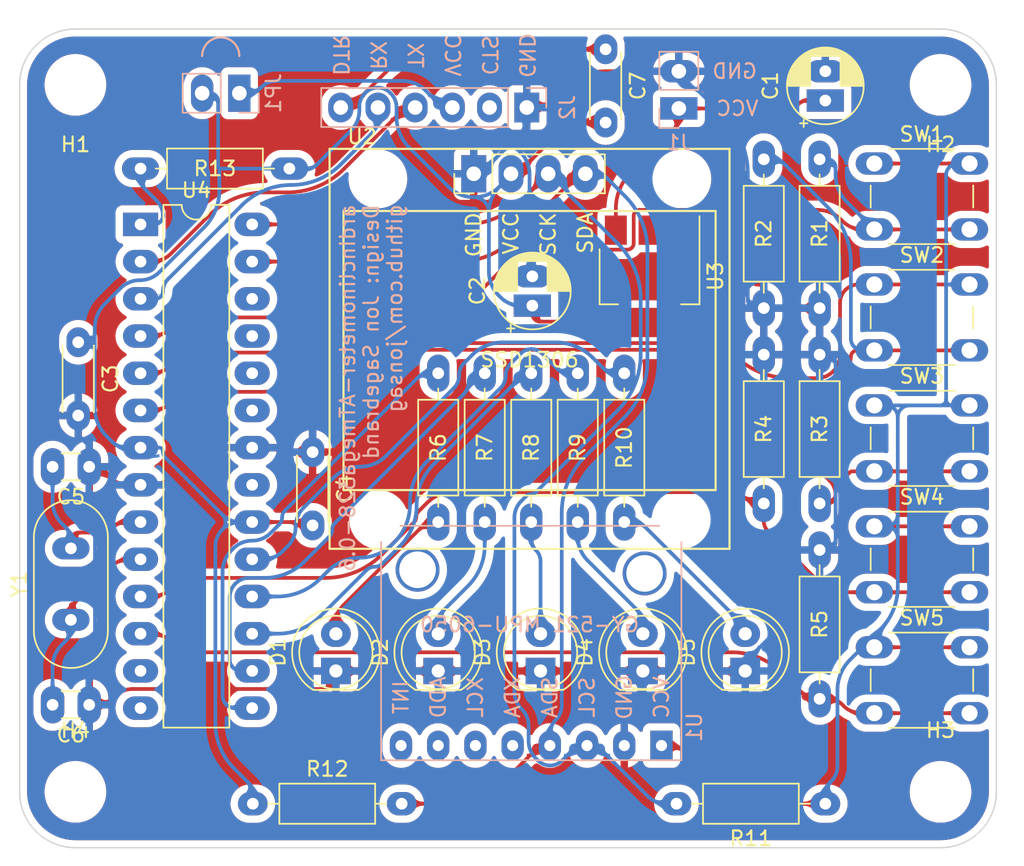
<source format=kicad_pcb>
(kicad_pcb (version 20211014) (generator pcbnew)
  (title_block (title "ardInclinometer-ATmega328") (date "2022-09-09") (rev "0.6"))
  (layers (0 "F.Cu" signal) (31 "B.Cu" signal) (34 "B.Paste" user) (35 "F.Paste" user) (36 "B.SilkS" user "B.Silkscreen") (37 "F.SilkS" user "F.Silkscreen") (38 "B.Mask" user) (39 "F.Mask" user) (44 "Edge.Cuts" user))
  (net 0 "")
  (net 1 "VCC")
  (net 2 "GND")
  (net 3 "XTAL1")
  (net 4 "XTAL2")
  (net 5 "+5V")
  (net 6 "Net-(D1-Pad2)")
  (net 7 "Net-(D2-Pad2)")
  (net 8 "Net-(D3-Pad2)")
  (net 9 "Net-(D4-Pad2)")
  (net 10 "Net-(D5-Pad2)")
  (net 11 "D0{slash}Rx")
  (net 12 "D1{slash}Tx")
  (net 13 "Reset")
  (net 14 "D2")
  (net 15 "D9")
  (net 16 "D3")
  (net 17 "D10")
  (net 18 "D4")
  (net 19 "Net-(C7-Pad1)")
  (net 20 "D5")
  (net 21 "D11{slash}MOSI")
  (net 22 "D6")
  (net 23 "D12{slash}MISO")
  (net 24 "D7")
  (net 25 "D8")
  (net 26 "A0")
  (net 27 "A1")
  (net 28 "A2")
  (net 29 "A3")
  (net 35 "D13{slash}SCK")
  (net 36 "A4{slash}SDA")
  (net 37 "A5{slash}SCL")
  (net 38 "Net-(J2-Pad3)")
  (net 39 "AREF")
  (footprint "My_Misc:R_Axial_DIN0207_L6.3mm_D2.5mm_P10.16mm_Horizontal_larger_pads" (layer "F.Cu") (at 209.55 93.98 90)
    (fp_text reference "R3")
    (fp_text value "10k")
  )
  (footprint "My_Misc:DIP-28_W7.62mm_LongPads w socket" (layer "F.Cu") (at 163.195 74.93)
    (fp_text reference "U4")
    (fp_text value "ATmega328P-PU")
  )
  (footprint "My_Misc:LED_D5.0mm_large" (layer "F.Cu") (at 176.53 105.415 90)
    (fp_text reference "D1")
    (fp_text value "LED --")
  )
  (footprint "My_Misc:C_Disc_D4.3mm_W1.9mm_P5.00mm_large" (layer "F.Cu") (at 158.94 82.975 -90)
    (fp_text reference "C3")
    (fp_text value "100n")
  )
  (footprint "My_Misc:C_Disc_D4.3mm_W1.9mm_P5.00mm_large" (layer "F.Cu") (at 194.94 62.975 -90)
    (fp_text reference "C7")
    (fp_text value "100n")
  )
  (footprint "My_Misc:SW_PUSH_6mm_large" (layer "F.Cu") (at 213.285 95.54)
    (fp_text reference "SW4")
    (fp_text value "Lock all")
  )
  (footprint "My_Misc:SW_PUSH_6mm_large" (layer "F.Cu") (at 213.285 103.795)
    (fp_text reference "SW5")
    (fp_text value "SW_Push")
  )
  (footprint "MountingHole:MountingHole_3.2mm_M3" (layer "F.Cu") (at 158.75 65.405)
    (fp_text reference "H1")
    (fp_text value "MountingHole")
  )
  (footprint "My_Misc:SW_PUSH_6mm_large" (layer "F.Cu") (at 213.285 79.03)
    (fp_text reference "SW2")
    (fp_text value "Lock Y")
  )
  (footprint "My_Misc:SW_PUSH_6mm_large" (layer "F.Cu") (at 213.285 70.775)
    (fp_text reference "SW1")
    (fp_text value "Lock X")
  )
  (footprint "My_Misc:LED_D5.0mm_large" (layer "F.Cu") (at 197.485 105.415 90)
    (fp_text reference "D4")
    (fp_text value "LED +")
  )
  (footprint "My_Misc:R_Axial_DIN0207_L6.3mm_D2.5mm_P10.16mm_Horizontal_large" (layer "F.Cu") (at 170.86 114.475)
    (fp_text reference "R12")
    (fp_text value "4.7k")
  )
  (footprint "My_Misc:R_Axial_DIN0207_L6.3mm_D2.5mm_P10.16mm_Horizontal_larger_pads" (layer "F.Cu") (at 205.74 93.98 90)
    (fp_text reference "R4")
    (fp_text value "10k")
  )
  (footprint "My_Misc:LED_D5.0mm_large" (layer "F.Cu") (at 204.47 105.415 90)
    (fp_text reference "D5")
    (fp_text value "LED ++")
  )
  (footprint "My_Misc:SW_PUSH_6mm_large" (layer "F.Cu") (at 213.285 87.285)
    (fp_text reference "SW3")
    (fp_text value "Lock Z")
  )
  (footprint "My_Misc:R_Axial_DIN0207_L6.3mm_D2.5mm_P10.16mm_Horizontal_larger_pads" (layer "F.Cu") (at 209.55 70.485 -90)
    (fp_text reference "R1")
    (fp_text value "10k")
  )
  (footprint "My_Misc:R_Axial_DIN0207_L6.3mm_D2.5mm_P10.16mm_Horizontal_larger_pads" (layer "F.Cu") (at 196.215 85.09 -90)
    (fp_text reference "R10")
    (fp_text value "220R")
  )
  (footprint "MountingHole:MountingHole_3.2mm_M3" (layer "F.Cu") (at 217.805 65.405)
    (fp_text reference "H2")
    (fp_text value "MountingHole")
  )
  (footprint "My_Misc:R_Axial_DIN0207_L6.3mm_D2.5mm_P10.16mm_Horizontal_larger_pads" (layer "F.Cu") (at 183.515 85.09 -90)
    (fp_text reference "R6")
    (fp_text value "220R")
  )
  (footprint "My_Misc:LED_D5.0mm_large" (layer "F.Cu") (at 190.5 105.415 90)
    (fp_text reference "D3")
    (fp_text value "LED 0")
  )
  (footprint "MountingHole:MountingHole_3.2mm_M3" (layer "F.Cu") (at 158.75 113.665)
    (fp_text reference "H4")
    (fp_text value "MountingHole")
  )
  (footprint "My_Misc:R_Axial_DIN0207_L6.3mm_D2.5mm_P10.16mm_Horizontal_larger_pads" (layer "F.Cu") (at 189.865 85.09 -90)
    (fp_text reference "R8")
    (fp_text value "220R")
  )
  (footprint "My_Misc:C_Disc_D3.0mm_W1.6mm_P2.50mm_larg" (layer "F.Cu") (at 159.69 91.475 180)
    (fp_text reference "C5")
    (fp_text value "22p")
  )
  (footprint "My_Misc:R_Axial_DIN0207_L6.3mm_D2.5mm_P10.16mm_Horizontal_larger_pads" (layer "F.Cu") (at 205.74 70.485 -90)
    (fp_text reference "R2")
    (fp_text value "10k")
  )
  (footprint "My_Misc:R_Axial_DIN0207_L6.3mm_D2.5mm_P10.16mm_Horizontal_large" (layer "F.Cu") (at 209.94 114.475 180)
    (fp_text reference "R11")
    (fp_text value "4.7k")
  )
  (footprint "My_Misc:R_Axial_DIN0207_L6.3mm_D2.5mm_P10.16mm_Horizontal_larger_pads" (layer "F.Cu") (at 173.355 71.12 180)
    (fp_text reference "R13")
    (fp_text value "10k")
  )
  (footprint "My_Misc:CP_Radial_D5.0mm_P2.00mm_larger" (layer "F.Cu") (at 209.94 66.475 90)
    (fp_text reference "C1")
    (fp_text value "10u")
  )
  (footprint "My_Misc:LED_D5.0mm_large" (layer "F.Cu") (at 183.515 105.415 90)
    (fp_text reference "D2")
    (fp_text value "LED -")
  )
  (footprint "My_Misc:Crystal_HC49-4H_Vertical_large" (layer "F.Cu") (at 158.44 101.925 90)
    (fp_text reference "Y1")
    (fp_text value "16MHz")
  )
  (footprint "My_Misc:R_Axial_DIN0207_L6.3mm_D2.5mm_P10.16mm_Horizontal_larger_pads" (layer "F.Cu") (at 209.55 107.315 90)
    (fp_text reference "R5")
    (fp_text value "10k")
  )
  (footprint "MountingHole:MountingHole_3.2mm_M3" (layer "F.Cu") (at 217.805 113.665)
    (fp_text reference "H3")
    (fp_text value "MountingHole")
  )
  (footprint "My_Misc:R_Axial_DIN0207_L6.3mm_D2.5mm_P10.16mm_Horizontal_larger_pads" (layer "F.Cu") (at 186.69 85.09 -90)
    (fp_text reference "R7")
    (fp_text value "220R")
  )
  (footprint "My_Misc:C_Disc_D3.0mm_W1.6mm_P2.50mm_larg" (layer "F.Cu") (at 159.69 107.725 180)
    (fp_text reference "C6")
    (fp_text value "22p")
  )
  (footprint "My_Misc:CP_Radial_D5.0mm_P2.00mm_larger" (layer "F.Cu") (at 189.94 80.475 90)
    (fp_text reference "C2")
    (fp_text value "10u")
  )
  (footprint "Package_TO_SOT_SMD:SOT-223-3_TabPin2" (layer "F.Cu") (at 197.94 78.475 -90)
    (fp_text reference "U3")
    (fp_text value "AMS1117-5.0")
  )
  (footprint "My_Misc:R_Axial_DIN0207_L6.3mm_D2.5mm_P10.16mm_Horizontal_larger_pads" (layer "F.Cu") (at 193.04 85.09 -90)
    (fp_text reference "R9")
    (fp_text value "220R")
  )
  (footprint "My_Misc:C_Disc_D4.3mm_W1.9mm_P5.00mm_large" (layer "F.Cu") (at 174.94 90.475 -90)
    (fp_text reference "C4")
    (fp_text value "100n")
  )
  (footprint "My_Parts:SSD1306_I2C_0.96_OLED_display_large" (layer "F.Cu") (at 185.94 71.475)
    (fp_text reference "U2")
    (fp_text value "SSD1306_I2C_display")
  )
  (footprint "My_Parts:GY-521_MPU6050_w_header_large" (layer "B.Cu") (at 198.755 110.505 90)
    (fp_text reference "U1")
    (fp_text value "GY-521_MPU-6050")
  )
  (footprint "My_Parts:Jumper_1x02_P2.54mm_large" (layer "B.Cu") (at 169.94 65.975 90)
    (fp_text reference "JP1")
    (fp_text value "Power from FTDI")
  )
  (footprint "My_Headers:2-pin_power_input_header_larger_pads" (layer "B.Cu") (at 199.94 67.015)
    (fp_text reference "J1")
    (fp_text value "Power in")
  )
  (footprint "My_Headers:6-pin FTDI Programmer PinSocket large" (layer "B.Cu") (at 189.56 66.95 90)
    (fp_text reference "J2")
    (fp_text value "FTDI")
  )
  (gr_arc (start 158.75 117.475) (mid 156.055923 116.359077) (end 154.94 113.665) (layer "Edge.Cuts") (width 0.1))
  (gr_arc (start 221.615 113.665) (mid 220.499077 116.359077) (end 217.805 117.475) (layer "Edge.Cuts") (width 0.1))
  (gr_line (start 217.805 61.595) (end 158.75 61.595) (layer "Edge.Cuts") (width 0.1))
  (gr_arc (start 217.805 61.595) (mid 220.499077 62.710923) (end 221.615 65.405) (layer "Edge.Cuts") (width 0.1))
  (gr_line (start 158.75 117.475) (end 217.805 117.475) (layer "Edge.Cuts") (width 0.1))
  (gr_line (start 221.615 113.665) (end 221.615 65.405) (layer "Edge.Cuts") (width 0.1))
  (gr_line (start 154.94 65.405) (end 154.94 113.665) (layer "Edge.Cuts") (width 0.1))
  (gr_arc (start 154.94 65.405) (mid 156.055923 62.710923) (end 158.75 61.595) (layer "Edge.Cuts") (width 0.1))
  (gr_text "${TITLE}-${REVISION}\nDesign: Jon Sagebrand\ngithub.com/jonsag" (at 178.94 73.475 90) (layer "B.SilkS") (effects (font (size 1 1)) (justify left mirror)))
  (segment (start 199.553813 68.493486) (end 196.671562 71.375737) (width 0.254) (layer "F.Cu") (net 1))
  (segment (start 195.64 73.86615) (end 195.64 75.325) (width 0.254) (layer "F.Cu") (net 1))
  (segment (start 208.721537 66.475) (end 209.94 66.475) (width 0.254) (layer "F.Cu") (net 1))
  (segment (start 200.48615 67.015) (end 207.417862 67.015) (width 0.254) (layer "F.Cu") (net 1))
  (arc (start 208.721537 66.475) (mid 208.368765 66.54517) (end 208.0697 66.745) (width 0.254) (layer "F.Cu") (net 1))
  (arc (start 199.94 67.56115) (mid 199.839633 68.065726) (end 199.553813 68.493486) (width 0.254) (layer "F.Cu") (net 1))
  (arc (start 208.0697 66.745) (mid 207.770634 66.944829) (end 207.417862 67.015) (width 0.254) (layer "F.Cu") (net 1))
  (arc (start 196.671562 71.375737) (mid 195.908094 72.518348) (end 195.64 73.86615) (width 0.254) (layer "F.Cu") (net 1))
  (arc (start 200.48615 67.015) (mid 200.099963 67.174963) (end 199.94 67.56115) (width 0.254) (layer "F.Cu") (net 1))
  (segment (start 205.74 79.84485) (end 205.74 79.3947) (width 0.254) (layer "F.Cu") (net 2))
  (segment (start 206.54015 80.645) (end 209.55 80.645) (width 0.254) (layer "F.Cu") (net 2))
  (segment (start 194.965389 64.475) (end 199.94 64.475) (width 0.254) (layer "F.Cu") (net 2))
  (segment (start 160.25515 107.725) (end 159.69 107.725) (width 0.254) (layer "F.Cu") (net 2))
  (segment (start 169.04015 90.17) (end 170.59875 90.17) (width 0.254) (layer "F.Cu") (net 2))
  (segment (start 199.94 64.475) (end 209.94 64.475) (width 0.254) (layer "F.Cu") (net 2))
  (segment (start 201.702243 75.706943) (end 204.792512 78.797212) (width 0.254) (layer "F.Cu") (net 2))
  (segment (start 162.42985 92.71) (end 162.26178 92.71) (width 0.254) (layer "F.Cu") (net 2))
  (segment (start 172.129632 90.17) (end 171.46375 90.17) (width 0.254) (layer "F.Cu") (net 2))
  (segment (start 163.96015 92.71) (end 162.42985 92.71) (width 0.254) (layer "F.Cu") (net 2))
  (segment (start 171.03125 90.17) (end 170.59875 90.17) (width 0.254) (layer "F.Cu") (net 2))
  (segment (start 162.663463 106.6453) (end 175.91485 106.6453) (width 0.254) (layer "F.Cu") (net 2))
  (segment (start 190.5 105.415) (end 197.485 105.415) (width 0.254) (layer "F.Cu") (net 2))
  (segment (start 161.360149 107.185149) (end 161.219921 107.325378) (width 0.254) (layer "F.Cu") (net 2))
  (segment (start 190.5 105.415) (end 183.515 105.415) (width 0.254) (layer "F.Cu") (net 2))
  (segment (start 197.485 105.415) (end 204.47 105.415) (width 0.254) (layer "F.Cu") (net 2))
  (segment (start 171.46375 90.17) (end 171.03125 90.17) (width 0.254) (layer "F.Cu") (net 2))
  (segment (start 172.865967 90.475) (end 174.94 90.475) (width 0.254) (layer "F.Cu") (net 2))
  (segment (start 191.977799 65.712499) (end 191.157599 66.5327) (width 0.254) (layer "F.Cu") (net 2))
  (segment (start 200.78015 75.325) (end 200.24 75.325) (width 0.254) (layer "F.Cu") (net 2))
  (segment (start 166.010291 91.425008) (end 165.266342 92.168957) (width 0.254) (layer "F.Cu") (net 2))
  (segment (start 177.14515 105.415) (end 183.515 105.415) (width 0.254) (layer "F.Cu") (net 2))
  (segment (start 190.15015 66.95) (end 189.56 66.95) (width 0.254) (layer "F.Cu") (net 2))
  (segment (start 161.2425 92.2878) (end 160.958397 92.003697) (width 0.254) (layer "F.Cu") (net 2))
  (segment (start 160.625 91.475) (end 159.69 91.475) (width 0.254) (layer "F.Cu") (net 2))
  (arc (start 191.157599 66.5327) (mid 190.695377 66.841547) (end 190.15015 66.95) (width 0.254) (layer "F.Cu") (net 2))
  (arc (start 205.74 79.3947) (mid 205.637487 79.147212) (end 205.39 79.0447) (width 0.254) (layer "F.Cu") (net 2))
  (arc (start 169.04015 90.17) (mid 167.400402 90.496165) (end 166.010291 91.425008) (width 0.254) (layer "F.Cu") (net 2))
  (arc (start 162.663463 106.6453) (mid 161.958114 106.785602) (end 161.360149 107.185149) (width 0.254) (layer "F.Cu") (net 2))
  (arc (start 165.266342 92.168957) (mid 164.667056 92.569387) (end 163.96015 92.71) (width 0.254) (layer "F.Cu") (net 2))
  (arc (start 160.8203 91.6703) (mid 160.763097 91.532202) (end 160.625 91.475) (width 0.254) (layer "F.Cu") (net 2))
  (arc (start 161.219921 107.325378) (mid 160.77728 107.621141) (end 160.25515 107.725) (width 0.254) (layer "F.Cu") (net 2))
  (arc (start 204.792512 78.797212) (mid 205.066642 78.980379) (end 205.39 79.0447) (width 0.254) (layer "F.Cu") (net 2))
  (arc (start 201.702243 75.706943) (mid 201.279183 75.424263) (end 200.78015 75.325) (width 0.254) (layer "F.Cu") (net 2))
  (arc (start 177.14515 105.415) (mid 176.710173 105.595173) (end 176.53 106.03015) (width 0.254) (layer "F.Cu") (net 2))
  (arc (start 161.2425 92.2878) (mid 161.710149 92.600273) (end 162.26178 92.71) (width 0.254) (layer "F.Cu") (net 2))
  (arc (start 172.4978 90.3225) (mid 172.328883 90.209633) (end 172.129632 90.17) (width 0.254) (layer "F.Cu") (net 2))
  (arc (start 176.53 106.03015) (mid 176.349826 106.465126) (end 175.91485 106.6453) (width 0.254) (layer "F.Cu") (net 2))
  (arc (start 172.4978 90.3225) (mid 172.666716 90.435366) (end 172.865967 90.475) (width 0.254) (layer "F.Cu") (net 2))
  (arc (start 194.965389 64.475) (mid 193.348517 64.796615) (end 191.977799 65.712499) (width 0.254) (layer "F.Cu") (net 2))
  (arc (start 160.8203 91.6703) (mid 160.85619 91.850733) (end 160.958397 92.003697) (width 0.254) (layer "F.Cu") (net 2))
  (arc (start 205.74 79.84485) (mid 205.974358 80.410641) (end 206.54015 80.645) (width 0.254) (layer "F.Cu") (net 2))
  (segment (start 204.6477 80.09885) (end 204.6477 71.436663) (width 0.254) (layer "B.Cu") (net 2))
  (segment (start 189.084011 68.772288) (end 189.02465 68.83165) (width 0.254) (layer "B.Cu") (net 2))
  (segment (start 159.69 89.973) (end 159.69 91.475) (width 0.254) (layer "B.Cu") (net 2))
  (segment (start 159.69 91.475) (end 159.69 92.795427) (width 0.254) (layer "B.Cu") (net 2))
  (segment (start 189.56 67.62315) (end 189.56 66.95) (width 0.254) (layer "B.Cu") (net 2))
  (segment (start 201.418486 65.953486) (end 203.053907 67.588907) (width 0.254) (layer "B.Cu") (net 2))
  (segment (start 159.423891 89.805191) (end 159.2167 89.598) (width 0.254) (layer "B.Cu") (net 2))
  (segment (start 187.953949 69.902349) (end 189.02465 68.83165) (width 0.254) (layer "B.Cu") (net 2))
  (segment (start 159.69 106.404572) (end 159.69 107.725) (width 0.254) (layer "B.Cu") (net 2))
  (segment (start 204.47 104.49225) (end 204.47 105.415) (width 0.254) (layer "B.Cu") (net 2))
  (segment (start 160.0858 93.750972) (end 160.0858 105.449027) (width 0.254) (layer "B.Cu") (net 2))
  (segment (start 210.6423 84.36615) (end 210.6423 96.60885) (width 0.254) (layer "B.Cu") (net 2))
  (segment (start 199.94 65.02115) (end 199.94 64.475) (width 0.254) (layer "B.Cu") (net 2))
  (segment (start 205.74 81.19115) (end 205.74 83.82) (width 0.254) (layer "B.Cu") (net 2))
  (segment (start 189.94 77.51705) (end 189.94 78.475) (width 0.254) (layer "B.Cu") (net 2))
  (segment (start 209.55 97.70115) (end 209.55 98.4374) (width 0.254) (layer "B.Cu") (net 2))
  (segment (start 186.7508 71.475) (end 185.94 71.475) (width 0.254) (layer "B.Cu") (net 2))
  (segment (start 209.55 83.82) (end 209.55 80.645) (width 0.254) (layer "B.Cu") (net 2))
  (segment (start 187.953949 69.902349) (end 187.381575 70.474724) (width 0.254) (layer "B.Cu") (net 2))
  (segment (start 197.485 106.03015) (end 197.485 105.415) (width 0.254) (layer "B.Cu") (net 2))
  (segment (start 196.849999 107.280299) (end 197.050023 107.080276) (width 0.254) (layer "B.Cu") (net 2))
  (segment (start 158.94 88.929987) (end 158.94 87.975) (width 0.254) (layer "B.Cu") (net 2))
  (segment (start 189.11965 69.99735) (end 189.02465 69.90235) (width 0.254) (layer "B.Cu") (net 2))
  (segment (start 205.30257 103.967229) (end 208.643206 100.626593) (width 0.254) (layer "B.Cu") (net 2))
  (segment (start 189.75 77.058349) (end 189.75 71.519149) (width 0.254) (layer "B.Cu") (net 2))
  (segment (start 196.215 108.813325) (end 196.215 110.505) (width 0.254) (layer "B.Cu") (net 2))
  (segment (start 210.09615 83.82) (end 209.55 83.82) (width 0.254) (layer "B.Cu") (net 2))
  (arc (start 204.77755 104.1847) (mid 204.560079 104.274779) (end 204.47 104.49225) (width 0.254) (layer "B.Cu") (net 2))
  (arc (start 187.1203 71.1055) (mid 187.012075 71.366775) (end 186.7508 71.475) (width 0.254) (layer "B.Cu") (net 2))
  (arc (start 209.55 98.4374) (mid 209.314331 99.622182) (end 208.643206 100.626593) (width 0.254) (layer "B.Cu") (net 2))
  (arc (start 210.09615 97.155) (mid 209.709963 97.314963) (end 209.55 97.70115) (width 0.254) (layer "B.Cu") (net 2))
  (arc (start 159.69 92.795427) (mid 159.741432 93.053995) (end 159.8879 93.2732) (width 0.254) (layer "B.Cu") (net 2))
  (arc (start 187.381575 70.474724) (mid 187.188203 70.764126) (end 187.1203 71.1055) (width 0.254) (layer "B.Cu") (net 2))
  (arc (start 197.485 106.03015) (mid 197.371953 106.598474) (end 197.050023 107.080276) (width 0.254) (layer "B.Cu") (net 2))
  (arc (start 210.6423 84.36615) (mid 210.482336 83.979963) (end 210.09615 83.82) (width 0.254) (layer "B.Cu") (net 2))
  (arc (start 189.02465 69.90235) (mid 188.489299 69.6806) (end 187.953949 69.902349) (width 0.254) (layer "B.Cu") (net 2))
  (arc (start 160.0858 105.449027) (mid 160.034367 105.707595) (end 159.8879 105.9268) (width 0.254) (layer "B.Cu") (net 2))
  (arc (start 159.423891 89.805191) (mid 159.500882 89.856635) (end 159.5917 89.8747) (width 0.254) (layer "B.Cu") (net 2))
  (arc (start 203.053907 67.588907) (mid 204.233486 69.354272) (end 204.6477 71.436663) (width 0.254) (layer "B.Cu") (net 2))
  (arc (start 210.6423 96.60885) (mid 210.482336 96.995036) (end 210.09615 97.155) (width 0.254) (layer "B.Cu") (net 2))
  (arc (start 201.418486 65.953486) (mid 200.990726 65.667666) (end 200.48615 65.5673) (width 0.254) (layer "B.Cu") (net 2))
  (arc (start 159.8879 105.9268) (mid 159.741432 106.146003) (end 159.69 106.404572) (width 0.254) (layer "B.Cu") (net 2))
  (arc (start 205.74 81.19115) (mid 205.580036 80.804963) (end 205.19385 80.645) (width 0.254) (layer "B.Cu") (net 2))
  (arc (start 189.845 77.2877) (mid 189.91531 77.392926) (end 189.94 77.51705) (width 0.254) (layer "B.Cu") (net 2))
  (arc (start 199.94 65.02115) (mid 200.099963 65.407336) (end 200.48615 65.5673) (width 0.254) (layer "B.Cu") (net 2))
  (arc (start 189.75 77.058349) (mid 189.774689 77.182473) (end 189.845 77.2877) (width 0.254) (layer "B.Cu") (net 2))
  (arc (start 159.8879 93.2732) (mid 160.034367 93.492403) (end 160.0858 93.750972) (width 0.254) (layer "B.Cu") (net 2))
  (arc (start 204.6477 80.09885) (mid 204.807663 80.485036) (end 205.19385 80.645) (width 0.254) (layer "B.Cu") (net 2))
  (arc (start 158.94 88.929987) (mid 159.011911 89.291513) (end 159.2167 89.598) (width 0.254) (layer "B.Cu") (net 2))
  (arc (start 189.11965 69.99735) (mid 189.586177 70.695557) (end 189.75 71.519149) (width 0.254) (layer "B.Cu") (net 2))
  (arc (start 159.69 89.973) (mid 159.661208 89.903491) (end 159.5917 89.8747) (width 0.254) (layer "B.Cu") (net 2))
  (arc (start 189.02465 68.83165) (mid 188.8029 69.367) (end 189.02465 69.90235) (width 0.254) (layer "B.Cu") (net 2))
  (arc (start 196.849999 107.280299) (mid 196.38003 107.983657) (end 196.215 108.813325) (width 0.254) (layer "B.Cu") (net 2))
  (arc (start 205.30257 103.967229) (mid 205.061688 104.128181) (end 204.77755 104.1847) (width 0.254) (layer "B.Cu") (net 2))
  (arc (start 189.56 67.62315) (mid 189.436294 68.245059) (end 189.084011 68.772288) (width 0.254) (layer "B.Cu") (net 2))
  (segment (start 158.44 96.50485) (end 158.44 97.045) (width 0.254) (layer "F.Cu") (net 3))
  (segment (start 162.170069 95.25) (end 163.195 95.25) (width 0.254) (layer "F.Cu") (net 3))
  (segment (start 160.44463 95.9647) (end 158.98015 95.9647) (width 0.254) (layer "F.Cu") (net 3))
  (arc (start 158.98015 95.9647) (mid 158.598206 96.122906) (end 158.44 96.50485) (width 0.254) (layer "F.Cu") (net 3))
  (arc (start 161.30735 95.60735) (mid 160.91153 95.871827) (end 160.44463 95.9647) (width 0.254) (layer "F.Cu") (net 3))
  (arc (start 162.170069 95.25) (mid 161.703168 95.342872) (end 161.30735 95.60735) (width 0.254) (layer "F.Cu") (net 3))
  (segment (start 158.44 96.50485) (end 158.44 97.045) (width 0.254) (layer "B.Cu") (net 3))
  (segment (start 157.19 93.830816) (end 157.19 91.475) (width 0.254) (layer "B.Cu") (net 3))
  (segment (start 157.815 95.3397) (end 158.058056 95.582756) (width 0.254) (layer "B.Cu") (net 3))
  (arc (start 158.058056 95.582756) (mid 158.340735 96.005816) (end 158.44 96.50485) (width 0.254) (layer "B.Cu") (net 3))
  (arc (start 157.19 93.830816) (mid 157.352432 94.647418) (end 157.815 95.3397) (width 0.254) (layer "B.Cu") (net 3))
  (segment (start 158.670104 100.784595) (end 161.123657 98.331042) (width 0.254) (layer "F.Cu") (net 4))
  (segment (start 162.42985 97.79) (end 163.195 97.79) (width 0.254) (layer "F.Cu") (net 4))
  (segment (start 158.44 100.9297) (end 158.44 101.925) (width 0.254) (layer "F.Cu") (net 4))
  (arc (start 162.42985 97.79) (mid 161.722943 97.930612) (end 161.123657 98.331042) (width 0.254) (layer "F.Cu") (net 4))
  (arc (start 158.670104 100.784595) (mid 158.603529 100.829079) (end 158.525 100.8447) (width 0.254) (layer "F.Cu") (net 4))
  (arc (start 158.525 100.8447) (mid 158.464895 100.869595) (end 158.44 100.9297) (width 0.254) (layer "F.Cu") (net 4))
  (segment (start 158.44 102.46515) (end 158.44 101.925) (width 0.254) (layer "B.Cu") (net 4))
  (segment (start 158.058056 103.387243) (end 157.815 103.6303) (width 0.254) (layer "B.Cu") (net 4))
  (segment (start 157.19 105.139183) (end 157.19 107.725) (width 0.254) (layer "B.Cu") (net 4))
  (arc (start 158.44 102.46515) (mid 158.340735 102.964183) (end 158.058056 103.387243) (width 0.254) (layer "B.Cu") (net 4))
  (arc (start 157.815 103.6303) (mid 157.352432 104.322581) (end 157.19 105.139183) (width 0.254) (layer "B.Cu") (net 4))
  (segment (start 173.4256 95.25) (end 170.815 95.25) (width 0.254) (layer "F.Cu") (net 5))
  (segment (start 214.08515 79.03) (end 212.48485 79.03) (width 0.254) (layer "F.Cu") (net 5))
  (segment (start 219.785 95.54) (end 213.285 95.54) (width 0.254) (layer "F.Cu") (net 5))
  (segment (start 199.402243 76.787243) (end 199.5953 76.9803) (width 0.254) (layer "F.Cu") (net 5))
  (segment (start 212.48485 79.03) (end 212.208736 79.03) (width 0.254) (layer "F.Cu") (net 5))
  (segment (start 206.071263 114.475) (end 209.94 114.475) (width 0.254) (layer "F.Cu") (net 5))
  (segment (start 203.699207 83.832107) (end 201.959426 82.092326) (width 0.254) (layer "F.Cu") (net 5))
  (segment (start 189.29145 71.475) (end 188.48 71.475) (width 0.254) (layer "F.Cu") (net 5))
  (segment (start 189.921116 70.476483) (end 191.532564 68.865035) (width 0.254) (layer "F.Cu") (net 5))
  (segment (start 197.3824 81.625) (end 195.7505 81.625) (width 0.254) (layer "F.Cu") (net 5))
  (segment (start 209.356502 85.4259) (end 207.546963 85.4259) (width 0.254) (layer "F.Cu") (net 5))
  (segment (start 219.785 103.795) (end 213.285 103.795) (width 0.254) (layer "F.Cu") (net 5))
  (segment (start 200.233486 110.891186) (end 202.223507 112.881207) (width 0.254) (layer "F.Cu") (net 5))
  (segment (start 199.30115 110.505) (end 198.755 110.505) (width 0.254) (layer "F.Cu") (net 5))
  (segment (start 198.4976 81.625) (end 197.3824 81.625) (width 0.254) (layer "F.Cu") (net 5))
  (segment (start 200.72785 81.625) (end 200.8312 81.625) (width 0.254) (layer "F.Cu") (net 5))
  (segment (start 210.9436 80.295136) (end 210.9436 83.838802) (width 0.254) (layer "F.Cu") (net 5))
  (segment (start 219.785 70.775) (end 213.285 70.775) (width 0.254) (layer "F.Cu") (net 5))
  (segment (start 198.4976 81.625) (end 198.49765 81.625) (width 0.254) (layer "F.Cu") (net 5))
  (segment (start 198.48015 75.325) (end 197.94 75.325) (width 0.254) (layer "F.Cu") (net 5))
  (segment (start 173.968799 95.475) (end 174.94 95.475) (width 0.254) (layer "F.Cu") (net 5))
  (segment (start 193.6813 67.975) (end 194.94 67.975) (width 0.254) (layer "F.Cu") (net 5))
  (segment (start 200.72785 81.625) (end 199.61275 81.625) (width 0.254) (layer "F.Cu") (net 5))
  (segment (start 199.61275 81.625) (end 198.49765 81.625) (width 0.254) (layer "F.Cu") (net 5))
  (segment (start 214.08515 79.03) (end 219.785 79.03) (width 0.254) (layer "F.Cu") (net 5))
  (segment (start 189.94 81.02115) (end 189.94 80.475) (width 0.254) (layer "F.Cu") (net 5))
  (segment (start 200.1703 78.368472) (end 200.1703 81.06745) (width 0.254) (layer "F.Cu") (net 5))
  (segment (start 195.611199 81.5673) (end 190.48615 81.5673) (width 0.254) (layer "F.Cu") (net 5))
  (arc (start 200.1703 81.06745) (mid 200.333602 81.461697) (end 200.72785 81.625) (width 0.254) (layer "F.Cu") (net 5))
  (arc (start 210.47875 84.96105) (mid 209.963858 85.305089) (end 209.356502 85.4259) (width 0.254) (layer "F.Cu") (net 5))
  (arc (start 189.6603 71.10615) (mid 189.552266 71.366966) (end 189.29145 71.475) (width 0.254) (layer "F.Cu") (net 5))
  (arc (start 199.61275 81.625) (mid 200.006997 81.461697) (end 200.1703 81.06745) (width 0.254) (layer "F.Cu") (net 5))
  (arc (start 189.921116 70.476483) (mid 189.728083 70.765376) (end 189.6603 71.10615) (width 0.254) (layer "F.Cu") (net 5))
  (arc (start 200.233486 110.891186) (mid 199.805726 110.605366) (end 199.30115 110.505) (width 0.254) (layer "F.Cu") (net 5))
  (arc (start 193.6813 67.975) (mid 192.518412 68.206312) (end 191.532564 68.865035) (width 0.254) (layer "F.Cu") (net 5))
  (arc (start 199.0203 75.86515) (mid 198.862093 75.483206) (end 198.48015 75.325) (width 0.254) (layer "F.Cu") (net 5))
  (arc (start 189.94 81.02115) (mid 190.099963 81.407336) (end 190.48615 81.5673) (width 0.254) (layer "F.Cu") (net 5))
  (arc (start 173.6972 95.3625) (mid 173.572589 95.279237) (end 173.4256 95.25) (width 0.254) (layer "F.Cu") (net 5))
  (arc (start 195.68085 81.59615) (mid 195.648894 81.574797) (end 195.611199 81.5673) (width 0.254) (layer "F.Cu") (net 5))
  (arc (start 199.5953 76.9803) (mid 200.020862 77.617198) (end 200.1703 78.368472) (width 0.254) (layer "F.Cu") (net 5))
  (arc (start 199.0203 75.86515) (mid 199.119563 76.364183) (end 199.402243 76.787243) (width 0.254) (layer "F.Cu") (net 5))
  (arc (start 173.6972 95.3625) (mid 173.82181 95.445762) (end 173.968799 95.475) (width 0.254) (layer "F.Cu") (net 5))
  (arc (start 203.699207 83.832107) (mid 205.464572 85.011686) (end 207.546963 85.4259) (width 0.254) (layer "F.Cu") (net 5))
  (arc (start 211.31415 79.40055) (mid 211.039902 79.810989) (end 210.9436 80.295136) (width 0.254) (layer "F.Cu") (net 5))
  (arc (start 212.208736 79.03) (mid 211.724589 79.126302) (end 211.31415 79.40055) (width 0.254) (layer "F.Cu") (net 5))
  (arc (start 210.9436 83.838802) (mid 210.822789 84.446158) (end 210.47875 84.96105) (width 0.254) (layer "F.Cu") (net 5))
  (arc (start 202.223507 112.881207) (mid 203.988872 114.060786) (end 206.071263 114.475) (width 0.254) (layer "F.Cu") (net 5))
  (arc (start 195.68085 81.59615) (mid 195.712805 81.617502) (end 195.7505 81.625) (width 0.254) (layer "F.Cu") (net 5))
  (arc (start 201.959426 82.092326) (mid 201.441791 81.746454) (end 200.8312 81.625) (width 0.254) (layer "F.Cu") (net 5))
  (segment (start 219.38495 87.285) (end 218.58485 87.285) (width 0.254) (layer "B.Cu") (net 5))
  (segment (start 218.1847 86.8849) (end 218.1847 79.0872) (width 0.254) (layer "B.Cu") (net 5))
  (segment (start 218.1847 79.0872) (end 218.1847 78.9728) (width 0.254) (layer "B.Cu") (net 5))
  (segment (start 184.199685 72.350085) (end 181.531821 69.682221) (width 0.254) (layer "B.Cu") (net 5))
  (segment (start 214.08515 87.285) (end 215.68545 87.285) (width 0.254) (layer "B.Cu") (net 5))
  (segment (start 187.6581 79.7934) (end 187.773908 79.909208) (width 0.254) (layer "B.Cu") (net 5))
  (segment (start 160.0703 82.00805) (end 160.0703 82.40985) (width 0.254) (layer "B.Cu") (net 5))
  (segment (start 209.94 113.90985) (end 209.94 114.475) (width 0.254) (layer "B.Cu") (net 5))
  (segment (start 173.7551 71.12) (end 172.9549 71.12) (width 0.254) (layer "B.Cu") (net 5))
  (segment (start 214.8853 94.73985) (end 214.8853 96.34015) (width 0.254) (layer "B.Cu") (net 5))
  (segment (start 214.8853 88.08515) (end 214.8853 94.73985) (width 0.254) (layer "B.Cu") (net 5))
  (segment (start 218.5848 87.285) (end 218.58485 87.285) (width 0.254) (layer "B.Cu") (net 5))
  (segment (start 167.94615 65.975) (end 167.4 65.975) (width 0.254) (layer "B.Cu") (net 5))
  (segment (start 218.1847 71.57515) (end 218.1847 78.9728) (width 0.254) (layer "B.Cu") (net 5))
  (segment (start 210.353549 112.931149) (end 210.339621 112.945078) (width 0.254) (layer "B.Cu") (net 5))
  (segment (start 164.909359 90.874659) (end 168.7931 94.7584) (width 0.254) (layer "B.Cu") (net 5))
  (segment (start 160.8675 89.3728) (end 161.276533 89.781833) (width 0.254) (layer "B.Cu") (net 5))
  (segment (start 168.4923 66.52115) (end 168.4923 70.974042) (width 0.254) (layer "B.Cu") (net 5))
  (segment (start 214.8853 99.69726) (end 214.8853 96.34015) (width 0.254) (layer "B.Cu") (net 5))
  (segment (start 160.0703 82.40985) (end 160.0703 83.54015) (width 0.254) (layer "B.Cu") (net 5))
  (segment (start 162.9788 90.17) (end 162.5464 90.17) (width 0.254) (layer "B.Cu") (net 5))
  (segment (start 180.225833 65.938633) (end 180.2751 65.9879) (width 0.254) (layer "B.Cu") (net 5))
  (segment (start 218.3563 79.03) (end 218.2419 79.03) (width 0.254) (layer "B.Cu") (net 5))
  (segment (start 211.625999 104.653899) (end 212.202021 104.077878) (width 0.254) (layer "B.Cu") (net 5))
  (segment (start 163.4112 90.17) (end 164.465 90.17) (width 0.254) (layer "B.Cu") (net 5))
  (segment (start 170.460378 112.945078) (end 169.58075 112.06545) (width 0.254) (layer "B.Cu") (net 5))
  (segment (start 189.13985 80.475) (end 189.94 80.475) (width 0.254) (layer "B.Cu") (net 5))
  (segment (start 172.9549 71.12) (end 172.55485 71.12) (width 0.254) (layer "B.Cu") (net 5))
  (segment (start 218.98485 70.775) (end 219.785 70.775) (width 0.254) (layer "B.Cu") (net 5))
  (segment (start 214.08515 87.285) (end 213.285 87.285) (width 0.254) (layer "B.Cu") (net 5))
  (segment (start 168.3015 96.928427) (end 168.3015 108.977067) (width 0.254) (layer "B.Cu") (net 5))
  (segment (start 173.7551 71.12) (end 173.75515 71.12) (width 0.254) (layer "B.Cu") (net 5))
  (segment (start 172.55485 71.12) (end 170.95455 71.12) (width 0.254) (layer "B.Cu") (net 5))
  (segment (start 174.55525 71.12) (end 173.75515 71.12) (width 0.254) (layer "B.Cu") (net 5))
  (segment (start 218.3563 79.03) (end 219.785 79.03) (width 0.254) (layer "B.Cu") (net 5))
  (segment (start 159.50515 82.975) (end 158.94 82.975) (width 0.254) (layer "B.Cu") (net 5))
  (segment (start 160.0703 87.448188) (end 160.0703 83.54015) (width 0.254) (layer "B.Cu") (net 5))
  (segment (start 162.5464 90.17) (end 162.21365 90.17) (width 0.254) (layer "B.Cu") (net 5))
  (segment (start 212.88495 103.795) (end 213.285 103.795) (width 0.254) (layer "B.Cu") (net 5))
  (segment (start 178.516299 65.979299) (end 178.556966 65.938633) (width 0.254) (layer "B.Cu") (net 5))
  (segment (start 218.5848 87.285) (end 217.7846 87.285) (width 0.254) (layer "B.Cu") (net 5))
  (segment (start 212.202021 104.077878) (end 212.767778 103.512121) (width 0.254) (layer "B.Cu") (net 5))
  (segment (start 168.638257 71.12) (end 170.95455 71.12) (width 0.254) (layer "B.Cu") (net 5))
  (segment (start 219.38495 87.285) (end 219.785 87.285) (width 0.254) (layer "B.Cu") (net 5))
  (segment (start 214.08515 95.54) (end 213.285 95.54) (width 0.254) (layer "B.Cu") (net 5))
  (segment (start 170.86 113.90985) (end 170.86 114.475) (width 0.254) (layer "B.Cu") (net 5))
  (segment (start 163.4112 90.17) (end 162.9788 90.17) (width 0.254) (layer "B.Cu") (net 5))
  (segment (start 217.7846 87.285) (end 215.68545 87.285) (width 0.254) (layer "B.Cu") (net 5))
  (segment (start 164.47631 78.190189) (end 167.528206 75.138293) (width 0.254) (layer "B.Cu") (net 5))
  (segment (start 180.67 66.941272) (end 180.67 67.6016) (width 0.254) (layer "B.Cu") (net 5))
  (segment (start 188.48 71.52345) (end 188.48 71.475) (width 0.254) (layer "B.Cu") (net 5))
  (segment (start 188.44574 71.606159) (end 187.701814 72.350085) (width 0.254) (layer "B.Cu") (net 5))
  (segment (start 168.5778 71.180457) (end 168.5778 72.60435) (width 0.254) (layer "B.Cu") (net 5))
  (segment (start 169.979927 95.25) (end 170.815 95.25) (width 0.254) (layer "B.Cu") (net 5))
  (segment (start 178.13 67.15545) (end 178.13 66.91191) (width 0.254) (layer "B.Cu") (net 5))
  (segment (start 186.9765 78.147872) (end 186.9765 74.10115) (width 0.254) (layer "B.Cu") (net 5))
  (segment (start 210.7671 111.932751) (end 210.7671 106.727468) (width 0.254) (layer "B.Cu") (net 5))
  (segment (start 177.571491 68.503808) (end 175.238178 70.837121) (width 0.254) (layer "B.Cu") (net 5))
  (segment (start 160.754036 80.357362) (end 161.821589 79.28981) (width 0.254) (layer "B.Cu") (net 5))
  (segment (start 212.767778 103.512121) (end 213.6851 102.5948) (width 0.254) (layer "B.Cu") (net 5))
  (arc (start 168.5778 72.60435) (mid 168.305019 73.97571) (end 167.528206 75.138293) (width 0.254) (layer "B.Cu") (net 5))
  (arc (start 210.339621 112.945078) (mid 210.043858 113.387719) (end 209.94 113.90985) (width 0.254) (layer "B.Cu") (net 5))
  (arc (start 168.4923 66.52115) (mid 168.332336 66.134963) (end 167.94615 65.975) (width 0.254) (layer "B.Cu") (net 5))
  (arc (start 164.7253 90.4303) (mid 164.773135 90.670785) (end 164.909359 90.874659) (width 0.254) (layer "B.Cu") (net 5))
  (arc (start 186.9765 74.10115) (mid 186.676064 73.375835) (end 185.95075 73.0754) (width 0.254) (layer "B.Cu") (net 5))
  (arc (start 178.13 67.15545) (mid 177.984848 67.885176) (end 177.571491 68.503808) (width 0.254) (layer "B.Cu") (net 5))
  (arc (start 187.773908 79.909208) (mid 188.400607 80.327955) (end 189.13985 80.475) (width 0.254) (layer "B.Cu") (net 5))
  (arc (start 175.238178 70.837121) (mid 174.924847 71.046482) (end 174.55525 71.12) (width 0.254) (layer "B.Cu") (net 5))
  (arc (start 169.979927 95.25) (mid 169.33762 95.377762) (end 168.7931 95.7416) (width 0.254) (layer "B.Cu") (net 5))
  (arc (start 168.3015 108.977067) (mid 168.633966 110.648487) (end 169.58075 112.06545) (width 0.254) (layer "B.Cu") (net 5))
  (arc (start 214.8853 96.34015) (mid 214.650941 95.774358) (end 214.08515 95.54) (width 0.254) (layer "B.Cu") (net 5))
  (arc (start 215.68545 87.285) (mid 215.119658 87.519358) (end 214.8853 88.08515) (width 0.254) (layer "B.Cu") (net 5))
  (arc (start 164.7253 90.4303) (mid 164.649059 90.24624) (end 164.465 90.17) (width 0.254) (layer "B.Cu") (net 5))
  (arc (start 159.50515 82.975) (mid 159.904771 82.809471) (end 160.0703 82.40985) (width 0.254) (layer "B.Cu") (net 5))
  (arc (start 179.3914 65.593) (mid 178.939807 65.682827) (end 178.556966 65.938633) (width 0.254) (layer "B.Cu") (net 5))
  (arc (start 168.53505 71.07725) (mid 168.582401 71.108889) (end 168.638257 71.12) (width 0.254) (layer "B.Cu") (net 5))
  (arc (start 210.7671 111.932751) (mid 210.659621 112.47308) (end 210.353549 112.931149) (width 0.254) (layer "B.Cu") (net 5))
  (arc (start 214.8853 99.69726) (mid 214.573378 101.265397) (end 213.6851 102.5948) (width 0.254) (layer "B.Cu") (net 5))
  (arc (start 218.1847 78.9728) (mid 218.201453 79.013246) (end 218.2419 79.03) (width 0.254) (layer "B.Cu") (net 5))
  (arc (start 186.9765 78.147872) (mid 187.153642 79.038425) (end 187.6581 79.7934) (width 0.254) (layer "B.Cu") (net 5))
  (arc (start 170.460378 112.945078) (mid 170.756141 113.387719) (end 170.86 113.90985) (width 0.254) (layer "B.Cu") (net 5))
  (arc (start 187.701814 72.350085) (mid 187.165002 73.15348) (end 186.9765 74.10115) (width 0.254) (layer "B.Cu") (net 5))
  (arc (start 188.48 71.52345) (mid 188.471096 71.568211) (end 188.44574 71.606159) (width 0.254) (layer "B.Cu") (net 5))
  (arc (start 178.516299 65.979299) (mid 178.230395 66.407184) (end 178.13 66.91191) (width 0.254) (layer "B.Cu") (net 5))
  (arc (start 164.47631 78.190189) (mid 163.867312 78.597108) (end 163.14895 78.74) (width 0.254) (layer "B.Cu") (net 5))
  (arc (start 217.7846 87.285) (mid 218.067513 87.167813) (end 218.1847 86.8849) (width 0.254) (layer "B.Cu") (net 5))
  (arc (start 161.276533 89.781833) (mid 161.706486 90.069118) (end 162.21365 90.17) (width 0.254) (layer "B.Cu") (net 5))
  (arc (start 168.7931 94.7584) (mid 169.33762 95.122237) (end 169.979927 95.25) (width 0.254) (layer "B.Cu") (net 5))
  (arc (start 180.225833 65.938633) (mid 179.842992 65.682827) (end 179.3914 65.593) (width 0.254) (layer "B.Cu") (net 5))
  (arc (start 168.4923 70.974042) (mid 168.50341 71.029897) (end 168.53505 71.07725) (width 0.254) (layer "B.Cu") (net 5))
  (arc (start 180.67 67.6016) (mid 180.893979 68.727624) (end 181.531821 69.682221) (width 0.254) (layer "B.Cu") (net 5))
  (arc (start 212.767778 103.512121) (mid 212.731857 103.692706) (end 212.88495 103.795) (width 0.254) (layer "B.Cu") (net 5))
  (arc (start 214.8853 88.08515) (mid 214.650941 87.519358) (end 214.08515 87.285) (width 0.254) (layer "B.Cu") (net 5))
  (arc (start 163.14895 78.74) (mid 162.430587 78.88289) (end 161.821589 79.28981) (width 0.254) (layer "B.Cu") (net 5))
  (arc (start 168.7931 95.7416) (mid 168.429262 96.28612) (end 168.3015 96.928427) (width 0.254) (layer "B.Cu") (net 5))
  (arc (start 184.199685 72.350085) (mid 185.00308 72.886896) (end 185.95075 73.0754) (width 0.254) (layer "B.Cu") (net 5))
  (arc (start 168.638257 71.12) (mid 168.595507 71.137707) (end 168.5778 71.180457) (width 0.254) (layer "B.Cu") (net 5))
  (arc (start 211.625999 104.653899) (mid 210.99032 105.60526) (end 210.7671 106.727468) (width 0.254) (layer "B.Cu") (net 5))
  (arc (start 168.5778 71.180457) (mid 168.566689 71.124601) (end 168.53505 71.07725) (width 0.254) (layer "B.Cu") (net 5))
  (arc (start 218.98485 70.775) (mid 218.419058 71.009358) (end 218.1847 71.57515) (width 0.254) (layer "B.Cu") (net 5))
  (arc (start 160.0703 87.448188) (mid 160.277485 88.48978) (end 160.8675 89.3728) (width 0.254) (layer "B.Cu") (net 5))
  (arc (start 218.2419 79.03) (mid 218.201453 79.046753) (end 218.1847 79.0872) (width 0.254) (layer "B.Cu") (net 5))
  (arc (start 214.08515 95.54) (mid 214.650941 95.305641) (end 214.8853 94.73985) (width 0.254) (layer "B.Cu") (net 5))
  (arc (start 212.88495 103.795) (mid 212.515351 103.868517) (end 212.202021 104.077878) (width 0.254) (layer "B.Cu") (net 5))
  (arc (start 168.7931 95.7416) (mid 168.996727 95.25) (end 168.7931 94.7584) (width 0.254) (layer "B.Cu") (net 5))
  (arc (start 160.0703 83.54015) (mid 159.904771 83.140528) (end 159.50515 82.975) (width 0.254) (layer "B.Cu") (net 5))
  (arc (start 218.1847 86.8849) (mid 218.301886 87.167813) (end 218.5848 87.285) (width 0.254) (layer "B.Cu") (net 5))
  (arc (start 160.754036 80.357362) (mid 160.247997 81.114704) (end 160.0703 82.00805) (width 0.254) (layer "B.Cu") (net 5))
  (arc (start 180.2751 65.9879) (mid 180.567368 66.42531) (end 180.67 66.941272) (width 0.254) (layer "B.Cu") (net 5))
  (arc (start 185.95075 73.0754) (mid 186.898419 72.886896) (end 187.701814 72.350085) (width 0.254) (layer "B.Cu") (net 5))
  (segment (start 183.11755 95.25) (end 183.515 95.25) (width 0.254) (layer "F.Cu") (net 6))
  (segment (start 182.43906 95.531039) (end 177.037313 100.932786) (width 0.254) (layer "F.Cu") (net 6))
  (segment (start 176.53 102.15755) (end 176.53 102.875) (width 0.254) (layer "F.Cu") (net 6))
  (arc (start 177.037313 100.932786) (mid 176.661846 101.494712) (end 176.53 102.15755) (width 0.254) (layer "F.Cu") (net 6))
  (arc (start 183.11755 95.25) (mid 182.750353 95.323039) (end 182.43906 95.531039) (width 0.254) (layer "F.Cu") (net 6))
  (segment (start 183.515 102.25985) (end 183.515 102.875) (width 0.254) (layer "B.Cu") (net 7))
  (segment (start 183.949976 101.209723) (end 185.551664 99.608035) (width 0.254) (layer "B.Cu") (net 7))
  (segment (start 186.69 96.85985) (end 186.69 95.25) (width 0.254) (layer "B.Cu") (net 7))
  (arc (start 183.949976 101.209723) (mid 183.628046 101.691525) (end 183.515 102.25985) (width 0.254) (layer "B.Cu") (net 7))
  (arc (start 186.69 96.85985) (mid 186.394156 98.347157) (end 185.551664 99.608035) (width 0.254) (layer "B.Cu") (net 7))
  (segment (start 189.865 96.401287) (end 189.865 95.25) (width 0.254) (layer "B.Cu") (net 8))
  (segment (start 190.5 97.934312) (end 190.5 102.875) (width 0.254) (layer "B.Cu") (net 8))
  (arc (start 189.865 96.401287) (mid 189.947515 96.81612) (end 190.1825 97.1678) (width 0.254) (layer "B.Cu") (net 8))
  (arc (start 190.1825 97.1678) (mid 190.417484 97.519478) (end 190.5 97.934312) (width 0.254) (layer "B.Cu") (net 8))
  (segment (start 197.485 102.25985) (end 197.485 102.875) (width 0.254) (layer "B.Cu") (net 9))
  (segment (start 193.729323 97.889023) (end 197.050023 101.209723) (width 0.254) (layer "B.Cu") (net 9))
  (segment (start 193.04 96.22485) (end 193.04 95.25) (width 0.254) (layer "B.Cu") (net 9))
  (arc (start 193.04 96.22485) (mid 193.219149 97.125493) (end 193.729323 97.889023) (width 0.254) (layer "B.Cu") (net 9))
  (arc (start 197.050023 101.209723) (mid 197.371953 101.691525) (end 197.485 102.25985) (width 0.254) (layer "B.Cu") (net 9))
  (segment (start 197.693486 95.636186) (end 203.43047 101.37317) (width 0.254) (layer "B.Cu") (net 10))
  (segment (start 196.76115 95.25) (end 196.215 95.25) (width 0.254) (layer "B.Cu") (net 10))
  (segment (start 204.47 102.0287) (end 204.47 102.875) (width 0.254) (layer "B.Cu") (net 10))
  (arc (start 203.43047 101.37317) (mid 203.73123 101.574131) (end 204.086 101.6447) (width 0.254) (layer "B.Cu") (net 10))
  (arc (start 204.47 102.0287) (mid 204.357529 101.75717) (end 204.086 101.6447) (width 0.254) (layer "B.Cu") (net 10))
  (arc (start 197.693486 95.636186) (mid 197.265726 95.350366) (end 196.76115 95.25) (width 0.254) (layer "B.Cu") (net 10))
  (segment (start 163.96015 77.47) (end 163.195 77.47) (width 0.254) (layer "F.Cu") (net 11))
  (segment (start 167.858106 74.337192) (end 165.266342 76.928957) (width 0.254) (layer "F.Cu") (net 11))
  (segment (start 177.072392 71.149607) (end 180.578574 67.643425) (width 0.254) (layer "F.Cu") (net 11))
  (segment (start 181.01585 66.95) (end 181.94 66.95) (width 0.254) (layer "F.Cu") (net 11))
  (segment (start 173.224636 72.7434) (end 171.705863 72.7434) (width 0.254) (layer "F.Cu") (net 11))
  (arc (start 177.072392 71.149607) (mid 175.307026 72.329186) (end 173.224636 72.7434) (width 0.254) (layer "F.Cu") (net 11))
  (arc (start 180.7597 67.20615) (mid 180.712626 67.442801) (end 180.578574 67.643425) (width 0.254) (layer "F.Cu") (net 11))
  (arc (start 165.266342 76.928957) (mid 164.667056 77.329387) (end 163.96015 77.47) (width 0.254) (layer "F.Cu") (net 11))
  (arc (start 181.01585 66.95) (mid 180.834724 67.025024) (end 180.7597 67.20615) (width 0.254) (layer "F.Cu") (net 11))
  (arc (start 171.705863 72.7434) (mid 169.623472 73.157613) (end 167.858106 74.337192) (width 0.254) (layer "F.Cu") (net 11))
  (segment (start 179.4 67.62315) (end 179.4 66.95) (width 0.254) (layer "B.Cu") (net 12))
  (segment (start 176.857212 70.839086) (end 178.924011 68.772288) (width 0.254) (layer "B.Cu") (net 12))
  (segment (start 164.2256 80.01) (end 163.195 80.01) (width 0.254) (layer "B.Cu") (net 12))
  (segment (start 165.078641 78.657258) (end 170.096387 73.639512) (width 0.254) (layer "B.Cu") (net 12))
  (arc (start 165.078641 78.657258) (mid 164.81713 79.048637) (end 164.7253 79.5103) (width 0.254) (layer "B.Cu") (net 12))
  (arc (start 164.7253 79.5103) (mid 164.578941 79.863641) (end 164.2256 80.01) (width 0.254) (layer "B.Cu") (net 12))
  (arc (start 179.4 67.62315) (mid 179.276294 68.245059) (end 178.924011 68.772288) (width 0.254) (layer "B.Cu") (net 12))
  (arc (start 173.4768 72.2393) (mid 171.647333 72.603203) (end 170.096387 73.639512) (width 0.254) (layer "B.Cu") (net 12))
  (arc (start 176.857212 70.839086) (mid 175.306266 71.875396) (end 173.4768 72.2393) (width 0.254) (layer "B.Cu") (net 12))
  (segment (start 164.1316 74.93) (end 163.195 74.93) (width 0.254) (layer "B.Cu") (net 13))
  (segment (start 164.30549 73.32279) (end 163.581186 72.598486) (width 0.254) (layer "B.Cu") (net 13))
  (segment (start 163.195 71.66615) (end 163.195 71.12) (width 0.254) (layer "B.Cu") (net 13))
  (arc (start 164.7253 74.3363) (mid 164.551409 74.756109) (end 164.1316 74.93) (width 0.254) (layer "B.Cu") (net 13))
  (arc (start 163.195 71.66615) (mid 163.295366 72.170726) (end 163.581186 72.598486) (width 0.254) (layer "B.Cu") (net 13))
  (arc (start 164.30549 73.32279) (mid 164.616194 73.787792) (end 164.7253 74.3363) (width 0.254) (layer "B.Cu") (net 13))
  (segment (start 166.893325 81.28) (end 182.338536 81.28) (width 0.254) (layer "F.Cu") (net 14))
  (segment (start 196.4178 76.6553) (end 191.471163 76.6553) (width 0.254) (layer "F.Cu") (net 14))
  (segment (start 186.186292 79.686206) (end 187.623407 78.249092) (width 0.254) (layer "F.Cu") (net 14))
  (segment (start 211.118908 74.709208) (end 211.01795 74.60825) (width 0.254) (layer "F.Cu") (net 14))
  (segment (start 165.360299 81.914999) (end 165.266342 82.008957) (width 0.254) (layer "F.Cu") (net 14))
  (segment (start 196.8596 74.348132) (end 196.8596 76.2135) (width 0.254) (layer "F.Cu") (net 14))
  (segment (start 213.285 75.275) (end 219.785 75.275) (width 0.254) (layer "F.Cu") (net 14))
  (segment (start 212.48485 75.275) (end 213.285 75.275) (width 0.254) (layer "F.Cu") (net 14))
  (segment (start 209.408273 73.9415) (end 197.266232 73.9415) (width 0.254) (layer "F.Cu") (net 14))
  (segment (start 163.96015 82.55) (end 163.195 82.55) (width 0.254) (layer "F.Cu") (net 14))
  (arc (start 196.7302 76.5259) (mid 196.586869 76.62167) (end 196.4178 76.6553) (width 0.254) (layer "F.Cu") (net 14))
  (arc (start 191.471163 76.6553) (mid 189.388772 77.069513) (end 187.623407 78.249092) (width 0.254) (layer "F.Cu") (net 14))
  (arc (start 165.266342 82.008957) (mid 164.667056 82.409387) (end 163.96015 82.55) (width 0.254) (layer "F.Cu") (net 14))
  (arc (start 186.186292 79.686206) (mid 184.420926 80.865786) (end 182.338536 81.28) (width 0.254) (layer "F.Cu") (net 14))
  (arc (start 166.893325 81.28) (mid 166.063657 81.44503) (end 165.360299 81.914999) (width 0.254) (layer "F.Cu") (net 14))
  (arc (start 211.118908 74.709208) (mid 211.745607 75.127955) (end 212.48485 75.275) (width 0.254) (layer "F.Cu") (net 14))
  (arc (start 196.8596 76.2135) (mid 196.82597 76.382569) (end 196.7302 76.5259) (width 0.254) (layer "F.Cu") (net 14))
  (arc (start 196.9787 74.0606) (mid 196.890553 74.19252) (end 196.8596 74.348132) (width 0.254) (layer "F.Cu") (net 14))
  (arc (start 197.266232 73.9415) (mid 197.11062 73.972453) (end 196.9787 74.0606) (width 0.254) (layer "F.Cu") (net 14))
  (arc (start 211.01795 74.60825) (mid 210.279423 74.114782) (end 209.408273 73.9415) (width 0.254) (layer "F.Cu") (net 14))
  (segment (start 210.09615 70.485) (end 209.55 70.485) (width 0.254) (layer "B.Cu") (net 14))
  (segment (start 210.6423 71.55865) (end 210.6423 71.03115) (width 0.254) (layer "B.Cu") (net 14))
  (segment (start 211.401485 73.391485) (end 213.285 75.275) (width 0.254) (layer "B.Cu") (net 14))
  (arc (start 210.6423 71.03115) (mid 210.482336 70.644963) (end 210.09615 70.485) (width 0.254) (layer "B.Cu") (net 14))
  (arc (start 210.6423 71.55865) (mid 210.839605 72.550573) (end 211.401485 73.391485) (width 0.254) (layer "B.Cu") (net 14))
  (segment (start 172.084687 95.990412) (end 172.658961 95.416138) (width 0.254) (layer "B.Cu") (net 15))
  (segment (start 169.425149 97.152049) (end 169.527612 97.049587) (width 0.254) (layer "B.Cu") (net 15))
  (segment (start 168.7931 107.110786) (end 168.7931 98.677953) (width 0.254) (layer "B.Cu") (net 15))
  (segment (start 182.96885 85.09) (end 183.515 85.09) (width 0.254) (layer "B.Cu") (net 15))
  (segment (start 173.056638 94.456061) (end 182.036513 85.476186) (width 0.254) (layer "B.Cu") (net 15))
  (segment (start 169.632313 107.95) (end 170.815 107.95) (width 0.254) (layer "B.Cu") (net 15))
  (arc (start 170.80615 96.52) (mid 170.11421 96.657635) (end 169.527612 97.049587) (width 0.254) (layer "B.Cu") (net 15))
  (arc (start 172.8578 94.9361) (mid 172.806123 95.195894) (end 172.658961 95.416138) (width 0.254) (layer "B.Cu") (net 15))
  (arc (start 173.056638 94.456061) (mid 172.909476 94.676304) (end 172.8578 94.9361) (width 0.254) (layer "B.Cu") (net 15))
  (arc (start 172.084687 95.990412) (mid 171.498089 96.382364) (end 170.80615 96.52) (width 0.254) (layer "B.Cu") (net 15))
  (arc (start 169.0389 107.7042) (mid 169.31116 107.886118) (end 169.632313 107.95) (width 0.254) (layer "B.Cu") (net 15))
  (arc (start 182.96885 85.09) (mid 182.464273 85.190366) (end 182.036513 85.476186) (width 0.254) (layer "B.Cu") (net 15))
  (arc (start 169.425149 97.152049) (mid 168.957364 97.85214) (end 168.7931 98.677953) (width 0.254) (layer "B.Cu") (net 15))
  (arc (start 168.7931 107.110786) (mid 168.856981 107.431939) (end 169.0389 107.7042) (width 0.254) (layer "B.Cu") (net 15))
  (segment (start 210.943999 85.142499) (end 211.376472 84.710027) (width 0.254) (layer "F.Cu") (net 16))
  (segment (start 214.08515 83.53) (end 219.785 83.53) (width 0.254) (layer "F.Cu") (net 16))
  (segment (start 174.911646 83.0322) (end 199.684338 83.0322) (width 0.254) (layer "F.Cu") (net 16))
  (segment (start 163.96015 85.09) (end 163.195 85.09) (width 0.254) (layer "F.Cu") (net 16))
  (segment (start 214.08515 83.53) (end 212.48485 83.53) (width 0.254) (layer "F.Cu") (net 16))
  (segment (start 173.346753 83.6804) (end 167.131637 83.6804) (width 0.254) (layer "F.Cu") (net 16))
  (segment (start 165.430099 84.385199) (end 165.266342 84.548957) (width 0.254) (layer "F.Cu") (net 16))
  (segment (start 212.48485 83.53) (end 212.1206 83.53) (width 0.254) (layer "F.Cu") (net 16))
  (segment (start 206.567261 85.8832) (end 209.155792 85.8832) (width 0.254) (layer "F.Cu") (net 16))
  (arc (start 211.6847 83.9659) (mid 211.604594 84.368618) (end 211.376472 84.710027) (width 0.254) (layer "F.Cu") (net 16))
  (arc (start 167.131637 83.6804) (mid 166.210771 83.863571) (end 165.430099 84.385199) (width 0.254) (layer "F.Cu") (net 16))
  (arc (start 174.1292 83.3563) (mid 173.77021 83.596169) (end 173.346753 83.6804) (width 0.254) (layer "F.Cu") (net 16))
  (arc (start 210.943999 85.142499) (mid 210.123562 85.690698) (end 209.155792 85.8832) (width 0.254) (layer "F.Cu") (net 16))
  (arc (start 203.1258 84.4577) (mid 201.546843 83.402675) (end 199.684338 83.0322) (width 0.254) (layer "F.Cu") (net 16))
  (arc (start 203.1258 84.4577) (mid 204.704755 85.512724) (end 206.567261 85.8832) (width 0.254) (layer "F.Cu") (net 16))
  (arc (start 174.911646 83.0322) (mid 174.488189 83.11643) (end 174.1292 83.3563) (width 0.254) (layer "F.Cu") (net 16))
  (arc (start 165.266342 84.548957) (mid 164.667056 84.949387) (end 163.96015 85.09) (width 0.254) (layer "F.Cu") (net 16))
  (arc (start 212.1206 83.53) (mid 211.812372 83.657672) (end 211.6847 83.9659) (width 0.254) (layer "F.Cu") (net 16))
  (segment (start 207.218486 70.871186) (end 210.090907 73.743607) (width 0.254) (layer "B.Cu") (net 16))
  (segment (start 212.48485 83.53) (end 213.285 83.53) (width 0.254) (layer "B.Cu") (net 16))
  (segment (start 211.6847 82.72985) (end 211.6847 77.591363) (width 0.254) (layer "B.Cu") (net 16))
  (segment (start 206.28615 70.485) (end 205.74 70.485) (width 0.254) (layer "B.Cu") (net 16))
  (arc (start 211.6847 82.72985) (mid 211.919058 83.295641) (end 212.48485 83.53) (width 0.254) (layer "B.Cu") (net 16))
  (arc (start 207.218486 70.871186) (mid 206.790726 70.585366) (end 206.28615 70.485) (width 0.254) (layer "B.Cu") (net 16))
  (arc (start 210.090907 73.743607) (mid 211.270486 75.508972) (end 211.6847 77.591363) (width 0.254) (layer "B.Cu") (net 16))
  (segment (start 185.211513 86.568486) (end 176.468593 95.311406) (width 0.254) (layer "B.Cu") (net 17))
  (segment (start 169.2847 104.64485) (end 169.2847 100.385397) (width 0.254) (layer "B.Cu") (net 17))
  (segment (start 171.66405 99.06) (end 170.610097 99.06) (width 0.254) (layer "B.Cu") (net 17))
  (segment (start 176.081806 96.245193) (end 174.400456 97.926543) (width 0.254) (layer "B.Cu") (net 17))
  (segment (start 170.04985 105.41) (end 170.815 105.41) (width 0.254) (layer "B.Cu") (net 17))
  (segment (start 186.14385 85.09) (end 186.69 85.09) (width 0.254) (layer "B.Cu") (net 17))
  (arc (start 176.2752 95.7783) (mid 176.224938 96.03098) (end 176.081806 96.245193) (width 0.254) (layer "B.Cu") (net 17))
  (arc (start 170.610097 99.06) (mid 170.102889 99.160889) (end 169.6729 99.4482) (width 0.254) (layer "B.Cu") (net 17))
  (arc (start 169.2847 104.64485) (mid 169.508807 105.185892) (end 170.04985 105.41) (width 0.254) (layer "B.Cu") (net 17))
  (arc (start 176.468593 95.311406) (mid 176.325461 95.525618) (end 176.2752 95.7783) (width 0.254) (layer "B.Cu") (net 17))
  (arc (start 169.6729 99.4482) (mid 169.385589 99.878189) (end 169.2847 100.385397) (width 0.254) (layer "B.Cu") (net 17))
  (arc (start 174.400456 97.926543) (mid 173.144982 98.765424) (end 171.66405 99.06) (width 0.254) (layer "B.Cu") (net 17))
  (arc (start 186.14385 85.09) (mid 185.757663 85.249963) (end 185.5977 85.63615) (width 0.254) (layer "B.Cu") (net 17))
  (arc (start 185.5977 85.63615) (mid 185.497333 86.140726) (end 185.211513 86.568486) (width 0.254) (layer "B.Cu") (net 17))
  (segment (start 178.336579 83.4896) (end 199.050536 83.4896) (width 0.254) (layer "F.Cu") (net 18))
  (segment (start 165.266342 87.088957) (end 165.3603 86.995) (width 0.254) (layer "F.Cu") (net 18))
  (segment (start 210.09615 93.98) (end 209.55 93.98) (width 0.254) (layer "F.Cu") (net 18))
  (segment (start 213.285 91.785) (end 219.785 91.785) (width 0.254) (layer "F.Cu") (net 18))
  (segment (start 211.049805 92.419894) (end 211.633257 91.836442) (width 0.254) (layer "F.Cu") (net 18))
  (segment (start 213.285 91.785) (end 211.90295 91.785) (width 0.254) (layer "F.Cu") (net 18))
  (segment (start 171.40682 86.36) (end 166.893325 86.36) (width 0.254) (layer "F.Cu") (net 18))
  (segment (start 210.6423 93.4037) (end 210.6423 93.43385) (width 0.254) (layer "F.Cu") (net 18))
  (segment (start 163.96015 87.63) (end 163.195 87.63) (width 0.254) (layer "F.Cu") (net 18))
  (segment (start 210.234794 92.419894) (end 202.898292 85.083392) (width 0.254) (layer "F.Cu") (net 18))
  (segment (start 211.90295 91.785) (end 211.75745 91.785) (width 0.254) (layer "F.Cu") (net 18))
  (arc (start 210.234794 92.419894) (mid 210.642299 92.588688) (end 211.049805 92.419894) (width 0.254) (layer "F.Cu") (net 18))
  (arc (start 174.8717 84.9248) (mid 173.281999 85.987003) (end 171.40682 86.36) (width 0.254) (layer "F.Cu") (net 18))
  (arc (start 178.336579 83.4896) (mid 176.4614 83.862596) (end 174.8717 84.9248) (width 0.254) (layer "F.Cu") (net 18))
  (arc (start 166.893325 86.36) (mid 166.063657 86.525031) (end 165.3603 86.995) (width 0.254) (layer "F.Cu") (net 18))
  (arc (start 211.049805 92.419894) (mid 210.748207 92.871268) (end 210.6423 93.4037) (width 0.254) (layer "F.Cu") (net 18))
  (arc (start 202.898292 85.083392) (mid 201.132926 83.903813) (end 199.050536 83.4896) (width 0.254) (layer "F.Cu") (net 18))
  (arc (start 165.266342 87.088957) (mid 164.667056 87.489387) (end 163.96015 87.63) (width 0.254) (layer "F.Cu") (net 18))
  (arc (start 210.6423 93.4037) (mid 210.536392 92.871268) (end 210.234794 92.419894) (width 0.254) (layer "F.Cu") (net 18))
  (arc (start 211.75745 91.785) (mid 211.690237 91.798369) (end 211.633257 91.836442) (width 0.254) (layer "F.Cu") (net 18))
  (arc (start 210.6423 93.43385) (mid 210.482336 93.820036) (end 210.09615 93.98) (width 0.254) (layer "F.Cu") (net 18))
  (segment (start 177.7821 66.95) (end 176.86 66.95) (width 0.254) (layer "F.Cu") (net 19))
  (segment (start 183.752863 62.975) (end 194.94 62.975) (width 0.254) (layer "F.Cu") (net 19))
  (segment (start 179.905106 64.568792) (end 178.222874 66.251025) (width 0.254) (layer "F.Cu") (net 19))
  (arc (start 183.752863 62.975) (mid 181.670472 63.389213) (end 179.905106 64.568792) (width 0.254) (layer "F.Cu") (net 19))
  (arc (start 178.222874 66.251025) (mid 178.087749 66.453254) (end 178.0403 66.6918) (width 0.254) (layer "F.Cu") (net 19))
  (arc (start 178.0403 66.6918) (mid 177.964674 66.874374) (end 177.7821 66.95) (width 0.254) (layer "F.Cu") (net 19))
  (segment (start 209.108881 98.949181) (end 206.022913 95.863213) (width 0.254) (layer "F.Cu") (net 20))
  (segment (start 179.662592 97.466207) (end 181.858826 95.269973) (width 0.254) (layer "F.Cu") (net 20))
  (segment (start 163.96015 100.33) (end 163.195 100.33) (width 0.254) (layer "F.Cu") (net 20))
  (segment (start 205.74 94.38005) (end 205.74 95.18015) (width 0.254) (layer "F.Cu") (net 20))
  (segment (start 205.74 95.1802) (end 205.74 95.18015) (width 0.254) (layer "F.Cu") (net 20))
  (segment (start 213.285 100.04) (end 219.785 100.04) (width 0.254) (layer "F.Cu") (net 20))
  (segment (start 203.056257 93.208) (end 184.523188 93.208) (width 0.254) (layer "F.Cu") (net 20))
  (segment (start 182.167973 94.523626) (end 182.7485 93.9431) (width 0.254) (layer "F.Cu") (net 20))
  (segment (start 211.74235 100.04) (end 213.285 100.04) (width 0.254) (layer "F.Cu") (net 20))
  (segment (start 205.74 94.38005) (end 205.74 93.98) (width 0.254) (layer "F.Cu") (net 20))
  (segment (start 204.95395 93.99405) (end 205.457121 94.497221) (width 0.254) (layer "F.Cu") (net 20))
  (segment (start 165.266342 99.788957) (end 165.3603 99.695) (width 0.254) (layer "F.Cu") (net 20))
  (segment (start 175.814836 99.06) (end 166.893325 99.06) (width 0.254) (layer "F.Cu") (net 20))
  (arc (start 165.266342 99.788957) (mid 164.667056 100.189387) (end 163.96015 100.33) (width 0.254) (layer "F.Cu") (net 20))
  (arc (start 184.523188 93.208) (mid 183.562733 93.399046) (end 182.7485 93.9431) (width 0.254) (layer "F.Cu") (net 20))
  (arc (start 166.893325 99.06) (mid 166.063657 99.225031) (end 165.3603 99.695) (width 0.254) (layer "F.Cu") (net 20))
  (arc (start 205.457121 94.497221) (mid 205.637706 94.533142) (end 205.74 94.38005) (width 0.254) (layer "F.Cu") (net 20))
  (arc (start 179.662592 97.466207) (mid 177.897226 98.645786) (end 175.814836 99.06) (width 0.254) (layer "F.Cu") (net 20))
  (arc (start 182.167973 94.523626) (mid 182.053572 94.694839) (end 182.0134 94.8968) (width 0.254) (layer "F.Cu") (net 20))
  (arc (start 182.0134 94.8968) (mid 181.973227 95.098759) (end 181.858826 95.269973) (width 0.254) (layer "F.Cu") (net 20))
  (arc (start 205.74 95.1802) (mid 205.813526 95.549844) (end 206.022913 95.863213) (width 0.254) (layer "F.Cu") (net 20))
  (arc (start 205.74 95.18015) (mid 205.666482 94.810551) (end 205.457121 94.497221) (width 0.254) (layer "F.Cu") (net 20))
  (arc (start 209.108881 98.949181) (mid 210.317127 99.756505) (end 211.74235 100.04) (width 0.254) (layer "F.Cu") (net 20))
  (arc (start 204.95395 93.99405) (mid 204.083281 93.412287) (end 203.056257 93.208) (width 0.254) (layer "F.Cu") (net 20))
  (segment (start 189.09605 85.09) (end 189.865 85.09) (width 0.254) (layer "B.Cu") (net 21))
  (segment (start 179.723042 98.071456) (end 180.882441 96.912058) (width 0.254) (layer "B.Cu") (net 21))
  (segment (start 172.5464 102.87) (end 170.815 102.87) (width 0.254) (layer "B.Cu") (net 21))
  (segment (start 175.502084 101.645715) (end 178.619057 98.528742) (width 0.254) (layer "B.Cu") (net 21))
  (segment (start 188.544057 85.965342) (end 183.205358 91.304041) (width 0.254) (layer "B.Cu") (net 21))
  (arc (start 188.7727 85.41335) (mid 188.713277 85.712086) (end 188.544057 85.965342) (width 0.254) (layer "B.Cu") (net 21))
  (arc (start 179.723042 98.071456) (mid 179.469786 98.240677) (end 179.17105 98.3001) (width 0.254) (layer "B.Cu") (net 21))
  (arc (start 182.0439 94.10805) (mid 181.742046 95.625568) (end 180.882441 96.912058) (width 0.254) (layer "B.Cu") (net 21))
  (arc (start 189.09605 85.09) (mid 188.867407 85.184707) (end 188.7727 85.41335) (width 0.254) (layer "B.Cu") (net 21))
  (arc (start 183.205358 91.304041) (mid 182.345753 92.590531) (end 182.0439 94.10805) (width 0.254) (layer "B.Cu") (net 21))
  (arc (start 179.17105 98.3001) (mid 178.872313 98.359522) (end 178.619057 98.528742) (width 0.254) (layer "B.Cu") (net 21))
  (arc (start 175.502084 101.645715) (mid 174.146004 102.551818) (end 172.5464 102.87) (width 0.254) (layer "B.Cu") (net 21))
  (segment (start 210.12735 107.315) (end 209.55 107.315) (width 0.254) (layer "F.Cu") (net 22))
  (segment (start 166.893325 104.14) (end 203.562059 104.14) (width 0.254) (layer "F.Cu") (net 22))
  (segment (start 212.377664 108.295) (end 213.285 108.295) (width 0.254) (layer "F.Cu") (net 22))
  (segment (start 163.96015 102.87) (end 163.195 102.87) (width 0.254) (layer "F.Cu") (net 22))
  (segment (start 208.349088 106.899188) (end 207.0238 105.5739) (width 0.254) (layer "F.Cu") (net 22))
  (segment (start 165.266342 103.411042) (end 165.3603 103.505) (width 0.254) (layer "F.Cu") (net 22))
  (segment (start 213.285 108.295) (end 219.785 108.295) (width 0.254) (layer "F.Cu") (net 22))
  (segment (start 208.6113 107.315) (end 209.55 107.315) (width 0.254) (layer "F.Cu") (net 22))
  (segment (start 211.1947 107.805) (end 211.112948 107.723248) (width 0.254) (layer "F.Cu") (net 22))
  (arc (start 211.112948 107.723248) (mid 210.660751 107.4211) (end 210.12735 107.315) (width 0.254) (layer "F.Cu") (net 22))
  (arc (start 211.1947 107.805) (mid 211.737448 108.167653) (end 212.377664 108.295) (width 0.254) (layer "F.Cu") (net 22))
  (arc (start 207.0238 105.5739) (mid 205.435539 104.512658) (end 203.562059 104.14) (width 0.254) (layer "F.Cu") (net 22))
  (arc (start 165.266342 103.411042) (mid 164.667056 103.010612) (end 163.96015 102.87) (width 0.254) (layer "F.Cu") (net 22))
  (arc (start 208.349088 106.899188) (mid 208.429472 107.019492) (end 208.4577 107.1614) (width 0.254) (layer "F.Cu") (net 22))
  (arc (start 208.4577 107.1614) (mid 208.502688 107.270011) (end 208.6113 107.315) (width 0.254) (layer "F.Cu") (net 22))
  (arc (start 165.3603 103.505) (mid 166.063657 103.974968) (end 166.893325 104.14) (width 0.254) (layer "F.Cu") (net 22))
  (segment (start 180.376139 96.77166) (end 180.5267 96.6211) (width 0.254) (layer "B.Cu") (net 23))
  (segment (start 192.49385 85.09) (end 193.04 85.09) (width 0.254) (layer "B.Cu") (net 23))
  (segment (start 181.5866 94.062275) (end 181.5866 93.91865) (width 0.254) (layer "B.Cu") (net 23))
  (segment (start 188.460048 84.42925) (end 189.147979 83.74132) (width 0.254) (layer "B.Cu") (net 23))
  (segment (start 172.5304 100.33) (end 170.815 100.33) (width 0.254) (layer "B.Cu") (net 23))
  (segment (start 175.45877 99.117028) (end 175.98546 98.590339) (width 0.254) (layer "B.Cu") (net 23))
  (segment (start 190.59902 83.74132) (end 191.561513 84.703813) (width 0.254) (layer "B.Cu") (net 23))
  (segment (start 187.771751 86.090948) (end 182.748058 91.114641) (width 0.254) (layer "B.Cu") (net 23))
  (arc (start 188.460048 84.42925) (mid 188.205341 84.810447) (end 188.1159 85.2601) (width 0.254) (layer "B.Cu") (net 23))
  (arc (start 191.561513 84.703813) (mid 191.989273 84.989633) (end 192.49385 85.09) (width 0.254) (layer "B.Cu") (net 23))
  (arc (start 182.748058 91.114641) (mid 181.888453 92.401131) (end 181.5866 93.91865) (width 0.254) (layer "B.Cu") (net 23))
  (arc (start 178.1808 97.681) (mid 176.99269 97.917329) (end 175.98546 98.590339) (width 0.254) (layer "B.Cu") (net 23))
  (arc (start 180.376139 96.77166) (mid 179.368908 97.44467) (end 178.1808 97.681) (width 0.254) (layer "B.Cu") (net 23))
  (arc (start 190.59902 83.74132) (mid 190.266148 83.518902) (end 189.8735 83.4408) (width 0.254) (layer "B.Cu") (net 23))
  (arc (start 189.8735 83.4408) (mid 189.480851 83.518902) (end 189.147979 83.74132) (width 0.254) (layer "B.Cu") (net 23))
  (arc (start 188.1159 85.2601) (mid 188.026458 85.709751) (end 187.771751 86.090948) (width 0.254) (layer "B.Cu") (net 23))
  (arc (start 175.45877 99.117028) (mid 174.115222 100.014758) (end 172.5304 100.33) (width 0.254) (layer "B.Cu") (net 23))
  (arc (start 181.5866 94.062275) (mid 181.31114 95.447101) (end 180.5267 96.6211) (width 0.254) (layer "B.Cu") (net 23))
  (segment (start 179.956562 90.731136) (end 184.583097 86.104602) (width 0.254) (layer "B.Cu") (net 35))
  (segment (start 195.66885 85.09) (end 196.215 85.09) (width 0.254) (layer "B.Cu") (net 35))
  (segment (start 172.886342 97.248956) (end 173.238839 96.89646) (width 0.254) (layer "B.Cu") (net 35))
  (segment (start 176.385636 92.210262) (end 174.32736 94.268539) (width 0.254) (layer "B.Cu") (net 35))
  (segment (start 171.58015 97.79) (end 170.815 97.79) (width 0.254) (layer "B.Cu") (net 35))
  (segment (start 191.526679 82.9835) (end 187.929973 82.9835) (width 0.254) (layer "B.Cu") (net 35))
  (segment (start 194.06945 84.03675) (end 194.736513 84.703813) (width 0.254) (layer "B.Cu") (net 35))
  (segment (start 185.298902 84.376497) (end 185.81645 83.85895) (width 0.254) (layer "B.Cu") (net 35))
  (arc (start 179.956562 90.731136) (mid 179.137385 91.278493) (end 178.1711 91.4707) (width 0.254) (layer "B.Cu") (net 35))
  (arc (start 178.1711 91.4707) (mid 177.204814 91.662905) (end 176.385636 92.210262) (width 0.254) (layer "B.Cu") (net 35))
  (arc (start 173.7831 95.5825) (mid 173.641651 96.29361) (end 173.238839 96.89646) (width 0.254) (layer "B.Cu") (net 35))
  (arc (start 194.06945 84.03675) (mid 192.902816 83.25723) (end 191.526679 82.9835) (width 0.254) (layer "B.Cu") (net 35))
  (arc (start 172.886342 97.248956) (mid 172.287056 97.649387) (end 171.58015 97.79) (width 0.254) (layer "B.Cu") (net 35))
  (arc (start 187.929973 82.9835) (mid 186.786142 83.211022) (end 185.81645 83.85895) (width 0.254) (layer "B.Cu") (net 35))
  (arc (start 185.298902 84.376497) (mid 185.034015 84.772928) (end 184.941 85.24055) (width 0.254) (layer "B.Cu") (net 35))
  (arc (start 194.736513 84.703813) (mid 195.164273 84.989633) (end 195.66885 85.09) (width 0.254) (layer "B.Cu") (net 35))
  (arc (start 174.32736 94.268539) (mid 173.924548 94.871389) (end 173.7831 95.5825) (width 0.254) (layer "B.Cu") (net 35))
  (arc (start 184.941 85.24055) (mid 184.847984 85.708171) (end 184.583097 86.104602) (width 0.254) (layer "B.Cu") (net 35))
  (segment (start 184.868436 77.47) (end 170.815 77.47) (width 0.254) (layer "F.Cu") (net 36))
  (segment (start 184.228336 114.475) (end 181.02 114.475) (width 0.254) (layer "F.Cu") (net 36))
  (segment (start 189.897884 111.059415) (end 188.076092 112.881207) (width 0.254) (layer "F.Cu") (net 36))
  (segment (start 192.118883 72.473516) (end 188.716192 75.876207) (width 0.254) (layer "F.Cu") (net 36))
  (segment (start 190.2475 110.505) (end 191.135 110.505) (width 0.254) (layer "F.Cu") (net 36))
  (segment (start 192.74855 71.475) (end 193.56 71.475) (width 0.254) (layer "F.Cu") (net 36))
  (arc (start 190.0427 110.7098) (mid 190.005063 110.89901) (end 189.897884 111.059415) (width 0.254) (layer "F.Cu") (net 36))
  (arc (start 188.076092 112.881207) (mid 186.310726 114.060786) (end 184.228336 114.475) (width 0.254) (layer "F.Cu") (net 36))
  (arc (start 192.74855 71.475) (mid 192.487733 71.583033) (end 192.3797 71.84385) (width 0.254) (layer "F.Cu") (net 36))
  (arc (start 190.2475 110.505) (mid 190.102684 110.564984) (end 190.0427 110.7098) (width 0.254) (layer "F.Cu") (net 36))
  (arc (start 188.716192 75.876207) (mid 186.950826 77.055786) (end 184.868436 77.47) (width 0.254) (layer "F.Cu") (net 36))
  (arc (start 192.3797 71.84385) (mid 192.311915 72.184622) (end 192.118883 72.473516) (width 0.254) (layer "F.Cu") (net 36))
  (segment (start 193.541392 90.772406) (end 196.200807 88.112992) (width 0.254) (layer "B.Cu") (net 36))
  (segment (start 196.26745 73.00215) (end 195.157599 71.892299) (width 0.254) (layer "B.Cu") (net 36))
  (segment (start 194.15015 71.475) (end 193.56 71.475) (width 0.254) (layer "B.Cu") (net 36))
  (segment (start 191.9476 94.620163) (end 191.9476 107.771505) (width 0.254) (layer "B.Cu") (net 36))
  (segment (start 197.7946 76.689016) (end 197.7946 84.265236) (width 0.254) (layer "B.Cu") (net 36))
  (segment (start 191.135 109.733294) (end 191.135 110.505) (width 0.254) (layer "B.Cu") (net 36))
  (arc (start 191.9476 107.771505) (mid 191.842006 108.302361) (end 191.5413 108.7524) (width 0.254) (layer "B.Cu") (net 36))
  (arc (start 191.5413 108.7524) (mid 191.240593 109.202438) (end 191.135 109.733294) (width 0.254) (layer "B.Cu") (net 36))
  (arc (start 197.7946 84.265236) (mid 197.380386 86.347626) (end 196.200807 88.112992) (width 0.254) (layer "B.Cu") (net 36))
  (arc (start 195.157599 71.892299) (mid 194.695377 71.583452) (end 194.15015 71.475) (width 0.254) (layer "B.Cu") (net 36))
  (arc (start 193.541392 90.772406) (mid 192.361813 92.537772) (end 191.9476 94.620163) (width 0.254) (layer "B.Cu") (net 36))
  (arc (start 196.26745 73.00215) (mid 197.397706 74.693698) (end 197.7946 76.689016) (width 0.254) (layer "B.Cu") (net 36))
  (segment (start 185.311036 74.93) (end 170.815 74.93) (width 0.254) (layer "F.Cu") (net 37))
  (segment (start 189.158792 73.336207) (end 191.02 71.475) (width 0.254) (layer "F.Cu") (net 37))
  (arc (start 189.158792 73.336207) (mid 187.393426 74.515786) (end 185.311036 74.93) (width 0.254) (layer "F.Cu") (net 37))
  (segment (start 189.516401 93.483698) (end 189.18565 93.81445) (width 0.254) (layer "B.Cu") (net 37))
  (segment (start 194.0743 110.505) (end 193.8081 110.505) (width 0.254) (layer "B.Cu") (net 37))
  (segment (start 190.319299 111.520399) (end 190.175 111.3761) (width 0.254) (layer "B.Cu") (net 37))
  (segment (start 193.5419 110.505) (end 192.7875 110.505) (width 0.254) (layer "B.Cu") (net 37))
  (segment (start 194.912115 111.059415) (end 197.814234 113.961534) (width 0.254) (layer "B.Cu") (net 37))
  (segment (start 189.6874 109.176242) (end 189.6874 110.198929) (width 0.254) (layer "B.Cu") (net 37))
  (segment (start 194.0743 110.505) (end 194.5625 110.505) (width 0.254) (layer "B.Cu") (net 37))
  (segment (start 192.437884 111.059415) (end 191.9769 111.520399) (width 0.254) (layer "B.Cu") (net 37))
  (segment (start 199.05385 114.475) (end 199.78 114.475) (width 0.254) (layer "B.Cu") (net 37))
  (segment (start 191.61015 71.475) (end 191.02 71.475) (width 0.254) (layer "B.Cu") (net 37))
  (segment (start 197.3373 83.801136) (end 197.3373 80.046263) (width 0.254) (layer "B.Cu") (net 37))
  (segment (start 192.617599 73.072599) (end 195.743507 76.198507) (width 0.254) (layer "B.Cu") (net 37))
  (segment (start 188.7162 106.831557) (end 188.7162 94.947802) (width 0.254) (layer "B.Cu") (net 37))
  (segment (start 190.186098 93.2063) (end 195.743507 87.648892) (width 0.254) (layer "B.Cu") (net 37))
  (segment (start 193.8081 110.505) (end 193.5419 110.505) (width 0.254) (layer "B.Cu") (net 37))
  (arc (start 192.2003 72.06515) (mid 192.027449 71.64785) (end 191.61015 71.475) (width 0.254) (layer "B.Cu") (net 37))
  (arc (start 194.7673 110.7098) (mid 194.707315 110.564984) (end 194.5625 110.505) (width 0.254) (layer "B.Cu") (net 37))
  (arc (start 192.2003 72.06515) (mid 192.308752 72.610377) (end 192.617599 73.072599) (width 0.254) (layer "B.Cu") (net 37))
  (arc (start 189.18565 93.81445) (mid 188.838206 94.334436) (end 188.7162 94.947802) (width 0.254) (layer "B.Cu") (net 37))
  (arc (start 190.319299 111.520399) (mid 190.699556 111.774478) (end 191.1481 111.8637) (width 0.254) (layer "B.Cu") (net 37))
  (arc (start 195.743507 76.198507) (mid 196.923086 77.963872) (end 197.3373 80.046263) (width 0.254) (layer "B.Cu") (net 37))
  (arc (start 192.7875 110.505) (mid 192.642684 110.564984) (end 192.5827 110.7098) (width 0.254) (layer "B.Cu") (net 37))
  (arc (start 189.85125 93.345) (mid 189.670031 93.381046) (end 189.516401 93.483698) (width 0.254) (layer "B.Cu") (net 37))
  (arc (start 194.7673 110.7098) (mid 194.804936 110.89901) (end 194.912115 111.059415) (width 0.254) (layer "B.Cu") (net 37))
  (arc (start 189.2018 108.0039) (mid 189.561196 108.541775) (end 189.6874 109.176242) (width 0.254) (layer "B.Cu") (net 37))
  (arc (start 188.7162 106.831557) (mid 188.842403 107.466024) (end 189.2018 108.0039) (width 0.254) (layer "B.Cu") (net 37))
  (arc (start 192.5827 110.7098) (mid 192.545063 110.89901) (end 192.437884 111.059415) (width 0.254) (layer "B.Cu") (net 37))
  (arc (start 197.814234 113.961534) (mid 198.382974 114.341554) (end 199.05385 114.475) (width 0.254) (layer "B.Cu") (net 37))
  (arc (start 191.9769 111.520399) (mid 191.596643 111.774478) (end 191.1481 111.8637) (width 0.254) (layer "B.Cu") (net 37))
  (arc (start 189.6874 110.198929) (mid 189.814123 110.836009) (end 190.175 111.3761) (width 0.254) (layer "B.Cu") (net 37))
  (arc (start 190.186098 93.2063) (mid 190.032468 93.308953) (end 189.85125 93.345) (width 0.254) (layer "B.Cu") (net 37))
  (arc (start 197.3373 83.801136) (mid 196.923086 85.883526) (end 195.743507 87.648892) (width 0.254) (layer "B.Cu") (net 37))
  (segment (start 182.65075 65.78465) (end 183.117125 66.251025) (width 0.254) (layer "B.Cu") (net 38))
  (segment (start 170.48615 65.975) (end 169.94 65.975) (width 0.254) (layer "B.Cu") (net 38))
  (segment (start 183.5579 66.95) (end 184.48 66.95) (width 0.254) (layer "B.Cu") (net 38))
  (segment (start 171.418486 65.588813) (end 171.45195 65.55535) (width 0.254) (layer "B.Cu") (net 38))
  (segment (start 181.084046 65.1357) (end 172.465074 65.1357) (width 0.254) (layer "B.Cu") (net 38))
  (arc (start 183.117125 66.251025) (mid 183.25225 66.453254) (end 183.2997 66.6918) (width 0.254) (layer "B.Cu") (net 38))
  (arc (start 182.65075 65.78465) (mid 181.93194 65.304356) (end 181.084046 65.1357) (width 0.254) (layer "B.Cu") (net 38))
  (arc (start 171.418486 65.588813) (mid 170.990726 65.874633) (end 170.48615 65.975) (width 0.254) (layer "B.Cu") (net 38))
  (arc (start 172.465074 65.1357) (mid 171.916775 65.244763) (end 171.45195 65.55535) (width 0.254) (layer "B.Cu") (net 38))
  (arc (start 183.2997 66.6918) (mid 183.375325 66.874374) (end 183.5579 66.95) (width 0.254) (layer "B.Cu") (net 38))
  (zone (net 4) (net_name "XTAL2") (layer "F.Cu") (priority 16962) (connect_pads yes (clearance 0)) (min_thickness 0.0254) (fill yes (thermal_gap 0.508) (thermal_bridge_width 0.508))
    (polygon (pts (xy 161.674276 98.091796) (xy 161.830584 98.030397) (xy 161.965143 98.007431) (xy 162.082915 98.017119) (xy 162.188859 98.053679) (xy 162.287938 98.111332) (xy 162.385113 98.184297) (xy 162.485345 98.266795) (xy 162.593597 98.353046) (xy 162.714828 98.437269) (xy 162.854001 98.513684) (xy 163.594977 97.785727) (xy 162.838616 97.073767) (xy 162.677262 97.15855) (xy 162.543349 97.237366) (xy 162.429398 97.311968) (xy 162.327934 97.384112) (xy 162.231481 97.455552) (xy 162.132563 97.528042) (xy 162.023703 97.603338) (xy 161.897427 97.683194) (xy 161.746257 97.769365) (xy 161.562718 97.863606)))
  )
  (zone (net 5) (net_name "+5V") (layer "F.Cu") (priority 16962) (connect_pads yes (clearance 0)) (min_thickness 0.0254) (fill yes (thermal_gap 0.508) (thermal_bridge_width 0.508))
    (polygon (pts (xy 173.400144 95.377) (xy 173.59359 95.392411) (xy 173.746455 95.435433) (xy 173.867761 95.501242) (xy 173.966533 95.585019) (xy 174.051795 95.681941) (xy 174.13257 95.787188) (xy 174.217883 95.895939) (xy 174.316758 96.003372) (xy 174.438218 96.104666) (xy 174.591289 96.195) (xy 175.34 95.475) (xy 174.591289 94.755) (xy 174.454646 94.823481) (xy 174.33743 94.885206) (xy 174.233817 94.940068) (xy 174.137981 94.987961) (xy 174.0441 95.028779) (xy 173.946347 95.062414) (xy 173.8389 95.08876) (xy 173.715933 95.107711) (xy 173.571622 95.11916) (xy 173.400144 95.123)))
  )
  (zone (net 2) (net_name "GND") (layer "F.Cu") (priority 16962) (connect_pads yes (clearance 0)) (min_thickness 0.0254) (fill yes (thermal_gap 0.508) (thermal_bridge_width 0.508))
    (polygon (pts (xy 188.71 105.542) (xy 188.921446 105.553035) (xy 189.094666 105.584273) (xy 189.23802 105.632909) (xy 189.359872 105.696139) (xy 189.468583 105.77116) (xy 189.572515 105.855169) (xy 189.68003 105.945361) (xy 189.799491 106.038932) (xy 189.939261 106.13308) (xy 190.1077 106.225) (xy 190.95 105.415) (xy 190.1077 104.605) (xy 189.939261 104.696919) (xy 189.799491 104.791067) (xy 189.68003 104.884638) (xy 189.572515 104.97483) (xy 189.468583 105.058839) (xy 189.359872 105.13386) (xy 189.23802 105.19709) (xy 189.094666 105.245726) (xy 188.921446 105.276964) (xy 188.71 105.288)))
  )
  (zone (net 6) (net_name "Net-(D1-Pad2)") (layer "F.Cu") (priority 16962) (connect_pads yes (clearance 0)) (min_thickness 0.0254) (fill yes (thermal_gap 0.508) (thermal_bridge_width 0.508))
    (polygon (pts (xy 176.759141 101.063327) (xy 176.629192 101.240922) (xy 176.518804 101.390102) (xy 176.423498 101.517406) (xy 176.338794 101.629373) (xy 176.260214 101.732542) (xy 176.183278 101.833452) (xy 176.103507 101.938643) (xy 176.016422 102.054655) (xy 175.917544 102.188025) (xy 175.802394 102.345294) (xy 176.505663 103.324341) (xy 177.360031 102.527081) (xy 177.281091 102.369373) (xy 177.19011 102.228922) (xy 177.094886 102.101446) (xy 177.003216 101.982665) (xy 176.922897 101.868296) (xy 176.861727 101.75406) (xy 176.827503 101.635676) (xy 176.828024 101.508862) (xy 176.871086 101.369337) (xy 176.964487 101.212821)))
  )
  (zone (net 2) (net_name "GND") (layer "F.Cu") (priority 16962) (connect_pads yes (clearance 0)) (min_thickness 0.0254) (fill yes (thermal_gap 0.508) (thermal_bridge_width 0.508))
    (polygon (pts (xy 173.35 90.602) (xy 173.537171 90.611471) (xy 173.690856 90.63831) (xy 173.818359 90.680158) (xy 173.926983 90.734652) (xy 174.024033 90.799433) (xy 174.116811 90.872138) (xy 174.212622 90.950409) (xy 174.318769 91.031883) (xy 174.442557 91.1142) (xy 174.591289 91.195) (xy 175.34 90.475) (xy 174.591289 89.755) (xy 174.442557 89.835799) (xy 174.318769 89.918116) (xy 174.212622 89.99959) (xy 174.116811 90.077861) (xy 174.024033 90.150566) (xy 173.926983 90.215347) (xy 173.818359 90.269841) (xy 173.690856 90.311689) (xy 173.537171 90.338528) (xy 173.35 90.348)))
  )
  (zone (net 2) (net_name "GND") (layer "F.Cu") (priority 16962) (connect_pads yes (clearance 0)) (min_thickness 0.0254) (fill yes (thermal_gap 0.508) (thermal_bridge_width 0.508))
    (polygon (pts (xy 208.028 80.772) (xy 208.206976 80.780839) (xy 208.354162 80.805911) (xy 208.476478 80.84505) (xy 208.580847 80.896087) (xy 208.674192 80.956856) (xy 208.763436 81.025187) (xy 208.855502 81.098915) (xy 208.957311 81.175871) (xy 209.075787 81.253889) (xy 209.217852 81.3308) (xy 209.931 80.645) (xy 209.217852 79.9592) (xy 209.075787 80.03611) (xy 208.957311 80.114128) (xy 208.855502 80.191084) (xy 208.763436 80.264812) (xy 208.674192 80.333143) (xy 208.580847 80.393912) (xy 208.476478 80.444949) (xy 208.354162 80.484088) (xy 208.206976 80.50916) (xy 208.028 80.518)))
  )
  (zone (net 2) (net_name "GND") (layer "F.Cu") (priority 16962) (connect_pads yes (clearance 0)) (min_thickness 0.0254) (fill yes (thermal_gap 0.508) (thermal_bridge_width 0.508))
    (polygon (pts (xy 175.631104 106.7723) (xy 175.766779 106.759495) (xy 175.875454 106.72474) (xy 175.963437 106.673523) (xy 176.037038 106.61133) (xy 176.102568 106.54365) (xy 176.166337 106.475969) (xy 176.234655 106.413776) (xy 176.313831 106.362559) (xy 176.410176 106.327804) (xy 176.53 106.315) (xy 176.646094 104.980234) (xy 175.646212 105.585051) (xy 175.677322 105.709577) (xy 175.71936 105.837598) (xy 175.765511 105.965203) (xy 175.808957 106.08848) (xy 175.842881 106.203521) (xy 175.860468 106.306413) (xy 175.8549 106.393248) (xy 175.819362 106.460114) (xy 175.747035 106.503101) (xy 175.631104 106.5183)))
  )
  (zone (net 2) (net_name "GND") (layers F&B.Cu) (connect_pads (clearance 0.508)) (min_thickness 0.254) (fill yes (thermal_gap 0.508) (thermal_bridge_width 0.508))
    (polygon (pts (xy 223.52 118.745) (xy 153.67 117.475) (xy 153.67 60.325) (xy 223.52 60.325)))
  )
  (zone (net 36) (net_name "A4{slash}SDA") (layer "F.Cu") (priority 16962) (connect_pads yes (clearance 0)) (min_thickness 0.0254) (fill yes (thermal_gap 0.508) (thermal_bridge_width 0.508))
    (polygon (pts (xy 182.61 114.348) (xy 182.422828 114.338528) (xy 182.269143 114.311689) (xy 182.14164 114.269841) (xy 182.033016 114.215347) (xy 181.935966 114.150566) (xy 181.843188 114.077861) (xy 181.747377 113.99959) (xy 181.64123 113.918116) (xy 181.517442 113.835799) (xy 181.368711 113.755) (xy 180.62 114.475) (xy 181.368711 115.195) (xy 181.517442 115.1142) (xy 181.64123 115.031883) (xy 181.747377 114.950409) (xy 181.843188 114.872138) (xy 181.935966 114.799433) (xy 182.033016 114.734652) (xy 182.14164 114.680158) (xy 182.269143 114.63831) (xy 182.422828 114.611471) (xy 182.61 114.602)))
  )
  (zone (net 5) (net_name "+5V") (layer "F.Cu") (priority 16962) (connect_pads yes (clearance 0)) (min_thickness 0.0254) (fill yes (thermal_gap 0.508) (thermal_bridge_width 0.508))
    (polygon (pts (xy 214.807 103.668) (xy 214.628023 103.65916) (xy 214.480837 103.634088) (xy 214.358521 103.594949) (xy 214.254152 103.543912) (xy 214.160807 103.483143) (xy 214.071563 103.414812) (xy 213.979497 103.341084) (xy 213.877688 103.264128) (xy 213.759212 103.18611) (xy 213.617148 103.1092) (xy 212.904 103.795) (xy 213.617148 104.4808) (xy 213.759212 104.403889) (xy 213.877688 104.325871) (xy 213.979497 104.248915) (xy 214.071563 104.175187) (xy 214.160807 104.106856) (xy 214.254152 104.046087) (xy 214.358521 103.99505) (xy 214.480837 103.955911) (xy 214.628023 103.930839) (xy 214.807 103.922)))
  )
  (zone (net 22) (net_name "D6") (layer "F.Cu") (priority 16962) (connect_pads yes (clearance 0)) (min_thickness 0.0254) (fill yes (thermal_gap 0.508) (thermal_bridge_width 0.508))
    (polygon (pts (xy 211.087185 107.529139) (xy 210.94468 107.414702) (xy 210.823053 107.31986) (xy 210.717548 107.24009) (xy 210.623409 107.170871) (xy 210.535881 107.107682) (xy 210.450207 107.046002) (xy 210.361631 106.98131) (xy 210.265399 106.909084) (xy 210.156752 106.824804) (xy 210.030937 106.723948) (xy 209.169865 107.289353) (xy 209.835228 108.021603) (xy 209.966078 107.958433) (xy 210.083841 107.88509) (xy 210.191617 107.808192) (xy 210.292506 107.734356) (xy 210.389609 107.670197) (xy 210.486028 107.622332) (xy 210.584863 107.597379) (xy 210.689215 107.601954) (xy 210.802184 107.642674) (xy 210.926873 107.726155)))
  )
  (zone (net 20) (net_name "D5") (layer "F.Cu") (priority 16962) (connect_pads yes (clearance 0)) (min_thickness 0.0254) (fill yes (thermal_gap 0.508) (thermal_bridge_width 0.508))
    (polygon (pts (xy 214.807 99.913) (xy 214.628023 99.90416) (xy 214.480837 99.879088) (xy 214.358521 99.839949) (xy 214.254152 99.788912) (xy 214.160807 99.728143) (xy 214.071563 99.659812) (xy 213.979497 99.586084) (xy 213.877688 99.509128) (xy 213.759212 99.43111) (xy 213.617148 99.3542) (xy 212.904 100.04) (xy 213.617148 100.7258) (xy 213.759212 100.648889) (xy 213.877688 100.570871) (xy 213.979497 100.493915) (xy 214.071563 100.420187) (xy 214.160807 100.351856) (xy 214.254152 100.291087) (xy 214.358521 100.24005) (xy 214.480837 100.200911) (xy 214.628023 100.175839) (xy 214.807 100.167)))
  )
  (zone (net 5) (net_name "+5V") (layer "F.Cu") (priority 16962) (connect_pads yes (clearance 0)) (min_thickness 0.0254) (fill yes (thermal_gap 0.508) (thermal_bridge_width 0.508))
    (polygon (pts (xy 189.962696 70.275824) (xy 189.819124 70.380324) (xy 189.692519 70.475219) (xy 189.578584 70.558752) (xy 189.473024 70.629167) (xy 189.371542 70.684707) (xy 189.269842 70.723616) (xy 189.163629 70.744137) (xy 189.048605 70.744515) (xy 188.920476 70.722992) (xy 188.774945 70.677813) (xy 188.056984 71.516017) (xy 188.971309 72.168624) (xy 189.158716 72.011258) (xy 189.291211 71.850581) (xy 189.383255 71.686901) (xy 189.449306 71.520528) (xy 189.503824 71.351773) (xy 189.561269 71.180944) (xy 189.6361 71.008352) (xy 189.742778 70.834307) (xy 189.895761 70.659117) (xy 190.10951 70.483094)))
  )
  (zone (net 20) (net_name "D5") (layer "F.Cu") (priority 16962) (connect_pads yes (clearance 0)) (min_thickness 0.0254) (fill yes (thermal_gap 0.508) (thermal_bridge_width 0.508))
    (polygon (pts (xy 205.867 95.18015) (xy 205.872228 95.086299) (xy 205.88699 95.002278) (xy 205.909905 94.927388) (xy 205.939588 94.860936) (xy 205.974658 94.802224) (xy 206.013731 94.750557) (xy 206.055425 94.705239) (xy 206.098358 94.665574) (xy 206.141145 94.630866) (xy 206.182406 94.600419) (xy 205.74 93.599) (xy 205.297594 94.600419) (xy 205.338854 94.630866) (xy 205.381641 94.665574) (xy 205.424574 94.705239) (xy 205.466268 94.750557) (xy 205.505341 94.802224) (xy 205.540411 94.860936) (xy 205.570094 94.927388) (xy 205.593009 95.002278) (xy 205.607771 95.086299) (xy 205.613 95.18015)))
  )
  (zone (net 19) (net_name "Net-(C7-Pad1)") (layer "F.Cu") (priority 16962) (connect_pads yes (clearance 0)) (min_thickness 0.0254) (fill yes (thermal_gap 0.508) (thermal_bridge_width 0.508))
    (polygon (pts (xy 193.35 63.102) (xy 193.537171 63.111471) (xy 193.690856 63.13831) (xy 193.818359 63.180158) (xy 193.926983 63.234652) (xy 194.024033 63.299433) (xy 194.116811 63.372138) (xy 194.212622 63.450409) (xy 194.318769 63.531883) (xy 194.442557 63.6142) (xy 194.591289 63.695) (xy 195.34 62.975) (xy 194.591289 62.255) (xy 194.442557 62.335799) (xy 194.318769 62.418116) (xy 194.212622 62.49959) (xy 194.116811 62.577861) (xy 194.024033 62.650566) (xy 193.926983 62.715347) (xy 193.818359 62.769841) (xy 193.690856 62.811689) (xy 193.537171 62.838528) (xy 193.35 62.848)))
  )
  (zone (net 5) (net_name "+5V") (layer "F.Cu") (priority 16962) (connect_pads yes (clearance 0)) (min_thickness 0.0254) (fill yes (thermal_gap 0.508) (thermal_bridge_width 0.508))
    (polygon (pts (xy 214.807 70.648) (xy 214.628023 70.63916) (xy 214.480837 70.614088) (xy 214.358521 70.574949) (xy 214.254152 70.523912) (xy 214.160807 70.463143) (xy 214.071563 70.394812) (xy 213.979497 70.321084) (xy 213.877688 70.244128) (xy 213.759212 70.16611) (xy 213.617148 70.0892) (xy 212.904 70.775) (xy 213.617148 71.4608) (xy 213.759212 71.383889) (xy 213.877688 71.305871) (xy 213.979497 71.228915) (xy 214.071563 71.155187) (xy 214.160807 71.086856) (xy 214.254152 71.026087) (xy 214.358521 70.97505) (xy 214.480837 70.935911) (xy 214.628023 70.910839) (xy 214.807 70.902)))
  )
  (zone (net 2) (net_name "GND") (layer "F.Cu") (priority 16962) (connect_pads yes (clearance 0)) (min_thickness 0.0254) (fill yes (thermal_gap 0.508) (thermal_bridge_width 0.508))
    (polygon (pts (xy 185.305 105.288) (xy 185.093553 105.276964) (xy 184.920333 105.245726) (xy 184.776979 105.19709) (xy 184.655127 105.13386) (xy 184.546416 105.058839) (xy 184.442484 104.97483) (xy 184.334969 104.884638) (xy 184.215508 104.791067) (xy 184.075738 104.696919) (xy 183.9073 104.605) (xy 183.065 105.415) (xy 183.9073 106.225) (xy 184.075738 106.13308) (xy 184.215508 106.038932) (xy 184.334969 105.945361) (xy 184.442484 105.855169) (xy 184.546416 105.77116) (xy 184.655127 105.696139) (xy 184.776979 105.632909) (xy 184.920333 105.584273) (xy 185.093553 105.553035) (xy 185.305 105.542)))
  )
  (zone (net 20) (net_name "D5") (layer "F.Cu") (priority 16962) (connect_pads yes (clearance 0)) (min_thickness 0.0254) (fill yes (thermal_gap 0.508) (thermal_bridge_width 0.508))
    (polygon (pts (xy 211.763 100.167) (xy 211.941976 100.175839) (xy 212.089162 100.200911) (xy 212.211478 100.24005) (xy 212.315847 100.291087) (xy 212.409192 100.351856) (xy 212.498436 100.420187) (xy 212.590502 100.493915) (xy 212.692311 100.570871) (xy 212.810787 100.648889) (xy 212.952852 100.7258) (xy 213.666 100.04) (xy 212.952852 99.3542) (xy 212.810787 99.43111) (xy 212.692311 99.509128) (xy 212.590502 99.586084) (xy 212.498436 99.659812) (xy 212.409192 99.728143) (xy 212.315847 99.788912) (xy 212.211478 99.839949) (xy 212.089162 99.879088) (xy 211.941976 99.90416) (xy 211.763 99.913)))
  )
  (zone (net 2) (net_name "GND") (layer "F.Cu") (priority 16962) (connect_pads yes (clearance 0)) (min_thickness 0.0254) (fill yes (thermal_gap 0.508) (thermal_bridge_width 0.508))
    (polygon (pts (xy 202.68 105.542) (xy 202.891446 105.553035) (xy 203.064666 105.584273) (xy 203.20802 105.632909) (xy 203.329872 105.696139) (xy 203.438583 105.77116) (xy 203.542515 105.855169) (xy 203.65003 105.945361) (xy 203.769491 106.038932) (xy 203.909261 106.13308) (xy 204.0777 106.225) (xy 204.92 105.415) (xy 204.0777 104.605) (xy 203.909261 104.696919) (xy 203.769491 104.791067) (xy 203.65003 104.884638) (xy 203.542515 104.97483) (xy 203.438583 105.058839) (xy 203.329872 105.13386) (xy 203.20802 105.19709) (xy 203.064666 105.245726) (xy 202.891446 105.276964) (xy 202.68 105.288)))
  )
  (zone (net 5) (net_name "+5V") (layer "F.Cu") (priority 16962) (connect_pads yes (clearance 0)) (min_thickness 0.0254) (fill yes (thermal_gap 0.508) (thermal_bridge_width 0.508))
    (polygon (pts (xy 218.263 103.922) (xy 218.441976 103.930839) (xy 218.589162 103.955911) (xy 218.711478 103.99505) (xy 218.815847 104.046087) (xy 218.909192 104.106856) (xy 218.998436 104.175187) (xy 219.090502 104.248915) (xy 219.192311 104.325871) (xy 219.310787 104.403889) (xy 219.452852 104.4808) (xy 220.166 103.795) (xy 219.452852 103.1092) (xy 219.310787 103.18611) (xy 219.192311 103.264128) (xy 219.090502 103.341084) (xy 218.998436 103.414812) (xy 218.909192 103.483143) (xy 218.815847 103.543912) (xy 218.711478 103.594949) (xy 218.589162 103.634088) (xy 218.441976 103.65916) (xy 218.263 103.668)))
  )
  (zone (net 14) (net_name "D2") (layer "F.Cu") (priority 16962) (connect_pads yes (clearance 0)) (min_thickness 0.0254) (fill yes (thermal_gap 0.508) (thermal_bridge_width 0.508))
    (polygon (pts (xy 211.693651 75.243919) (xy 211.875944 75.32415) (xy 212.026357 75.398719) (xy 212.152149 75.469036) (xy 212.260576 75.536514) (xy 212.358894 75.602563) (xy 212.454361 75.668597) (xy 212.554233 75.736026) (xy 212.665767 75.806261) (xy 212.796221 75.880715) (xy 212.952852 75.9608) (xy 213.666 75.275) (xy 212.952852 74.5892) (xy 212.816856 74.664945) (xy 212.698947 74.746666) (xy 212.593996 74.829311) (xy 212.496872 74.907831) (xy 212.402447 74.977172) (xy 212.305591 75.032285) (xy 212.201175 75.068119) (xy 212.084069 75.079621) (xy 211.949144 75.061741) (xy 211.791271 75.009429)))
  )
  (zone (net 14) (net_name "D2") (layer "F.Cu") (priority 16962) (connect_pads yes (clearance 0)) (min_thickness 0.0254) (fill yes (thermal_gap 0.508) (thermal_bridge_width 0.508))
    (polygon (pts (xy 218.263 75.402) (xy 218.441976 75.410839) (xy 218.589162 75.435911) (xy 218.711478 75.47505) (xy 218.815847 75.526087) (xy 218.909192 75.586856) (xy 218.998436 75.655187) (xy 219.090502 75.728915) (xy 219.192311 75.805871) (xy 219.310787 75.883889) (xy 219.452852 75.9608) (xy 220.166 75.275) (xy 219.452852 74.5892) (xy 219.310787 74.66611) (xy 219.192311 74.744128) (xy 219.090502 74.821084) (xy 218.998436 74.894812) (xy 218.909192 74.963143) (xy 218.815847 75.023912) (xy 218.711478 75.074949) (xy 218.589162 75.114088) (xy 218.441976 75.13916) (xy 218.263 75.148)))
  )
  (zone (net 5) (net_name "+5V") (layer "F.Cu") (priority 16962) (connect_pads yes (clearance 0)) (min_thickness 0.0254) (fill yes (thermal_gap 0.508) (thermal_bridge_width 0.508))
    (polygon (pts (xy 214.807 95.413) (xy 214.628023 95.40416) (xy 214.480837 95.379088) (xy 214.358521 95.339949) (xy 214.254152 95.288912) (xy 214.160807 95.228143) (xy 214.071563 95.159812) (xy 213.979497 95.086084) (xy 213.877688 95.009128) (xy 213.759212 94.93111) (xy 213.617148 94.8542) (xy 212.904 95.54) (xy 213.617148 96.2258) (xy 213.759212 96.148889) (xy 213.877688 96.070871) (xy 213.979497 95.993915) (xy 214.071563 95.920187) (xy 214.160807 95.851856) (xy 214.254152 95.791087) (xy 214.358521 95.74005) (xy 214.480837 95.700911) (xy 214.628023 95.675839) (xy 214.807 95.667)))
  )
  (zone (net 18) (net_name "D4") (layer "F.Cu") (priority 16962) (connect_pads yes (clearance 0)) (min_thickness 0.0254) (fill yes (thermal_gap 0.508) (thermal_bridge_width 0.508))
    (polygon (pts (xy 164.715709 87.328212) (xy 164.559404 87.389615) (xy 164.424848 87.412583) (xy 164.307079 87.402895) (xy 164.201136 87.366334) (xy 164.102057 87.308678) (xy 164.004883 87.235709) (xy 163.90465 87.153207) (xy 163.796399 87.066954) (xy 163.675169 86.982729) (xy 163.535997 86.906315) (xy 162.795023 87.634274) (xy 163.551386 88.346232) (xy 163.712738 88.261448) (xy 163.846652 88.182635) (xy 163.960604 88.108035) (xy 164.062068 88.035895) (xy 164.158522 87.964458) (xy 164.25744 87.891969) (xy 164.366299 87.816674) (xy 164.492574 87.736817) (xy 164.643742 87.650643) (xy 164.827277 87.556396)))
  )
  (zone (net 2) (net_name "GND") (layer "F.Cu") (priority 16962) (connect_pads yes (clearance 0)) (min_thickness 0.0254) (fill yes (thermal_gap 0.508) (thermal_bridge_width 0.508))
    (polygon (pts (xy 178.33515 105.288) (xy 178.121769 105.277035) (xy 177.946811 105.245978) (xy 177.801876 105.197586) (xy 177.678561 105.134616) (xy 177.568468 105.059823) (xy 177.463195 104.975964) (xy 177.354343 104.885795) (xy 177.233509 104.792074) (xy 177.092295 104.697557) (xy 176.9223 104.605) (xy 176.08 105.415) (xy 176.9223 106.225) (xy 177.092295 106.132442) (xy 177.233509 106.037925) (xy 177.354343 105.944204) (xy 177.463195 105.854035) (xy 177.568468 105.770176) (xy 177.678561 105.695383) (xy 177.801876 105.632413) (xy 177.946811 105.584021) (xy 178.121769 105.552964) (xy 178.33515 105.542)))
  )
  (zone (net 1) (net_name "VCC") (layer "F.Cu") (priority 16962) (connect_pads yes (clearance 0)) (min_thickness 0.0254) (fill yes (thermal_gap 0.508) (thermal_bridge_width 0.508))
    (polygon (pts (xy 199.676779 68.548952) (xy 199.797349 68.416294) (xy 199.895379 68.301104) (xy 199.976104 68.199441) (xy 200.044758 68.107367) (xy 200.106574 68.020944) (xy 200.166787 67.936234) (xy 200.230631 67.849298) (xy 200.303341 67.756197) (xy 200.39015 67.652994) (xy 200.496294 67.535749) (xy 199.972458 66.635386) (xy 199.228397 67.287514) (xy 199.28888 67.418692) (xy 199.360083 67.538023) (xy 199.435138 67.648082) (xy 199.507174 67.751448) (xy 199.569324 67.850696) (xy 199.614717 67.948403) (xy 199.636485 68.047148) (xy 199.627759 68.149506) (xy 199.58167 68.258054) (xy 199.491349 68.37537)))
  )
  (zone (net 1) (net_name "VCC") (layer "F.Cu") (priority 16962) (connect_pads yes (clearance 0)) (min_thickness 0.0254) (fill yes (thermal_gap 0.508) (thermal_bridge_width 0.508))
    (polygon (pts (xy 208.136816 66.858419) (xy 208.285547 66.724879) (xy 208.428029 66.650099) (xy 208.56647 66.625693) (xy 208.703077 66.643273) (xy 208.840058 66.694453) (xy 208.979621 66.770845) (xy 209.123974 66.864063) (xy 209.275325 66.965719) (xy 209.435881 67.067427) (xy 209.607852 67.1608) (xy 210.321 66.475) (xy 209.379447 65.958838) (xy 209.237921 66.089438) (xy 209.099358 66.177225) (xy 208.962529 66.233434) (xy 208.826204 66.269298) (xy 208.689152 66.296052) (xy 208.550145 66.32493) (xy 208.407952 66.367166) (xy 208.261345 66.433995) (xy 208.109092 66.536649) (xy 207.949966 66.686365)))
  )
  (zone (net 1) (net_name "VCC") (layer "F.Cu") (priority 16962) (connect_pads yes (clearance 0)) (min_thickness 0.0254) (fill yes (thermal_gap 0.508) (thermal_bridge_width 0.508))
    (polygon (pts (xy 201.46815 66.888) (xy 201.288383 66.879189) (xy 201.14049 66.85419) (xy 201.017532 66.815151) (xy 200.912569 66.764219) (xy 200.818664 66.703544) (xy 200.728878 66.635273) (xy 200.636272 66.561555) (xy 200.533907 66.484538) (xy 200.414845 66.40637) (xy 200.272148 66.3292) (xy 199.559 67.015) (xy 200.272148 67.7008) (xy 200.414845 67.623629) (xy 200.533907 67.545461) (xy 200.636272 67.468444) (xy 200.728878 67.394726) (xy 200.818664 67.326455) (xy 200.912569 67.26578) (xy 201.017532 67.214848) (xy 201.14049 67.175809) (xy 201.288383 67.15081) (xy 201.46815 67.142)))
  )
  (zone (net 37) (net_name "A5{slash}SCL") (layer "F.Cu") (priority 16962) (connect_pads yes (clearance 0)) (min_thickness 0.0254) (fill yes (thermal_gap 0.508) (thermal_bridge_width 0.508))
    (polygon (pts (xy 189.914793 72.759812) (xy 190.062974 72.62613) (xy 190.199085 72.531086) (xy 190.326838 72.467315) (xy 190.449945 72.427452) (xy 190.57212 72.404132) (xy 190.697074 72.389991) (xy 190.828522 72.377664) (xy 190.970175 72.359787) (xy 191.125746 72.328995) (xy 191.298949 72.277924) (xy 191.32052 71.17448) (xy 190.217076 71.196051) (xy 190.166004 71.369253) (xy 190.135212 71.524824) (xy 190.117335 71.666477) (xy 190.105009 71.797924) (xy 190.090867 71.922879) (xy 190.067548 72.045053) (xy 190.027684 72.168161) (xy 189.963913 72.295913) (xy 189.868869 72.432024) (xy 189.735188 72.580206)))
  )
  (zone (net 4) (net_name "XTAL2") (layer "F.Cu") (priority 16962) (connect_pads yes (clearance 0)) (min_thickness 0.0254) (fill yes (thermal_gap 0.508) (thermal_bridge_width 0.508))
    (polygon (pts (xy 158.728801 100.546293) (xy 158.61445 100.661462) (xy 158.518713 100.759421) (xy 158.437312 100.844098) (xy 158.365971 100.919416) (xy 158.300412 100.989304) (xy 158.236359 101.057685) (xy 158.169536 101.128486) (xy 158.095664 101.205634) (xy 158.010467 101.293053) (xy 157.90967 101.39467) (xy 158.44 102.3) (xy 159.115 101.598083) (xy 159.058904 101.496004) (xy 158.997109 101.401559) (xy 158.934704 101.313123) (xy 158.876781 101.229072) (xy 158.82843 101.147781) (xy 158.79474 101.067627) (xy 158.780802 100.986986) (xy 158.791707 100.904233) (xy 158.832545 100.817745) (xy 158.908406 100.725898)))
  )
  (zone (net 5) (net_name "+5V") (layer "F.Cu") (priority 16962) (connect_pads yes (clearance 0)) (min_thickness 0.0254) (fill yes (thermal_gap 0.508) (thermal_bridge_width 0.508))
    (polygon (pts (xy 192.923557 68.202321) (xy 193.155643 68.152116) (xy 193.353188 68.134613) (xy 193.523702 68.145838) (xy 193.674695 68.181818) (xy 193.813678 68.238578) (xy 193.94816 68.312145) (xy 194.085652 68.398544) (xy 194.233664 68.493802) (xy 194.399706 68.593946) (xy 194.591289 68.695) (xy 195.34 67.975) (xy 194.591289 67.255) (xy 194.386891 67.355377) (xy 194.212851 67.44259) (xy 194.060371 67.519063) (xy 193.920649 67.587216) (xy 193.784886 67.649472) (xy 193.644281 67.708253) (xy 193.490037 67.765982) (xy 193.313351 67.82508) (xy 193.105425 67.887969) (xy 192.857459 67.957073)))
  )
  (zone (net 5) (net_name "+5V") (layer "F.Cu") (priority 16962) (connect_pads yes (clearance 0)) (min_thickness 0.0254) (fill yes (thermal_gap 0.508) (thermal_bridge_width 0.508))
    (polygon (pts (xy 190.650238 81.4403) (xy 190.552773 81.427305) (xy 190.493861 81.390581) (xy 190.467428 81.333515) (xy 190.467404 81.259498) (xy 190.487717 81.171917) (xy 190.522294 81.074161) (xy 190.565066 80.96962) (xy 190.60996 80.861682) (xy 190.650904 80.753736) (xy 190.681827 80.649171) (xy 189.8567 80.103218) (xy 189.94 81.237) (xy 190.0388 81.249804) (xy 190.116042 81.284559) (xy 190.177495 81.335776) (xy 190.228928 81.397969) (xy 190.276112 81.46565) (xy 190.324817 81.53333) (xy 190.380811 81.595523) (xy 190.449867 81.64674) (xy 190.537752 81.681495) (xy 190.650238 81.6943)))
  )
  (zone (net 3) (net_name "XTAL1") (layer "F.Cu") (priority 16962) (connect_pads yes (clearance 0)) (min_thickness 0.0254) (fill yes (thermal_gap 0.508) (thermal_bridge_width 0.508))
    (polygon (pts (xy 159.141662 95.8377) (xy 159.030201 95.850504) (xy 158.943245 95.885259) (xy 158.875046 95.936476) (xy 158.819856 95.998669) (xy 158.771926 96.06635) (xy 158.725508 96.13403) (xy 158.674855 96.196223) (xy 158.614218 96.24744) (xy 158.537849 96.282195) (xy 158.44 96.295) (xy 158.357754 97.410869) (xy 159.170266 96.874088) (xy 159.139828 96.77071) (xy 159.09958 96.663976) (xy 159.055498 96.557238) (xy 159.01356 96.45385) (xy 158.979743 96.357167) (xy 158.960023 96.270542) (xy 158.960378 96.197329) (xy 158.986785 96.140882) (xy 159.04522 96.104554) (xy 159.141662 96.0917)))
  )
  (zone (net 11) (net_name "D0{slash}Rx") (layer "F.Cu") (priority 16962) (connect_pads yes (clearance 0)) (min_thickness 0.0254) (fill yes (thermal_gap 0.508) (thermal_bridge_width 0.508))
    (polygon (pts (xy 164.715709 77.168212) (xy 164.559404 77.229615) (xy 164.424848 77.252583) (xy 164.307079 77.242895) (xy 164.201136 77.206334) (xy 164.102057 77.148678) (xy 164.004883 77.075709) (xy 163.90465 76.993207) (xy 163.796399 76.906954) (xy 163.675169 76.822729) (xy 163.535997 76.746315) (xy 162.795023 77.474274) (xy 163.551386 78.186232) (xy 163.712738 78.101448) (xy 163.846652 78.022635) (xy 163.960604 77.948035) (xy 164.062068 77.875895) (xy 164.158522 77.804458) (xy 164.25744 77.731969) (xy 164.366299 77.656674) (xy 164.492574 77.576817) (xy 164.643742 77.490643) (xy 164.827277 77.396396)))
  )
  (zone (net 22) (net_name "D6") (layer "F.Cu") (priority 16962) (connect_pads yes (clearance 0)) (min_thickness 0.0254) (fill yes (thermal_gap 0.508) (thermal_bridge_width 0.508))
    (polygon (pts (xy 211.585874 108.238496) (xy 211.776861 108.334085) (xy 211.936469 108.417793) (xy 212.071917 108.492284) (xy 212.19042 108.560221) (xy 212.299198 108.624266) (xy 212.405466 108.687081) (xy 212.516442 108.751331) (xy 212.639345 108.819677) (xy 212.78139 108.894783) (xy 212.949797 108.979311) (xy 213.666 108.295) (xy 212.952852 107.6092) (xy 212.806872 107.689675) (xy 212.678722 107.775802) (xy 212.563419 107.862098) (xy 212.455983 107.943081) (xy 212.351432 108.013269) (xy 212.244785 108.067178) (xy 212.131061 108.099328) (xy 212.005277 108.104235) (xy 211.862453 108.076418) (xy 211.697608 108.010394)))
  )
  (zone (net 18) (net_name "D4") (layer "F.Cu") (priority 16962) (connect_pads yes (clearance 0)) (min_thickness 0.0254) (fill yes (thermal_gap 0.508) (thermal_bridge_width 0.508))
    (polygon (pts (xy 214.807 91.658) (xy 214.628023 91.64916) (xy 214.480837 91.624088) (xy 214.358521 91.584949) (xy 214.254152 91.533912) (xy 214.160807 91.473143) (xy 214.071563 91.404812) (xy 213.979497 91.331084) (xy 213.877688 91.254128) (xy 213.759212 91.17611) (xy 213.617148 91.0992) (xy 212.904 91.785) (xy 213.617148 92.4708) (xy 213.759212 92.393889) (xy 213.877688 92.315871) (xy 213.979497 92.238915) (xy 214.071563 92.165187) (xy 214.160807 92.096856) (xy 214.254152 92.036087) (xy 214.358521 91.98505) (xy 214.480837 91.945911) (xy 214.628023 91.920839) (xy 214.807 91.912)))
  )
  (zone (net 5) (net_name "+5V") (layer "F.Cu") (priority 16962) (connect_pads yes (clearance 0)) (min_thickness 0.0254) (fill yes (thermal_gap 0.508) (thermal_bridge_width 0.508))
    (polygon (pts (xy 218.263 95.667) (xy 218.441976 95.675839) (xy 218.589162 95.700911) (xy 218.711478 95.74005) (xy 218.815847 95.791087) (xy 218.909192 95.851856) (xy 218.998436 95.920187) (xy 219.090502 95.993915) (xy 219.192311 96.070871) (xy 219.310787 96.148889) (xy 219.452852 96.2258) (xy 220.166 95.54) (xy 219.452852 94.8542) (xy 219.310787 94.93111) (xy 219.192311 95.009128) (xy 219.090502 95.086084) (xy 218.998436 95.159812) (xy 218.909192 95.228143) (xy 218.815847 95.288912) (xy 218.711478 95.339949) (xy 218.589162 95.379088) (xy 218.441976 95.40416) (xy 218.263 95.413)))
  )
  (zone (net 20) (net_name "D5") (layer "F.Cu") (priority 16962) (connect_pads yes (clearance 0)) (min_thickness 0.0254) (fill yes (thermal_gap 0.508) (thermal_bridge_width 0.508))
    (polygon (pts (xy 164.715709 100.028212) (xy 164.559404 100.089615) (xy 164.424848 100.112583) (xy 164.307079 100.102895) (xy 164.201136 100.066334) (xy 164.102057 100.008678) (xy 164.004883 99.935709) (xy 163.90465 99.853207) (xy 163.796399 99.766954) (xy 163.675169 99.682729) (xy 163.535997 99.606315) (xy 162.795023 100.334274) (xy 163.551386 101.046232) (xy 163.712738 100.961448) (xy 163.846652 100.882635) (xy 163.960604 100.808035) (xy 164.062068 100.735895) (xy 164.158522 100.664458) (xy 164.25744 100.591969) (xy 164.366299 100.516674) (xy 164.492574 100.436817) (xy 164.643742 100.350643) (xy 164.827277 100.256396)))
  )
  (zone (net 2) (net_name "GND") (layer "F.Cu") (priority 16962) (connect_pads yes (clearance 0)) (min_thickness 0.0254) (fill yes (thermal_gap 0.508) (thermal_bridge_width 0.508))
    (polygon (pts (xy 161.116154 107.249321) (xy 160.994661 107.345996) (xy 160.881685 107.395568) (xy 160.774628 107.405371) (xy 160.670894 107.382741) (xy 160.567888 107.335015) (xy 160.463013 107.269528) (xy 160.353673 107.193616) (xy 160.237273 107.114616) (xy 160.111216 107.039862) (xy 159.972906 106.976693) (xy 159.291604 107.760781) (xy 160.246671 108.299558) (xy 160.367299 108.186767) (xy 160.473776 108.094689) (xy 160.570073 108.017724) (xy 160.660165 107.950271) (xy 160.748024 107.886731) (xy 160.837624 107.821505) (xy 160.932938 107.748993) (xy 161.037939 107.663595) (xy 161.1566 107.559711) (xy 161.292896 107.431743)))
  )
  (zone (net 36) (net_name "A4{slash}SDA") (layer "F.Cu") (priority 16962) (connect_pads yes (clearance 0)) (min_thickness 0.0254) (fill yes (thermal_gap 0.508) (thermal_bridge_width 0.508))
    (polygon (pts (xy 192.077268 72.674149) (xy 192.220849 72.569655) (xy 192.347461 72.474766) (xy 192.461401 72.391237) (xy 192.566965 72.320826) (xy 192.668449 72.265288) (xy 192.770151 72.22638) (xy 192.876366 72.20586) (xy 192.991391 72.205483) (xy 193.119522 72.227006) (xy 193.265057 72.272187) (xy 193.983015 71.433982) (xy 193.068739 70.781342) (xy 192.881319 70.938698) (xy 192.748815 71.099373) (xy 192.656766 71.263054) (xy 192.590712 71.429431) (xy 192.536191 71.598193) (xy 192.478743 71.769027) (xy 192.403907 71.941623) (xy 192.297223 72.11567) (xy 192.14423 72.290855) (xy 191.930468 72.466869)))
  )
  (zone (net 19) (net_name "Net-(C7-Pad1)") (layer "F.Cu") (priority 16962) (connect_pads yes (clearance 0)) (min_thickness 0.0254) (fill yes (thermal_gap 0.508) (thermal_bridge_width 0.508))
    (polygon (pts (xy 178.509303 65.957521) (xy 178.332982 66.003088) (xy 178.181769 66.056443) (xy 178.050284 66.112765) (xy 177.933149 66.16723) (xy 177.824987 66.215018) (xy 177.720417 66.251304) (xy 177.614063 66.271268) (xy 177.500545 66.270086) (xy 177.374485 66.242938) (xy 177.230506 66.185) (xy 176.435 66.95) (xy 177.230506 67.715) (xy 177.435345 67.584303) (xy 177.581228 67.429339) (xy 177.684283 67.257524) (xy 177.760643 67.076277) (xy 177.826439 66.893014) (xy 177.897801 66.715154) (xy 177.99086 66.550114) (xy 178.121749 66.405312) (xy 178.306596 66.288165) (xy 178.561535 66.206091)))
  )
  (zone (net 6) (net_name "Net-(D1-Pad2)") (layer "F.Cu") (priority 16962) (connect_pads yes (clearance 0)) (min_thickness 0.0254) (fill yes (thermal_gap 0.508) (thermal_bridge_width 0.508))
    (polygon (pts (xy 182.25424 95.895464) (xy 182.363823 95.80278) (xy 182.466861 95.74808) (xy 182.56557 95.725606) (xy 182.662162 95.729599) (xy 182.758854 95.754303) (xy 182.857858 95.793959) (xy 182.96139 95.842812) (xy 183.071664 95.895102) (xy 183.190894 95.945073) (xy 183.321295 95.986968) (xy 183.888852 95.17655) (xy 182.976185 94.711185) (xy 182.861771 94.828485) (xy 182.766966 94.931127) (xy 182.686438 95.023205) (xy 182.614855 95.108813) (xy 182.546886 95.192045) (xy 182.477198 95.276995) (xy 182.400461 95.367757) (xy 182.311343 95.468426) (xy 182.204511 95.583095) (xy 182.074635 95.715859)))
  )
  (zone (net 2) (net_name "GND") (layer "F.Cu") (priority 16962) (connect_pads yes (clearance 0)) (min_thickness 0.0254) (fill yes (thermal_gap 0.508) (thermal_bridge_width 0.508))
    (polygon (pts (xy 192.29 105.288) (xy 192.078553 105.276964) (xy 191.905333 105.245726) (xy 191.761979 105.19709) (xy 191.640127 105.13386) (xy 191.531416 105.058839) (xy 191.427484 104.97483) (xy 191.319969 104.884638) (xy 191.200508 104.791067) (xy 191.060738 104.696919) (xy 190.8923 104.605) (xy 190.05 105.415) (xy 190.8923 106.225) (xy 191.060738 106.13308) (xy 191.200508 106.038932) (xy 191.319969 105.945361) (xy 191.427484 105.855169) (xy 191.531416 105.77116) (xy 191.640127 105.696139) (xy 191.761979 105.632909) (xy 191.905333 105.584273) (xy 192.078553 105.553035) (xy 192.29 105.542)))
  )
  (zone (net 2) (net_name "GND") (layer "F.Cu") (priority 16962) (connect_pads yes (clearance 0)) (min_thickness 0.0254) (fill yes (thermal_gap 0.508) (thermal_bridge_width 0.508))
    (polygon (pts (xy 195.695 105.542) (xy 195.906446 105.553035) (xy 196.079666 105.584273) (xy 196.22302 105.632909) (xy 196.344872 105.696139) (xy 196.453583 105.77116) (xy 196.557515 105.855169) (xy 196.66503 105.945361) (xy 196.784491 106.038932) (xy 196.924261 106.13308) (xy 197.0927 106.225) (xy 197.935 105.415) (xy 197.0927 104.605) (xy 196.924261 104.696919) (xy 196.784491 104.791067) (xy 196.66503 104.884638) (xy 196.557515 104.97483) (xy 196.453583 105.058839) (xy 196.344872 105.13386) (xy 196.22302 105.19709) (xy 196.079666 105.245726) (xy 195.906446 105.276964) (xy 195.695 105.288)))
  )
  (zone (net 2) (net_name "GND") (layer "F.Cu") (priority 16962) (connect_pads yes (clearance 0)) (min_thickness 0.0254) (fill yes (thermal_gap 0.508) (thermal_bridge_width 0.508))
    (polygon (pts (xy 169.20875 90.297) (xy 169.398003 90.306395) (xy 169.553556 90.33304) (xy 169.682756 90.374625) (xy 169.792948 90.42884) (xy 169.891477 90.493375) (xy 169.98569 90.565921) (xy 170.082932 90.644166) (xy 170.190548 90.7258) (xy 170.315885 90.808515) (xy 170.466289 90.89) (xy 171.215 90.17) (xy 170.466289 89.45) (xy 170.315885 89.531484) (xy 170.190548 89.614199) (xy 170.082932 89.695833) (xy 169.98569 89.774078) (xy 169.891477 89.846624) (xy 169.792948 89.911159) (xy 169.682756 89.965374) (xy 169.553556 90.006959) (xy 169.398003 90.033604) (xy 169.20875 90.043)))
  )
  (zone (net 14) (net_name "D2") (layer "F.Cu") (priority 16962) (connect_pads yes (clearance 0)) (min_thickness 0.0254) (fill yes (thermal_gap 0.508) (thermal_bridge_width 0.508))
    (polygon (pts (xy 214.807 75.148) (xy 214.628023 75.13916) (xy 214.480837 75.114088) (xy 214.358521 75.074949) (xy 214.254152 75.023912) (xy 214.160807 74.963143) (xy 214.071563 74.894812) (xy 213.979497 74.821084) (xy 213.877688 74.744128) (xy 213.759212 74.66611) (xy 213.617148 74.5892) (xy 212.904 75.275) (xy 213.617148 75.9608) (xy 213.759212 75.883889) (xy 213.877688 75.805871) (xy 213.979497 75.728915) (xy 214.071563 75.655187) (xy 214.160807 75.586856) (xy 214.254152 75.526087) (xy 214.358521 75.47505) (xy 214.480837 75.435911) (xy 214.628023 75.410839) (xy 214.807 75.402)))
  )
  (zone (net 2) (net_name "GND") (layer "F.Cu") (priority 16962) (connect_pads yes (clearance 0)) (min_thickness 0.0254) (fill yes (thermal_gap 0.508) (thermal_bridge_width 0.508))
    (polygon (pts (xy 161.335063 92.012073) (xy 161.100434 92.01379) (xy 160.925017 91.958168) (xy 160.795357 91.856088) (xy 160.697998 91.718436) (xy 160.619487 91.556096) (xy 160.546367 91.37995) (xy 160.465184 91.200884) (xy 160.362484 91.029781) (xy 160.224811 90.877525) (xy 160.038711 90.755) (xy 159.29 91.475) (xy 160.038711 92.195) (xy 160.18624 92.137122) (xy 160.316023 92.112119) (xy 160.43349 92.113062) (xy 160.54407 92.133021) (xy 160.653192 92.165067) (xy 160.766285 92.20227) (xy 160.888779 92.2377) (xy 161.026104 92.264428) (xy 161.183688 92.275525) (xy 161.366961 92.264061)))
  )
  (zone (net 20) (net_name "D5") (layer "F.Cu") (priority 16962) (connect_pads yes (clearance 0)) (min_thickness 0.0254) (fill yes (thermal_gap 0.508) (thermal_bridge_width 0.508))
    (polygon (pts (xy 218.263 100.167) (xy 218.441976 100.175839) (xy 218.589162 100.200911) (xy 218.711478 100.24005) (xy 218.815847 100.291087) (xy 218.909192 100.351856) (xy 218.998436 100.420187) (xy 219.090502 100.493915) (xy 219.192311 100.570871) (xy 219.310787 100.648889) (xy 219.452852 100.7258) (xy 220.166 100.04) (xy 219.452852 99.3542) (xy 219.310787 99.43111) (xy 219.192311 99.509128) (xy 219.090502 99.586084) (xy 218.998436 99.659812) (xy 218.909192 99.728143) (xy 218.815847 99.788912) (xy 218.711478 99.839949) (xy 218.589162 99.879088) (xy 218.441976 99.90416) (xy 218.263 99.913)))
  )
  (zone (net 37) (net_name "A5{slash}SCL") (layer "F.Cu") (priority 16962) (connect_pads yes (clearance 0)) (min_thickness 0.0254) (fill yes (thermal_gap 0.508) (thermal_bridge_width 0.508))
    (polygon (pts (xy 172.405 74.803) (xy 172.217828 74.793528) (xy 172.064143 74.766689) (xy 171.93664 74.724841) (xy 171.828016 74.670347) (xy 171.730966 74.605566) (xy 171.638188 74.532861) (xy 171.542377 74.45459) (xy 171.43623 74.373116) (xy 171.312442 74.290799) (xy 171.163711 74.21) (xy 170.415 74.93) (xy 171.163711 75.65) (xy 171.312442 75.5692) (xy 171.43623 75.486883) (xy 171.542377 75.405409) (xy 171.638188 75.327138) (xy 171.730966 75.254433) (xy 171.828016 75.189652) (xy 171.93664 75.135158) (xy 172.064143 75.09331) (xy 172.217828 75.066471) (xy 172.405 75.057)))
  )
  (zone (net 2) (net_name "GND") (layer "F.Cu") (priority 16962) (connect_pads yes (clearance 0)) (min_thickness 0.0254) (fill yes (thermal_gap 0.508) (thermal_bridge_width 0.508))
    (polygon (pts (xy 198.418 64.602) (xy 198.596976 64.610839) (xy 198.744162 64.635911) (xy 198.866478 64.67505) (xy 198.970847 64.726087) (xy 199.064192 64.786856) (xy 199.153436 64.855187) (xy 199.245502 64.928915) (xy 199.347311 65.005871) (xy 199.465787 65.083889) (xy 199.607852 65.1608) (xy 200.321 64.475) (xy 199.607852 63.7892) (xy 199.465787 63.86611) (xy 199.347311 63.944128) (xy 199.245502 64.021084) (xy 199.153436 64.094812) (xy 199.064192 64.163143) (xy 198.970847 64.223912) (xy 198.866478 64.274949) (xy 198.744162 64.314088) (xy 198.596976 64.33916) (xy 198.418 64.348)))
  )
  (zone (net 2) (net_name "GND") (layer "F.Cu") (priority 16962) (connect_pads yes (clearance 0)) (min_thickness 0.0254) (fill yes (thermal_gap 0.508) (thermal_bridge_width 0.508))
    (polygon (pts (xy 199.275 105.288) (xy 199.063553 105.276964) (xy 198.890333 105.245726) (xy 198.746979 105.19709) (xy 198.625127 105.13386) (xy 198.516416 105.058839) (xy 198.412484 104.97483) (xy 198.304969 104.884638) (xy 198.185508 104.791067) (xy 198.045738 104.696919) (xy 197.8773 104.605) (xy 197.035 105.415) (xy 197.8773 106.225) (xy 198.045738 106.13308) (xy 198.185508 106.038932) (xy 198.304969 105.945361) (xy 198.412484 105.855169) (xy 198.516416 105.77116) (xy 198.625127 105.696139) (xy 198.746979 105.632909) (xy 198.890333 105.584273) (xy 199.063553 105.553035) (xy 199.275 105.542)))
  )
  (zone (net 16) (net_name "D3") (layer "F.Cu") (priority 16962) (connect_pads yes (clearance 0)) (min_thickness 0.0254) (fill yes (thermal_gap 0.508) (thermal_bridge_width 0.508))
    (polygon (pts (xy 218.263 83.657) (xy 218.441976 83.665839) (xy 218.589162 83.690911) (xy 218.711478 83.73005) (xy 218.815847 83.781087) (xy 218.909192 83.841856) (xy 218.998436 83.910187) (xy 219.090502 83.983915) (xy 219.192311 84.060871) (xy 219.310787 84.138889) (xy 219.452852 84.2158) (xy 220.166 83.53) (xy 219.452852 82.8442) (xy 219.310787 82.92111) (xy 219.192311 82.999128) (xy 219.090502 83.076084) (xy 218.998436 83.149812) (xy 218.909192 83.218143) (xy 218.815847 83.278912) (xy 218.711478 83.329949) (xy 218.589162 83.369088) (xy 218.441976 83.39416) (xy 218.263 83.403)))
  )
  (zone (net 2) (net_name "GND") (layer "F.Cu") (priority 16962) (connect_pads yes (clearance 0)) (min_thickness 0.0254) (fill yes (thermal_gap 0.508) (thermal_bridge_width 0.508))
    (polygon (pts (xy 191.068504 66.442191) (xy 190.941549 66.546248) (xy 190.822968 66.599652) (xy 190.710108 66.610322) (xy 190.600319 66.586181) (xy 190.49095 66.535147) (xy 190.379351 66.465142) (xy 190.262871 66.384086) (xy 190.138858 66.299898) (xy 190.004664 66.220501) (xy 189.857636 66.153814) (xy 189.136848 66.989588) (xy 190.161041 67.55104) (xy 190.286247 67.430252) (xy 190.396887 67.331606) (xy 190.497048 67.249121) (xy 190.590818 67.176816) (xy 190.682283 67.108708) (xy 190.775531 67.038818) (xy 190.87465 66.961163) (xy 190.983728 66.869761) (xy 191.106851 66.758632) (xy 191.248108 66.621795)))
  )
  (zone (net 36) (net_name "A4{slash}SDA") (layer "F.Cu") (priority 16962) (connect_pads yes (clearance 0)) (min_thickness 0.0254) (fill yes (thermal_gap 0.508) (thermal_bridge_width 0.508))
    (polygon (pts (xy 189.566649 111.330928) (xy 189.739055 111.316098) (xy 189.886684 111.286394) (xy 190.014762 111.247461) (xy 190.128515 111.204947) (xy 190.233169 111.164496) (xy 190.333949 111.131754) (xy 190.436082 111.112368) (xy 190.544792 111.111983) (xy 190.665307 111.136244) (xy 190.802852 111.1908) (xy 191.516 110.505) (xy 190.802852 109.8192) (xy 190.621681 109.936153) (xy 190.489392 110.077782) (xy 190.392387 110.235569) (xy 190.31707 110.400997) (xy 190.249842 110.565547) (xy 190.177107 110.720703) (xy 190.085267 110.857948) (xy 189.960726 110.968764) (xy 189.789885 111.044633) (xy 189.559149 111.07704)))
  )
  (zone (net 2) (net_name "GND") (layer "F.Cu") (priority 16962) (connect_pads yes (clearance 0)) (min_thickness 0.0254) (fill yes (thermal_gap 0.508) (thermal_bridge_width 0.508))
    (polygon (pts (xy 208.418 64.602) (xy 208.596976 64.610839) (xy 208.744162 64.635911) (xy 208.866478 64.67505) (xy 208.970847 64.726087) (xy 209.064192 64.786856) (xy 209.153436 64.855187) (xy 209.245502 64.928915) (xy 209.347311 65.005871) (xy 209.465787 65.083889) (xy 209.607852 65.1608) (xy 210.321 64.475) (xy 209.607852 63.7892) (xy 209.465787 63.86611) (xy 209.347311 63.944128) (xy 209.245502 64.021084) (xy 209.153436 64.094812) (xy 209.064192 64.163143) (xy 208.970847 64.223912) (xy 208.866478 64.274949) (xy 208.744162 64.314088) (xy 208.596976 64.33916) (xy 208.418 64.348)))
  )
  (zone (net 2) (net_name "GND") (layer "F.Cu") (priority 16962) (connect_pads yes (clearance 0)) (min_thickness 0.0254) (fill yes (thermal_gap 0.508) (thermal_bridge_width 0.508))
    (polygon (pts (xy 181.725 105.542) (xy 181.936446 105.553035) (xy 182.109666 105.584273) (xy 182.25302 105.632909) (xy 182.374872 105.696139) (xy 182.483583 105.77116) (xy 182.587515 105.855169) (xy 182.69503 105.945361) (xy 182.814491 106.038932) (xy 182.954261 106.13308) (xy 183.1227 106.225) (xy 183.965 105.415) (xy 183.1227 104.605) (xy 182.954261 104.696919) (xy 182.814491 104.791067) (xy 182.69503 104.884638) (xy 182.587515 104.97483) (xy 182.483583 105.058839) (xy 182.374872 105.13386) (xy 182.25302 105.19709) (xy 182.109666 105.245726) (xy 181.936446 105.276964) (xy 181.725 105.288)))
  )
  (zone (net 3) (net_name "XTAL1") (layer "F.Cu") (priority 16962) (connect_pads yes (clearance 0)) (min_thickness 0.0254) (fill yes (thermal_gap 0.508) (thermal_bridge_width 0.508))
    (polygon (pts (xy 161.503612 95.603691) (xy 161.660336 95.503629) (xy 161.802073 95.453202) (xy 161.93257 95.445188) (xy 162.055578 95.472365) (xy 162.174845 95.527511) (xy 162.294121 95.603404) (xy 162.417154 95.692821) (xy 162.547694 95.788541) (xy 162.689489 95.883341) (xy 162.846289 95.97) (xy 163.595 95.25) (xy 162.707223 94.615908) (xy 162.552784 94.72747) (xy 162.415176 94.813676) (xy 162.289636 94.881289) (xy 162.171403 94.937077) (xy 162.055714 94.987805) (xy 161.937806 95.04024) (xy 161.812917 95.101147) (xy 161.676286 95.177294) (xy 161.523148 95.275445) (xy 161.348744 95.402367)))
  )
  (zone (net 20) (net_name "D5") (layer "F.Cu") (priority 16962) (connect_pads yes (clearance 0)) (min_thickness 0.0254) (fill yes (thermal_gap 0.508) (thermal_bridge_width 0.508))
    (polygon (pts (xy 204.285313 93.649791) (xy 204.457757 93.755573) (xy 204.592461 93.85995) (xy 204.698275 93.962952) (xy 204.784053 94.064611) (xy 204.858647 94.164961) (xy 204.93091 94.264033) (xy 205.009695 94.361859) (xy 205.103853 94.458471) (xy 205.222238 94.553901) (xy 205.373702 94.648183) (xy 206.120568 93.961867) (xy 205.375589 93.310786) (xy 205.268457 93.37023) (xy 205.171245 93.424171) (xy 205.081092 93.470687) (xy 204.995137 93.507858) (xy 204.910521 93.533762) (xy 204.824384 93.54648) (xy 204.733864 93.544089) (xy 204.636102 93.52467) (xy 204.528238 93.486302) (xy 204.407411 93.427065)))
  )
  (zone (net 16) (net_name "D3") (layer "F.Cu") (priority 16962) (connect_pads yes (clearance 0)) (min_thickness 0.0254) (fill yes (thermal_gap 0.508) (thermal_bridge_width 0.508))
    (polygon (pts (xy 164.715709 84.788212) (xy 164.559404 84.849615) (xy 164.424848 84.872583) (xy 164.307079 84.862895) (xy 164.201136 84.826334) (xy 164.102057 84.768678) (xy 164.004883 84.695709) (xy 163.90465 84.613207) (xy 163.796399 84.526954) (xy 163.675169 84.442729) (xy 163.535997 84.366315) (xy 162.795023 85.094274) (xy 163.551386 85.806232) (xy 163.712738 85.721448) (xy 163.846652 85.642635) (xy 163.960604 85.568035) (xy 164.062068 85.495895) (xy 164.158522 85.424458) (xy 164.25744 85.351969) (xy 164.366299 85.276674) (xy 164.492574 85.196817) (xy 164.643742 85.110643) (xy 164.827277 85.016396)))
  )
  (zone (net 20) (net_name "D5") (layer "F.Cu") (priority 16962) (connect_pads yes (clearance 0)) (min_thickness 0.0254) (fill yes (thermal_gap 0.508) (thermal_bridge_width 0.508))
    (polygon (pts (xy 205.866999 95.180156) (xy 205.869124 95.098669) (xy 205.875533 95.024309) (xy 205.886287 94.95684) (xy 205.90145 94.896025) (xy 205.921084 94.841629) (xy 205.94525 94.793413) (xy 205.974013 94.751143) (xy 206.007433 94.71458) (xy 206.045575 94.68349) (xy 206.088499 94.657636) (xy 205.83553 93.611171) (xy 205.106358 94.403251) (xy 205.158029 94.4686) (xy 205.218286 94.528208) (xy 205.283825 94.585255) (xy 205.351343 94.642923) (xy 205.417535 94.704393) (xy 205.479099 94.772848) (xy 205.532731 94.851469) (xy 205.575128 94.943437) (xy 205.602985 95.051935) (xy 205.613001 95.180144)))
  )
  (zone (net 5) (net_name "+5V") (layer "F.Cu") (priority 16962) (connect_pads yes (clearance 0)) (min_thickness 0.0254) (fill yes (thermal_gap 0.508) (thermal_bridge_width 0.508))
    (polygon (pts (xy 218.263 70.902) (xy 218.441976 70.910839) (xy 218.589162 70.935911) (xy 218.711478 70.97505) (xy 218.815847 71.026087) (xy 218.909192 71.086856) (xy 218.998436 71.155187) (xy 219.090502 71.228915) (xy 219.192311 71.305871) (xy 219.310787 71.383889) (xy 219.452852 71.4608) (xy 220.166 70.775) (xy 219.452852 70.0892) (xy 219.310787 70.16611) (xy 219.192311 70.244128) (xy 219.090502 70.321084) (xy 218.998436 70.394812) (xy 218.909192 70.463143) (xy 218.815847 70.523912) (xy 218.711478 70.574949) (xy 218.589162 70.614088) (xy 218.441976 70.63916) (xy 218.263 70.648)))
  )
  (zone (net 22) (net_name "D6") (layer "F.Cu") (priority 16962) (connect_pads yes (clearance 0)) (min_thickness 0.0254) (fill yes (thermal_gap 0.508) (thermal_bridge_width 0.508))
    (polygon (pts (xy 164.82728 102.943634) (xy 164.643739 102.849391) (xy 164.49257 102.763217) (xy 164.366293 102.683357) (xy 164.257435 102.608058) (xy 164.158518 102.535564) (xy 164.062066 102.464121) (xy 163.960602 102.391974) (xy 163.846652 102.317369) (xy 163.712738 102.238552) (xy 163.551384 102.153767) (xy 162.795023 102.865727) (xy 163.535999 103.593684) (xy 163.67517 103.51727) (xy 163.796401 103.433049) (xy 163.904653 103.346802) (xy 164.004885 103.264307) (xy 164.102061 103.191345) (xy 164.20114 103.133696) (xy 164.307085 103.097139) (xy 164.424856 103.087454) (xy 164.559414 103.110422) (xy 164.715722 103.171822)))
  )
  (zone (net 22) (net_name "D6") (layer "F.Cu") (priority 16962) (connect_pads yes (clearance 0)) (min_thickness 0.0254) (fill yes (thermal_gap 0.508) (thermal_bridge_width 0.508))
    (polygon (pts (xy 214.807 108.168) (xy 214.628023 108.15916) (xy 214.480837 108.134088) (xy 214.358521 108.094949) (xy 214.254152 108.043912) (xy 214.160807 107.983143) (xy 214.071563 107.914812) (xy 213.979497 107.841084) (xy 213.877688 107.764128) (xy 213.759212 107.68611) (xy 213.617148 107.6092) (xy 212.904 108.295) (xy 213.617148 108.9808) (xy 213.759212 108.903889) (xy 213.877688 108.825871) (xy 213.979497 108.748915) (xy 214.071563 108.675187) (xy 214.160807 108.606856) (xy 214.254152 108.546087) (xy 214.358521 108.49505) (xy 214.480837 108.455911) (xy 214.628023 108.430839) (xy 214.807 108.422)))
  )
  (zone (net 36) (net_name "A4{slash}SDA") (layer "F.Cu") (priority 16962) (connect_pads yes (clearance 0)) (min_thickness 0.0254) (fill yes (thermal_gap 0.508) (thermal_bridge_width 0.508))
    (polygon (pts (xy 172.405 77.343) (xy 172.217828 77.333528) (xy 172.064143 77.306689) (xy 171.93664 77.264841) (xy 171.828016 77.210347) (xy 171.730966 77.145566) (xy 171.638188 77.072861) (xy 171.542377 76.99459) (xy 171.43623 76.913116) (xy 171.312442 76.830799) (xy 171.163711 76.75) (xy 170.415 77.47) (xy 171.163711 78.19) (xy 171.312442 78.1092) (xy 171.43623 78.026883) (xy 171.542377 77.945409) (xy 171.638188 77.867138) (xy 171.730966 77.794433) (xy 171.828016 77.729652) (xy 171.93664 77.675158) (xy 172.064143 77.63331) (xy 172.217828 77.606471) (xy 172.405 77.597)))
  )
  (zone (net 5) (net_name "+5V") (layer "F.Cu") (priority 16962) (connect_pads yes (clearance 0)) (min_thickness 0.0254) (fill yes (thermal_gap 0.508) (thermal_bridge_width 0.508))
    (polygon (pts (xy 200.28897 110.768182) (xy 200.156302 110.647615) (xy 200.041104 110.549586) (xy 199.939437 110.468862) (xy 199.84736 110.400208) (xy 199.760935 110.338391) (xy 199.676223 110.278177) (xy 199.589284 110.214332) (xy 199.496179 110.141622) (xy 199.392969 110.054814) (xy 199.275716 109.948675) (xy 198.375385 110.47255) (xy 199.027529 111.216597) (xy 199.158708 111.15611) (xy 199.278038 111.084904) (xy 199.388096 111.009848) (xy 199.49146 110.937811) (xy 199.590708 110.87566) (xy 199.688415 110.830265) (xy 199.787161 110.808495) (xy 199.889521 110.817219) (xy 199.998074 110.863305) (xy 200.115398 110.953622)))
  )
  (zone (net 2) (net_name "GND") (layer "F.Cu") (priority 16962) (connect_pads yes (clearance 0)) (min_thickness 0.0254) (fill yes (thermal_gap 0.508) (thermal_bridge_width 0.508))
    (polygon (pts (xy 201.462 64.348) (xy 201.283023 64.33916) (xy 201.135837 64.314088) (xy 201.013521 64.274949) (xy 200.909152 64.223912) (xy 200.815807 64.163143) (xy 200.726563 64.094812) (xy 200.634497 64.021084) (xy 200.532688 63.944128) (xy 200.414212 63.86611) (xy 200.272148 63.7892) (xy 199.559 64.475) (xy 200.272148 65.1608) (xy 200.414212 65.083889) (xy 200.532688 65.005871) (xy 200.634497 64.928915) (xy 200.726563 64.855187) (xy 200.815807 64.786856) (xy 200.909152 64.726087) (xy 201.013521 64.67505) (xy 201.135837 64.635911) (xy 201.283023 64.610839) (xy 201.462 64.602)))
  )
  (zone (net 18) (net_name "D4") (layer "F.Cu") (priority 16962) (connect_pads yes (clearance 0)) (min_thickness 0.0254) (fill yes (thermal_gap 0.508) (thermal_bridge_width 0.508))
    (polygon (pts (xy 211.802654 91.978323) (xy 211.788111 92.057518) (xy 211.833596 92.055537) (xy 211.924251 91.992296) (xy 212.045217 91.887709) (xy 212.181635 91.76169) (xy 212.318648 91.634154) (xy 212.441396 91.525015) (xy 212.535022 91.454189) (xy 212.584666 91.441589) (xy 212.575471 91.507131) (xy 213.666 91.785) (xy 212.952852 91.0992) (xy 212.79235 91.205339) (xy 212.631652 91.358111) (xy 212.476594 91.53928) (xy 212.33301 91.730614) (xy 212.206733 91.913877) (xy 212.103598 92.070836) (xy 212.029439 92.183256) (xy 211.99009 92.232904) (xy 211.991386 92.201544) (xy 212.039162 92.070945)))
  )
  (zone (net 2) (net_name "GND") (layer "F.Cu") (priority 16962) (connect_pads yes (clearance 0)) (min_thickness 0.0254) (fill yes (thermal_gap 0.508) (thermal_bridge_width 0.508))
    (polygon (pts (xy 164.715709 92.408212) (xy 164.559404 92.469615) (xy 164.424848 92.492583) (xy 164.307079 92.482895) (xy 164.201136 92.446334) (xy 164.102057 92.388678) (xy 164.004883 92.315709) (xy 163.90465 92.233207) (xy 163.796399 92.146954) (xy 163.675169 92.062729) (xy 163.535997 91.986315) (xy 162.795023 92.714274) (xy 163.551386 93.426232) (xy 163.712738 93.341448) (xy 163.846652 93.262635) (xy 163.960604 93.188035) (xy 164.062068 93.115895) (xy 164.158522 93.044458) (xy 164.25744 92.971969) (xy 164.366299 92.896674) (xy 164.492574 92.816817) (xy 164.643742 92.730643) (xy 164.827277 92.636396)))
  )
  (zone (net 14) (net_name "D2") (layer "F.Cu") (priority 16962) (connect_pads yes (clearance 0)) (min_thickness 0.0254) (fill yes (thermal_gap 0.508) (thermal_bridge_width 0.508))
    (polygon (pts (xy 164.715709 82.248212) (xy 164.559404 82.309615) (xy 164.424848 82.332583) (xy 164.307079 82.322895) (xy 164.201136 82.286334) (xy 164.102057 82.228678) (xy 164.004883 82.155709) (xy 163.90465 82.073207) (xy 163.796399 81.986954) (xy 163.675169 81.902729) (xy 163.535997 81.826315) (xy 162.795023 82.554274) (xy 163.551386 83.266232) (xy 163.712738 83.181448) (xy 163.846652 83.102635) (xy 163.960604 83.028035) (xy 164.062068 82.955895) (xy 164.158522 82.884458) (xy 164.25744 82.811969) (xy 164.366299 82.736674) (xy 164.492574 82.656817) (xy 164.643742 82.570643) (xy 164.827277 82.476396)))
  )
  (zone (net 18) (net_name "D4") (layer "F.Cu") (priority 16962) (connect_pads yes (clearance 0)) (min_thickness 0.0254) (fill yes (thermal_gap 0.508) (thermal_bridge_width 0.508))
    (polygon (pts (xy 218.263 91.912) (xy 218.441976 91.920839) (xy 218.589162 91.945911) (xy 218.711478 91.98505) (xy 218.815847 92.036087) (xy 218.909192 92.096856) (xy 218.998436 92.165187) (xy 219.090502 92.238915) (xy 219.192311 92.315871) (xy 219.310787 92.393889) (xy 219.452852 92.4708) (xy 220.166 91.785) (xy 219.452852 91.0992) (xy 219.310787 91.17611) (xy 219.192311 91.254128) (xy 219.090502 91.331084) (xy 218.998436 91.404812) (xy 218.909192 91.473143) (xy 218.815847 91.533912) (xy 218.711478 91.584949) (xy 218.589162 91.624088) (xy 218.441976 91.64916) (xy 218.263 91.658)))
  )
  (zone (net 22) (net_name "D6") (layer "F.Cu") (priority 16962) (connect_pads yes (clearance 0)) (min_thickness 0.0254) (fill yes (thermal_gap 0.508) (thermal_bridge_width 0.508))
    (polygon (pts (xy 208.21631 106.946014) (xy 208.332095 107.064961) (xy 208.426753 107.168201) (xy 208.505182 107.259278) (xy 208.57228 107.341734) (xy 208.632944 107.419111) (xy 208.692073 107.494953) (xy 208.754563 107.572801) (xy 208.825314 107.656199) (xy 208.909221 107.748689) (xy 209.011185 107.853815) (xy 209.931 107.315) (xy 209.217852 106.6292) (xy 209.122604 106.679833) (xy 209.033937 106.733125) (xy 208.95047 106.785002) (xy 208.870824 106.831391) (xy 208.793618 106.86822) (xy 208.717474 106.891416) (xy 208.641011 106.896906) (xy 208.56285 106.880617) (xy 208.481611 106.838476) (xy 208.395914 106.76641)))
  )
  (zone (net 2) (net_name "GND") (layer "F.Cu") (priority 16962) (connect_pads yes (clearance 0)) (min_thickness 0.0254) (fill yes (thermal_gap 0.508) (thermal_bridge_width 0.508))
    (polygon (pts (xy 172.776929 90.668435) (xy 172.739574 90.513952) (xy 172.649473 90.422849) (xy 172.519831 90.379848) (xy 172.363855 90.369673) (xy 172.19475 90.377048) (xy 172.025723 90.386697) (xy 171.869982 90.383342) (xy 171.740731 90.351709) (xy 171.651177 90.276521) (xy 171.614527 90.142501) (xy 170.415 90.17) (xy 171.163711 90.89) (xy 171.333707 90.801268) (xy 171.512313 90.700395) (xy 171.69346 90.597553) (xy 171.871083 90.502917) (xy 172.039115 90.426661) (xy 172.19149 90.378959) (xy 172.32214 90.369984) (xy 172.425 90.409911) (xy 172.494002 90.508913) (xy 172.523081 90.677165)))
  )
  (zone (net 5) (net_name "+5V") (layer "F.Cu") (priority 16962) (connect_pads yes (clearance 0)) (min_thickness 0.0254) (fill yes (thermal_gap 0.508) (thermal_bridge_width 0.508))
    (polygon (pts (xy 208.35 114.602) (xy 208.537171 114.611471) (xy 208.690856 114.63831) (xy 208.818359 114.680158) (xy 208.926983 114.734652) (xy 209.024033 114.799433) (xy 209.116811 114.872138) (xy 209.212622 114.950409) (xy 209.318769 115.031883) (xy 209.442557 115.1142) (xy 209.591289 115.195) (xy 210.34 114.475) (xy 209.591289 113.755) (xy 209.442557 113.835799) (xy 209.318769 113.918116) (xy 209.212622 113.99959) (xy 209.116811 114.077861) (xy 209.024033 114.150566) (xy 208.926983 114.215347) (xy 208.818359 114.269841) (xy 208.690856 114.311689) (xy 208.537171 114.338528) (xy 208.35 114.348)))
  )
  (zone (net 18) (net_name "D4") (layer "F.Cu") (priority 16962) (connect_pads yes (clearance 0)) (min_thickness 0.0254) (fill yes (thermal_gap 0.508) (thermal_bridge_width 0.508))
    (polygon (pts (xy 210.5153 93.4037) (xy 210.507848 93.45741) (xy 210.48761 93.504876) (xy 210.457762 93.54619) (xy 210.421482 93.581449) (xy 210.381944 93.610746) (xy 210.342327 93.634175) (xy 210.305805 93.651831) (xy 210.275556 93.663809) (xy 210.254757 93.670202) (xy 210.246583 93.671106) (xy 209.17822 94.063306) (xy 210.311789 93.96211) (xy 210.324527 93.953167) (xy 210.359256 93.933861) (xy 210.410481 93.904171) (xy 210.472705 93.864075) (xy 210.540433 93.813549) (xy 210.608171 93.752571) (xy 210.670421 93.68112) (xy 210.72169 93.599173) (xy 210.756481 93.506706) (xy 210.7693 93.4037)))
  )
  (zone (net 22) (net_name "D6") (layer "F.Cu") (priority 16962) (connect_pads yes (clearance 0)) (min_thickness 0.0254) (fill yes (thermal_gap 0.508) (thermal_bridge_width 0.508))
    (polygon (pts (xy 218.263 108.422) (xy 218.441976 108.430839) (xy 218.589162 108.455911) (xy 218.711478 108.49505) (xy 218.815847 108.546087) (xy 218.909192 108.606856) (xy 218.998436 108.675187) (xy 219.090502 108.748915) (xy 219.192311 108.825871) (xy 219.310787 108.903889) (xy 219.452852 108.9808) (xy 220.166 108.295) (xy 219.452852 107.6092) (xy 219.310787 107.68611) (xy 219.192311 107.764128) (xy 219.090502 107.841084) (xy 218.998436 107.914812) (xy 218.909192 107.983143) (xy 218.815847 108.043912) (xy 218.711478 108.094949) (xy 218.589162 108.134088) (xy 218.441976 108.15916) (xy 218.263 108.168)))
  )
  (zone (net 5) (net_name "+5V") (layer "F.Cu") (priority 16962) (connect_pads yes (clearance 0)) (min_thickness 0.0254) (fill yes (thermal_gap 0.508) (thermal_bridge_width 0.508))
    (polygon (pts (xy 172.405 95.123) (xy 172.217828 95.113528) (xy 172.064143 95.086689) (xy 171.93664 95.044841) (xy 171.828016 94.990347) (xy 171.730966 94.925566) (xy 171.638188 94.852861) (xy 171.542377 94.77459) (xy 171.43623 94.693116) (xy 171.312442 94.610799) (xy 171.163711 94.53) (xy 170.415 95.25) (xy 171.163711 95.97) (xy 171.312442 95.8892) (xy 171.43623 95.806883) (xy 171.542377 95.725409) (xy 171.638188 95.647138) (xy 171.730966 95.574433) (xy 171.828016 95.509652) (xy 171.93664 95.455158) (xy 172.064143 95.41331) (xy 172.217828 95.386471) (xy 172.405 95.377)))
  )
  (zone (net 5) (net_name "+5V") (layer "F.Cu") (priority 16962) (connect_pads yes (clearance 0)) (min_thickness 0.0254) (fill yes (thermal_gap 0.508) (thermal_bridge_width 0.508))
    (polygon (pts (xy 218.263 79.157) (xy 218.441976 79.165839) (xy 218.589162 79.190911) (xy 218.711478 79.23005) (xy 218.815847 79.281087) (xy 218.909192 79.341856) (xy 218.998436 79.410187) (xy 219.090502 79.483915) (xy 219.192311 79.560871) (xy 219.310787 79.638889) (xy 219.452852 79.7158) (xy 220.166 79.03) (xy 219.452852 78.3442) (xy 219.310787 78.42111) (xy 219.192311 78.499128) (xy 219.090502 78.576084) (xy 218.998436 78.649812) (xy 218.909192 78.718143) (xy 218.815847 78.778912) (xy 218.711478 78.829949) (xy 218.589162 78.869088) (xy 218.441976 78.89416) (xy 218.263 78.903)))
  )
  (zone (net 2) (net_name "GND") (layer "F.Cu") (priority 16962) (connect_pads yes (clearance 0)) (min_thickness 0.0254) (fill yes (thermal_gap 0.508) (thermal_bridge_width 0.508))
    (polygon (pts (xy 161.435301 92.601585) (xy 161.617446 92.713357) (xy 161.772079 92.806089) (xy 161.905489 92.884175) (xy 162.023965 92.952012) (xy 162.133797 93.013995) (xy 162.241276 93.074518) (xy 162.352692 93.137978) (xy 162.474333 93.208768) (xy 162.61249 93.291286) (xy 162.773454 93.389925) (xy 163.595 92.71) (xy 162.846289 91.99) (xy 162.697043 92.072984) (xy 162.564433 92.163568) (xy 162.444015 92.255283) (xy 162.331344 92.341663) (xy 162.221977 92.41624) (xy 162.111468 92.472546) (xy 161.995375 92.504113) (xy 161.869251 92.504475) (xy 161.728655 92.467162) (xy 161.569141 92.385709)))
  )
  (zone (net 11) (net_name "D0{slash}Rx") (layer "F.Cu") (priority 16962) (connect_pads yes (clearance 0)) (min_thickness 0.0254) (fill yes (thermal_gap 0.508) (thermal_bridge_width 0.508))
    (polygon (pts (xy 180.28661 67.937198) (xy 180.463727 67.893377) (xy 180.615581 67.841318) (xy 180.747577 67.785911) (xy 180.865118 67.732045) (xy 180.97361 67.684608) (xy 181.078458 67.648491) (xy 181.185065 67.628582) (xy 181.298837 67.629771) (xy 181.425178 67.656947) (xy 181.569494 67.715) (xy 182.365 66.95) (xy 181.569494 66.185) (xy 181.364963 66.31567) (xy 181.219206 66.470863) (xy 181.116122 66.643018) (xy 181.039613 66.824577) (xy 180.97358 67.007979) (xy 180.901924 67.185666) (xy 180.808546 67.350078) (xy 180.677348 67.493656) (xy 180.492231 67.60884) (xy 180.237096 67.688072)))
  )
  (zone (net 5) (net_name "+5V") (layer "B.Cu") (priority 16962) (connect_pads yes (clearance 0)) (min_thickness 0.0254) (fill yes (thermal_gap 0.508) (thermal_bridge_width 0.508))
    (polygon (pts (xy 210.23327 112.872088) (xy 210.1053 113.008391) (xy 210.001414 113.127058) (xy 209.916012 113.232062) (xy 209.843495 113.327378) (xy 209.778264 113.416978) (xy 209.71472 113.504838) (xy 209.647263 113.594931) (xy 209.570294 113.691231) (xy 209.478213 113.797712) (xy 209.365423 113.918349) (xy 209.904226 114.873397) (xy 210.688302 114.19208) (xy 210.62513 114.05377) (xy 210.550379 113.927714) (xy 210.471382 113.811314) (xy 210.395475 113.701975) (xy 210.329993 113.5971) (xy 210.282272 113.494093) (xy 210.259646 113.390358) (xy 210.269452 113.283299) (xy 210.319024 113.170319) (xy 210.415698 113.048824)))
  )
  (zone (net 2) (net_name "GND") (layer "B.Cu") (priority 16962) (connect_pads yes (clearance 0)) (min_thickness 0.0254) (fill yes (thermal_gap 0.508) (thermal_bridge_width 0.508))
    (polygon (pts (xy 160.158715 93.303563) (xy 159.989066 93.209399) (xy 159.890269 93.098078) (xy 159.851986 92.971549) (xy 159.863879 92.831759) (xy 159.91561 92.680658) (xy 159.996841 92.520196) (xy 160.097233 92.352321) (xy 160.206449 92.178982) (xy 160.314151 92.002129) (xy 160.41 91.823711) (xy 159.69 91.075) (xy 159.38822 92.215897) (xy 159.53578 92.305347) (xy 159.625041 92.421359) (xy 159.67119 92.557543) (xy 159.689417 92.707507) (xy 159.694907 92.864861) (xy 159.70285 93.023213) (xy 159.728432 93.176174) (xy 159.786843 93.317352) (xy 159.89327 93.440356) (xy 160.062901 93.538797)))
  )
  (zone (net 5) (net_name "+5V") (layer "B.Cu") (priority 16962) (connect_pads yes (clearance 0)) (min_thickness 0.0254) (fill yes (thermal_gap 0.508) (thermal_bridge_width 0.508))
    (polygon (pts (xy 214.066015 101.937491) (xy 213.902428 102.15908) (xy 213.749813 102.334082) (xy 213.605936 102.473396) (xy 213.468563 102.587925) (xy 213.335461 102.68857) (xy 213.204397 102.786233) (xy 213.073138 102.891816) (xy 212.93945 103.016219) (xy 212.801099 103.170345) (xy 212.655854 103.365095) (xy 213.303133 104.175568) (xy 213.954214 103.430588) (xy 213.881698 103.277966) (xy 213.837957 103.139304) (xy 213.820923 103.010837) (xy 213.828526 102.888799) (xy 213.8587 102.769427) (xy 213.909375 102.648956) (xy 213.978483 102.523622) (xy 214.063957 102.389659) (xy 214.163728 102.243303) (xy 214.275729 102.080791)))
  )
  (zone (net 4) (net_name "XTAL2") (layer "B.Cu") (priority 16962) (connect_pads yes (clearance 0)) (min_thickness 0.0254) (fill yes (thermal_gap 0.508) (thermal_bridge_width 0.508))
    (polygon (pts (xy 157.063 106.135) (xy 157.053528 106.322171) (xy 157.026689 106.475856) (xy 156.984841 106.603359) (xy 156.930347 106.711983) (xy 156.865566 106.809033) (xy 156.792861 106.901811) (xy 156.71459 106.997622) (xy 156.633116 107.103769) (xy 156.550799 107.227557) (xy 156.47 107.376289) (xy 157.19 108.125) (xy 157.91 107.376289) (xy 157.8292 107.227557) (xy 157.746883 107.103769) (xy 157.665409 106.997622) (xy 157.587138 106.901811) (xy 157.514433 106.809033) (xy 157.449652 106.711983) (xy 157.395158 106.603359) (xy 157.35331 106.475856) (xy 157.326471 106.322171) (xy 157.317 106.135)))
  )
  (zone (net 10) (net_name "Net-(D5-Pad2)") (layer "B.Cu") (priority 16962) (connect_pads yes (clearance 0)) (min_thickness 0.0254) (fill yes (thermal_gap 0.508) (thermal_bridge_width 0.508))
    (polygon (pts (xy 203.216033 101.312795) (xy 203.324241 101.467964) (xy 203.420768 101.604502) (xy 203.504303 101.727137) (xy 203.573537 101.840595) (xy 203.627157 101.949606) (xy 203.663854 102.058896) (xy 203.682316 102.173193) (xy 203.681233 102.297224) (xy 203.659295 102.435716) (xy 203.61519 102.593399) (xy 204.52958 103.321038) (xy 205.212794 102.366812) (xy 205.048751 102.166651) (xy 204.879171 102.026303) (xy 204.704908 101.930039) (xy 204.526815 101.862131) (xy 204.345747 101.806851) (xy 204.162557 101.748471) (xy 203.9781 101.671261) (xy 203.79323 101.559493) (xy 203.6088 101.39744) (xy 203.425665 101.169373)))
  )
  (zone (net 2) (net_name "GND") (layer "B.Cu") (priority 16962) (connect_pads yes (clearance 0)) (min_thickness 0.0254) (fill yes (thermal_gap 0.508) (thermal_bridge_width 0.508))
    (polygon (pts (xy 189.34026 68.669433) (xy 189.464348 68.502739) (xy 189.568994 68.362113) (xy 189.65866 68.241573) (xy 189.737809 68.135134) (xy 189.810905 68.036815) (xy 189.88241 67.940633) (xy 189.956787 67.840604) (xy 190.0385 67.730746) (xy 190.132012 67.605075) (xy 190.241785 67.45761) (xy 189.584333 66.525698) (xy 188.775042 67.276098) (xy 188.848782 67.424902) (xy 188.933764 67.557778) (xy 189.022639 67.678644) (xy 189.108059 67.791421) (xy 189.182676 67.900029) (xy 189.239141 68.008389) (xy 189.270108 68.12042) (xy 189.268226 68.240044) (xy 189.226149 68.37118) (xy 189.136528 68.517749)))
  )
  (zone (net 5) (net_name "+5V") (layer "B.Cu") (priority 16962) (connect_pads yes (clearance 0)) (min_thickness 0.0254) (fill yes (thermal_gap 0.508) (thermal_bridge_width 0.508))
    (polygon (pts (xy 187.791617 72.439887) (xy 187.844362 72.393472) (xy 187.898662 72.356773) (xy 187.953408 72.328806) (xy 188.007491 72.308587) (xy 188.059804 72.295134) (xy 188.109237 72.287464) (xy 188.154682 72.284594) (xy 188.195031 72.285541) (xy 188.229176 72.289322) (xy 188.256008 72.294955) (xy 188.755613 71.151485) (xy 187.706052 71.826431) (xy 187.714881 71.850252) (xy 187.722756 71.881627) (xy 187.728514 71.919354) (xy 187.730995 71.96223) (xy 187.729038 72.009053) (xy 187.721479 72.05862) (xy 187.707159 72.109729) (xy 187.684915 72.161177) (xy 187.653587 72.211762) (xy 187.612012 72.260282)))
  )
  (zone (net 3) (net_name "XTAL1") (layer "B.Cu") (priority 16962) (connect_pads yes (clearance 0)) (min_thickness 0.0254) (fill yes (thermal_gap 0.508) (thermal_bridge_width 0.508))
    (polygon (pts (xy 157.317 93.065) (xy 157.326471 92.877828) (xy 157.35331 92.724143) (xy 157.395158 92.59664) (xy 157.449652 92.488016) (xy 157.514433 92.390966) (xy 157.587138 92.298188) (xy 157.665409 92.202377) (xy 157.746883 92.09623) (xy 157.8292 91.972442) (xy 157.91 91.823711) (xy 157.19 91.075) (xy 156.47 91.823711) (xy 156.550799 91.972442) (xy 156.633116 92.09623) (xy 156.71459 92.202377) (xy 156.792861 92.298188) (xy 156.865566 92.390966) (xy 156.930347 92.488016) (xy 156.984841 92.59664) (xy 157.026689 92.724143) (xy 157.053528 92.877828) (xy 157.063 93.065)))
  )
  (zone (net 14) (net_name "D2") (layer "B.Cu") (priority 16962) (connect_pads yes (clearance 0)) (min_thickness 0.0254) (fill yes (thermal_gap 0.508) (thermal_bridge_width 0.508))
    (polygon (pts (xy 212.118982 74.288587) (xy 212.239287 74.421392) (xy 212.325633 74.543197) (xy 212.384448 74.657363) (xy 212.42216 74.767251) (xy 212.445195 74.876226) (xy 212.459982 74.987649) (xy 212.472949 75.104882) (xy 212.490523 75.231288) (xy 212.519131 75.37023) (xy 212.565202 75.525069) (xy 213.554407 75.544407) (xy 213.535069 74.555202) (xy 213.38023 74.509131) (xy 213.241288 74.480523) (xy 213.114882 74.462949) (xy 212.997649 74.449982) (xy 212.886226 74.435195) (xy 212.777251 74.41216) (xy 212.667363 74.374448) (xy 212.553197 74.315633) (xy 212.431392 74.229287) (xy 212.298587 74.108982)))
  )
  (zone (net 13) (net_name "Reset") (layer "B.Cu") (priority 16962) (connect_pads yes (clearance 0)) (min_thickness 0.0254) (fill yes (thermal_gap 0.508) (thermal_bridge_width 0.508))
    (polygon (pts (xy 163.643588 72.480404) (xy 163.553272 72.363078) (xy 163.507189 72.254523) (xy 163.498469 72.152162) (xy 163.520243 72.053416) (xy 163.565643 71.955709) (xy 163.627798 71.856462) (xy 163.69984 71.753098) (xy 163.7749 71.64304) (xy 163.846108 71.52371) (xy 163.906597 71.39253) (xy 163.16255 70.740385) (xy 162.638666 71.640707) (xy 162.744802 71.757961) (xy 162.831607 71.861172) (xy 162.904314 71.954278) (xy 162.968156 72.041218) (xy 163.028368 72.125932) (xy 163.090182 72.212358) (xy 163.158833 72.304435) (xy 163.239555 72.406104) (xy 163.33758 72.521303) (xy 163.458144 72.653972)))
  )
  (zone (net 5) (net_name "+5V") (layer "B.Cu") (priority 16962) (connect_pads yes (clearance 0)) (min_thickness 0.0254) (fill yes (thermal_gap 0.508) (thermal_bridge_width 0.508))
    (polygon (pts (xy 218.253 79.157) (xy 218.43326 79.165792) (xy 218.581596 79.190745) (xy 218.704957 79.229722) (xy 218.810291 79.280587) (xy 218.904546 79.341204) (xy 218.994671 79.409437) (xy 219.087616 79.483149) (xy 219.190328 79.560204) (xy 219.309757 79.638467) (xy 219.452852 79.7158) (xy 220.166 79.03) (xy 219.452852 78.3442) (xy 219.309757 78.421532) (xy 219.190328 78.499795) (xy 219.087616 78.57685) (xy 218.994671 78.650562) (xy 218.904546 78.718795) (xy 218.810291 78.779412) (xy 218.704957 78.830277) (xy 218.581596 78.869254) (xy 218.43326 78.894207) (xy 218.253 78.903)))
  )
  (zone (net 16) (net_name "D3") (layer "B.Cu") (priority 16962) (connect_pads yes (clearance 0)) (min_thickness 0.0254) (fill yes (thermal_gap 0.508) (thermal_bridge_width 0.508))
    (polygon (pts (xy 207.27397 70.748182) (xy 207.141302 70.627615) (xy 207.026104 70.529586) (xy 206.924437 70.448862) (xy 206.83236 70.380208) (xy 206.745935 70.318391) (xy 206.661223 70.258177) (xy 206.574284 70.194332) (xy 206.481179 70.121622) (xy 206.377969 70.034814) (xy 206.260716 69.928675) (xy 205.360385 70.45255) (xy 206.012529 71.196597) (xy 206.143708 71.13611) (xy 206.263038 71.064904) (xy 206.373096 70.989848) (xy 206.47646 70.917811) (xy 206.575708 70.85566) (xy 206.673415 70.810265) (xy 206.772161 70.788495) (xy 206.874521 70.797219) (xy 206.983074 70.843305) (xy 207.100398 70.933622)))
  )
  (zone (net 2) (net_name "GND") (layer "B.Cu") (priority 16962) (connect_pads yes (clearance 0)) (min_thickness 0.0254) (fill yes (thermal_gap 0.508) (thermal_bridge_width 0.508))
    (polygon (pts (xy 205.353865 103.658264) (xy 205.224981 103.920571) (xy 205.071322 104.10818) (xy 204.898803 104.238613) (xy 204.713339 104.329395) (xy 204.520846 104.398048) (xy 204.32724 104.462095) (xy 204.138437 104.539061) (xy 203.960352 104.646468) (xy 203.798901 104.80184) (xy 203.66 105.0227) (xy 204.47 105.865) (xy 205.28 105.0227) (xy 205.221074 104.876745) (xy 205.193218 104.748634) (xy 205.19229 104.633211) (xy 205.214146 104.52532) (xy 205.254642 104.419806) (xy 205.309635 104.311512) (xy 205.37498 104.195283) (xy 205.446535 104.065962) (xy 205.520157 103.918393) (xy 205.591701 103.747422)))
  )
  (zone (net 2) (net_name "GND") (layer "B.Cu") (priority 16962) (connect_pads yes (clearance 0)) (min_thickness 0.0254) (fill yes (thermal_gap 0.508) (thermal_bridge_width 0.508))
    (polygon (pts (xy 204.5207 79.934762) (xy 204.533504 80.047247) (xy 204.568259 80.135132) (xy 204.619476 80.204188) (xy 204.681669 80.260182) (xy 204.74935 80.308887) (xy 204.81703 80.356071) (xy 204.879223 80.407504) (xy 204.93044 80.468957) (xy 204.965195 80.546199) (xy 204.978 80.645) (xy 206.111782 80.7283) (xy 205.565829 79.903173) (xy 205.461263 79.934095) (xy 205.353317 79.975039) (xy 205.245379 80.019933) (xy 205.140838 80.062705) (xy 205.043082 80.097282) (xy 204.955501 80.117595) (xy 204.881484 80.117571) (xy 204.824418 80.091138) (xy 204.787694 80.032226) (xy 204.7747 79.934762)))
  )
  (zone (net 5) (net_name "+5V") (layer "B.Cu") (priority 16962) (connect_pads yes (clearance 0)) (min_thickness 0.0254) (fill yes (thermal_gap 0.508) (thermal_bridge_width 0.508))
    (polygon (pts (xy 212.291796 104.167659) (xy 212.341765 104.130209) (xy 212.393179 104.113384) (xy 212.44497 104.113801) (xy 212.49607 104.128079) (xy 212.545413 104.152836) (xy 212.591931 104.18469) (xy 212.634557 104.220259) (xy 212.672224 104.25616) (xy 212.703864 104.289013) (xy 212.728412 104.315435) (xy 213.658992 103.722266) (xy 212.573929 103.521101) (xy 212.554731 103.560457) (xy 212.528385 103.598812) (xy 212.495323 103.637154) (xy 212.455977 103.676469) (xy 212.410782 103.717744) (xy 212.360169 103.761965) (xy 212.304571 103.810119) (xy 212.244422 103.863193) (xy 212.180153 103.922174) (xy 212.112198 103.988049)))
  )
  (zone (net 5) (net_name "+5V") (layer "B.Cu") (priority 16962) (connect_pads yes (clearance 0)) (min_thickness 0.0254) (fill yes (thermal_gap 0.508) (thermal_bridge_width 0.508))
    (polygon (pts (xy 175.150483 70.745203) (xy 174.997441 70.873232) (xy 174.852796 70.94424) (xy 174.713958 70.966349) (xy 174.578338 70.947681) (xy 174.443345 70.896357) (xy 174.306389 70.820502) (xy 174.164881 70.728236) (xy 174.016232 70.627682) (xy 173.85785 70.526962) (xy 173.687148 70.4342) (xy 172.974 71.12) (xy 173.895755 71.656868) (xy 174.041983 71.529535) (xy 174.182304 71.44236) (xy 174.318706 71.384788) (xy 174.453176 71.346266) (xy 174.587702 71.31624) (xy 174.724271 71.284155) (xy 174.864871 71.239459) (xy 175.011489 71.171597) (xy 175.166114 71.070014) (xy 175.330733 70.924159)))
  )
  (zone (net 5) (net_name "+5V") (layer "B.Cu") (priority 16962) (connect_pads yes (clearance 0)) (min_thickness 0.0254) (fill yes (thermal_gap 0.508) (thermal_bridge_width 0.508))
    (polygon (pts (xy 170.384322 113.048845) (xy 170.480997 113.170337) (xy 170.530569 113.283313) (xy 170.540372 113.39037) (xy 170.517742 113.494104) (xy 170.470016 113.59711) (xy 170.404529 113.701985) (xy 170.328617 113.811325) (xy 170.249617 113.927725) (xy 170.174864 114.053783) (xy 170.111694 114.192093) (xy 170.895781 114.873396) (xy 171.434558 113.91833) (xy 171.321768 113.7977) (xy 171.22969 113.691224) (xy 171.152724 113.594926) (xy 171.085272 113.504834) (xy 171.021732 113.416975) (xy 170.956506 113.327375) (xy 170.883994 113.232061) (xy 170.798596 113.12706) (xy 170.694712 113.008398) (xy 170.566744 112.872103)))
  )
  (zone (net 2) (net_name "GND") (layer "B.Cu") (priority 16962) (connect_pads yes (clearance 0)) (min_thickness 0.0254) (fill yes (thermal_gap 0.508) (thermal_bridge_width 0.508))
    (polygon (pts (xy 160.062883 105.661198) (xy 159.893252 105.759641) (xy 159.786826 105.882647) (xy 159.728416 106.023826) (xy 159.702833 106.176787) (xy 159.694891 106.335139) (xy 159.689401 106.492493) (xy 159.671175 106.642457) (xy 159.625026 106.778641) (xy 159.535765 106.894655) (xy 159.388206 106.984109) (xy 159.69 108.125) (xy 160.41 107.376289) (xy 160.31415 107.197869) (xy 160.206447 107.021016) (xy 160.09723 106.847678) (xy 159.996836 106.679803) (xy 159.915603 106.519341) (xy 159.86387 106.368241) (xy 159.851975 106.228451) (xy 159.890256 106.101919) (xy 159.989052 105.990596) (xy 160.158701 105.89643)))
  )
  (zone (net 5) (net_name "+5V") (layer "B.Cu") (priority 16962) (connect_pads yes (clearance 0)) (min_thickness 0.0254) (fill yes (thermal_gap 0.508) (thermal_bridge_width 0.508))
    (polygon (pts (xy 159.943301 82.409839) (xy 159.931346 82.482463) (xy 159.898184 82.522882) (xy 159.847843 82.536119) (xy 159.784348 82.527198) (xy 159.711729 82.501142) (xy 159.634012 82.462976) (xy 159.555225 82.417723) (xy 159.479396 82.370408) (xy 159.410552 82.326053) (xy 159.352721 82.289683) (xy 158.551049 83.068363) (xy 159.739999 82.97507) (xy 159.752807 82.910905) (xy 159.787563 82.859289) (xy 159.838778 82.816152) (xy 159.900968 82.777425) (xy 159.968644 82.739042) (xy 160.036321 82.696932) (xy 160.098511 82.647027) (xy 160.149729 82.585259) (xy 160.184487 82.50756) (xy 160.197299 82.409861)))
  )
  (zone (net 10) (net_name "Net-(D5-Pad2)") (layer "B.Cu") (priority 16962) (connect_pads yes (clearance 0)) (min_thickness 0.0254) (fill yes (thermal_gap 0.508) (thermal_bridge_width 0.508))
    (polygon (pts (xy 197.74897 95.513182) (xy 197.616302 95.392615) (xy 197.501104 95.294586) (xy 197.399437 95.213862) (xy 197.30736 95.145208) (xy 197.220935 95.083391) (xy 197.136223 95.023177) (xy 197.049284 94.959332) (xy 196.956179 94.886622) (xy 196.852969 94.799814) (xy 196.735716 94.693675) (xy 195.835385 95.21755) (xy 196.487529 95.961597) (xy 196.618708 95.90111) (xy 196.738038 95.829904) (xy 196.848096 95.754848) (xy 196.95146 95.682811) (xy 197.050708 95.62066) (xy 197.148415 95.575265) (xy 197.247161 95.553495) (xy 197.349521 95.562219) (xy 197.458074 95.608305) (xy 197.575398 95.698622)))
  )
  (zone (net 13) (net_name "Reset") (layer "B.Cu") (priority 16962) (connect_pads yes (clearance 0)) (min_thickness 0.0254) (fill yes (thermal_gap 0.508) (thermal_bridge_width 0.508))
    (polygon (pts (xy 164.586711 74.439657) (xy 164.540203 74.565302) (xy 164.473479 74.635422) (xy 164.389305 74.658456) (xy 164.290444 74.64284) (xy 164.179662 74.597013) (xy 164.059724 74.52941) (xy 163.933395 74.44847) (xy 163.80344 74.36263) (xy 163.672623 74.280327) (xy 163.543711 74.21) (xy 162.795 74.93) (xy 163.975135 75.10717) (xy 164.021043 74.993847) (xy 164.092797 74.918989) (xy 164.18404 74.872521) (xy 164.288415 74.844369) (xy 164.399563 74.824458) (xy 164.511128 74.802712) (xy 164.616752 74.769059) (xy 164.710077 74.713424) (xy 164.784747 74.625731) (xy 164.834403 74.495907)))
  )
  (zone (net 38) (net_name "Net-(J2-Pad3)") (layer "B.Cu") (priority 16962) (connect_pads yes (clearance 0)) (min_thickness 0.0254) (fill yes (thermal_gap 0.508) (thermal_bridge_width 0.508))
    (polygon (pts (xy 182.778453 66.206038) (xy 183.033389 66.288151) (xy 183.218235 66.405323) (xy 183.349122 66.55014) (xy 183.442181 66.715185) (xy 183.513544 66.893043) (xy 183.579341 67.076299) (xy 183.655703 67.257538) (xy 183.758762 67.429345) (xy 183.904648 67.584304) (xy 184.109494 67.715) (xy 184.905 66.95) (xy 184.109494 66.185) (xy 183.965515 66.242938) (xy 183.839457 66.27009) (xy 183.725939 66.271275) (xy 183.619585 66.251314) (xy 183.515017 66.21503) (xy 183.406856 66.167241) (xy 183.289724 66.112771) (xy 183.158243 66.056439) (xy 183.007035 66.003067) (xy 182.830723 65.957476)))
  )
  (zone (net 2) (net_name "GND") (layer "B.Cu") (priority 16962) (connect_pads yes (clearance 0)) (min_thickness 0.0254) (fill yes (thermal_gap 0.508) (thermal_bridge_width 0.508))
    (polygon (pts (xy 187.42196 70.274902) (xy 187.278588 70.379597) (xy 187.152135 70.474659) (xy 187.038311 70.558331) (xy 186.93283 70.628861) (xy 186.831402 70.684495) (xy 186.729738 70.723478) (xy 186.623552 70.744056) (xy 186.508554 70.744475) (xy 186.380455 70.722982) (xy 186.234969 70.677822) (xy 185.516983 71.516004) (xy 186.432425 72.167833) (xy 186.61957 72.010236) (xy 186.751885 71.849465) (xy 186.843809 71.685795) (xy 186.909778 71.519498) (xy 186.964232 71.35085) (xy 187.021609 71.180125) (xy 187.096347 71.007596) (xy 187.202884 70.833539) (xy 187.355658 70.658227) (xy 187.569108 70.481936)))
  )
  (zone (net 36) (net_name "A4{slash}SDA") (layer "B.Cu") (priority 16962) (connect_pads yes (clearance 0)) (min_thickness 0.0254) (fill yes (thermal_gap 0.508) (thermal_bridge_width 0.508))
    (polygon (pts (xy 195.248116 71.803212) (xy 195.106858 71.666373) (xy 194.983733 71.555243) (xy 194.874655 71.463841) (xy 194.775535 71.386185) (xy 194.682286 71.316294) (xy 194.59082 71.248186) (xy 194.49705 71.17588) (xy 194.396888 71.093395) (xy 194.286247 70.994748) (xy 194.16104 70.87396) (xy 193.136848 71.435417) (xy 193.857646 72.271182) (xy 194.004673 72.204493) (xy 194.138867 72.125096) (xy 194.262879 72.04091) (xy 194.379359 71.959855) (xy 194.490958 71.889852) (xy 194.600327 71.83882) (xy 194.710116 71.814681) (xy 194.822976 71.825353) (xy 194.941558 71.878758) (xy 195.068512 71.982816)))
  )
  (zone (net 5) (net_name "+5V") (layer "B.Cu") (priority 16962) (connect_pads yes (clearance 0)) (min_thickness 0.0254) (fill yes (thermal_gap 0.508) (thermal_bridge_width 0.508))
    (polygon (pts (xy 214.07515 95.413) (xy 214.068091 95.412403) (xy 214.061442 95.410779) (xy 214.05528 95.408379) (xy 214.049681 95.405454) (xy 214.044724 95.402253) (xy 214.040485 95.399028) (xy 214.037043 95.396029) (xy 214.034475 95.393505) (xy 214.032857 95.391709) (xy 214.032268 95.39089) (xy 212.904 95.54) (xy 214.032268 95.68911) (xy 214.032857 95.68829) (xy 214.034475 95.686494) (xy 214.037043 95.68397) (xy 214.040485 95.680971) (xy 214.044724 95.677746) (xy 214.049681 95.674545) (xy 214.05528 95.67162) (xy 214.061442 95.66922) (xy 214.068091 95.667596) (xy 214.07515 95.667)))
  )
  (zone (net 5) (net_name "+5V") (layer "B.Cu") (priority 16962) (connect_pads yes (clearance 0)) (min_thickness 0.0254) (fill yes (thermal_gap 0.508) (thermal_bridge_width 0.508))
    (polygon (pts (xy 214.07515 87.158) (xy 214.068091 87.157403) (xy 214.061442 87.155779) (xy 214.05528 87.153379) (xy 214.049681 87.150454) (xy 214.044724 87.147253) (xy 214.040485 87.144028) (xy 214.037043 87.141029) (xy 214.034475 87.138505) (xy 214.032857 87.136709) (xy 214.032268 87.13589) (xy 212.904 87.285) (xy 214.032268 87.43411) (xy 214.032857 87.43329) (xy 214.034475 87.431494) (xy 214.037043 87.42897) (xy 214.040485 87.425971) (xy 214.044724 87.422746) (xy 214.049681 87.419545) (xy 214.05528 87.41662) (xy 214.061442 87.41422) (xy 214.068091 87.412596) (xy 214.07515 87.412)))
  )
  (zone (net 5) (net_name "+5V") (layer "B.Cu") (priority 16962) (connect_pads yes (clearance 0)) (min_thickness 0.0254) (fill yes (thermal_gap 0.508) (thermal_bridge_width 0.508))
    (polygon (pts (xy 160.197299 83.540161) (xy 160.184501 83.442475) (xy 160.14975 83.36479) (xy 160.098532 83.303037) (xy 160.036337 83.253147) (xy 159.968653 83.211051) (xy 159.900968 83.17268) (xy 159.838772 83.133965) (xy 159.787553 83.090837) (xy 159.752799 83.039229) (xy 159.739999 82.97507) (xy 158.551047 82.881644) (xy 159.352694 83.660334) (xy 159.410533 83.62396) (xy 159.479387 83.5796) (xy 159.555226 83.532278) (xy 159.634021 83.487018) (xy 159.711745 83.448845) (xy 159.784369 83.422784) (xy 159.847865 83.413858) (xy 159.898205 83.427092) (xy 159.931359 83.467511) (xy 159.943301 83.540139)))
  )
  (zone (net 2) (net_name "GND") (layer "B.Cu") (priority 16962) (connect_pads yes (clearance 0)) (min_thickness 0.0254) (fill yes (thermal_gap 0.508) (thermal_bridge_width 0.508))
    (polygon (pts (xy 197.116053 107.19385) (xy 197.262111 107.043953) (xy 197.381578 106.914065) (xy 197.480633 106.799654) (xy 197.565452 106.696187) (xy 197.642215 106.599131) (xy 197.717098 106.503955) (xy 197.796279 106.406126) (xy 197.885937 106.301112) (xy 197.992249 106.184379) (xy 198.121394 106.051397) (xy 197.529471 104.967203) (xy 196.640196 105.725332) (xy 196.710071 105.882067) (xy 196.793256 106.025091) (xy 196.881405 106.157225) (xy 196.966173 106.281291) (xy 197.039215 106.400109) (xy 197.092186 106.516502) (xy 197.11674 106.633291) (xy 197.104532 106.753297) (xy 197.047217 106.879341) (xy 196.93645 107.014245)))
  )
  (zone (net 9) (net_name "Net-(D4-Pad2)") (layer "B.Cu") (priority 16962) (connect_pads yes (clearance 0)) (min_thickness 0.0254) (fill yes (thermal_gap 0.508) (thermal_bridge_width 0.508))
    (polygon (pts (xy 193.282699 96.933196) (xy 193.232778 96.746791) (xy 193.215744 96.58793) (xy 193.227117 96.45056) (xy 193.262417 96.328625) (xy 193.317164 96.216073) (xy 193.386878 96.106849) (xy 193.467079 95.994898) (xy 193.553286 95.874167) (xy 193.641019 95.738601) (xy 193.7258 95.582148) (xy 193.04 94.869) (xy 192.3542 95.582148) (xy 192.440662 95.754763) (xy 192.518447 95.900323) (xy 192.589334 96.026522) (xy 192.655102 96.141052) (xy 192.717532 96.251606) (xy 192.778404 96.365878) (xy 192.839496 96.491562) (xy 192.902589 96.636349) (xy 192.969464 96.807934) (xy 193.041899 97.01401)))
  )
  (zone (net 17) (net_name "D10") (layer "B.Cu") (priority 16962) (connect_pads yes (clearance 0)) (min_thickness 0.0254) (fill yes (thermal_gap 0.508) (thermal_bridge_width 0.508))
    (polygon (pts (xy 169.25565 105.051232) (xy 169.334986 105.180164) (xy 169.419719 105.274892) (xy 169.508274 105.343522) (xy 169.599076 105.394166) (xy 169.690548 105.434932) (xy 169.781115 105.473931) (xy 169.869202 105.51927) (xy 169.953234 105.579061) (xy 170.031634 105.661411) (xy 170.102828 105.774432) (xy 171.214875 105.419985) (xy 170.484371 104.68152) (xy 170.36183 104.746824) (xy 170.243381 104.824447) (xy 170.129347 104.906444) (xy 170.020049 104.98487) (xy 169.91581 105.051781) (xy 169.816951 105.09923) (xy 169.723795 105.119275) (xy 169.636663 105.103969) (xy 169.555879 105.045367) (xy 169.481764 104.935526)))
  )
  (zone (net 35) (net_name "D13{slash}SCK") (layer "B.Cu") (priority 16962) (connect_pads yes (clearance 0)) (min_thickness 0.0254) (fill yes (thermal_gap 0.508) (thermal_bridge_width 0.508))
    (polygon (pts (xy 194.681044 84.826834) (xy 194.813702 84.947399) (xy 194.928895 85.045425) (xy 195.03056 85.126146) (xy 195.122635 85.194795) (xy 195.209059 85.256607) (xy 195.293771 85.316816) (xy 195.380709 85.380657) (xy 195.473811 85.453362) (xy 195.577017 85.540168) (xy 195.694264 85.646307) (xy 196.594614 85.122457) (xy 195.942484 84.378398) (xy 195.811303 84.438883) (xy 195.691973 84.510091) (xy 195.581913 84.585151) (xy 195.478549 84.657193) (xy 195.379302 84.71935) (xy 195.281595 84.76475) (xy 195.18285 84.786525) (xy 195.080491 84.777804) (xy 194.971941 84.731719) (xy 194.854622 84.6414)))
  )
  (zone (net 12) (net_name "D1{slash}Tx") (layer "B.Cu") (priority 16962) (connect_pads yes (clearance 0)) (min_thickness 0.0254) (fill yes (thermal_gap 0.508) (thermal_bridge_width 0.508))
    (polygon (pts (xy 179.18026 68.669433) (xy 179.304348 68.502739) (xy 179.408994 68.362113) (xy 179.49866 68.241573) (xy 179.577809 68.135134) (xy 179.650905 68.036815) (xy 179.72241 67.940633) (xy 179.796787 67.840604) (xy 179.8785 67.730746) (xy 179.972012 67.605075) (xy 180.081785 67.45761) (xy 179.424333 66.525698) (xy 178.615042 67.276098) (xy 178.688782 67.424902) (xy 178.773764 67.557778) (xy 178.862639 67.678644) (xy 178.948059 67.791421) (xy 179.022676 67.900029) (xy 179.079141 68.008389) (xy 179.110108 68.12042) (xy 179.108226 68.240044) (xy 179.066149 68.37118) (xy 178.976528 68.517749)))
  )
  (zone (net 21) (net_name "D11{slash}MOSI") (layer "B.Cu") (priority 16962) (connect_pads yes (clearance 0)) (min_thickness 0.0254) (fill yes (thermal_gap 0.508) (thermal_bridge_width 0.508))
    (polygon (pts (xy 188.500486 86.165151) (xy 188.628647 86.073444) (xy 188.741396 85.985681) (xy 188.842436 85.90478) (xy 188.935469 85.833659) (xy 189.024198 85.775239) (xy 189.112324 85.732438) (xy 189.20355 85.708174) (xy 189.301578 85.705367) (xy 189.410112 85.726936) (xy 189.532852 85.7758) (xy 190.246 85.09) (xy 189.43817 84.458764) (xy 189.265144 84.5972) (xy 189.140974 84.739357) (xy 189.052758 84.884769) (xy 188.987594 85.03297) (xy 188.93258 85.183497) (xy 188.874815 85.335884) (xy 188.801397 85.489667) (xy 188.699425 85.64438) (xy 188.555996 85.799559) (xy 188.35821 85.954739)))
  )
  (zone (net 7) (net_name "Net-(D2-Pad2)") (layer "B.Cu") (priority 16962) (connect_pads yes (clearance 0)) (min_thickness 0.0254) (fill yes (thermal_gap 0.508) (thermal_bridge_width 0.508))
    (polygon (pts (xy 186.817 96.772) (xy 186.825839 96.593023) (xy 186.850911 96.445837) (xy 186.89005 96.323521) (xy 186.941087 96.219152) (xy 187.001856 96.125807) (xy 187.070187 96.036563) (xy 187.143915 95.944497) (xy 187.220871 95.842688) (xy 187.298889 95.724212) (xy 187.3758 95.582148) (xy 186.69 94.869) (xy 186.0042 95.582148) (xy 186.08111 95.724212) (xy 186.159128 95.842688) (xy 186.236084 95.944497) (xy 186.309812 96.036563) (xy 186.378143 96.125807) (xy 186.438912 96.219152) (xy 186.489949 96.323521) (xy 186.529088 96.445837) (xy 186.55416 96.593023) (xy 186.563 96.772)))
  )
  (zone (net 8) (net_name "Net-(D3-Pad2)") (layer "B.Cu") (priority 16962) (connect_pads yes (clearance 0)) (min_thickness 0.0254) (fill yes (thermal_gap 0.508) (thermal_bridge_width 0.508))
    (polygon (pts (xy 190.373 101.085) (xy 190.361964 101.296446) (xy 190.330726 101.469666) (xy 190.28209 101.61302) (xy 190.21886 101.734872) (xy 190.143839 101.843583) (xy 190.05983 101.947515) (xy 189.969638 102.05503) (xy 189.876067 102.174491) (xy 189.781919 102.314261) (xy 189.69 102.4827) (xy 190.5 103.325) (xy 191.31 102.4827) (xy 191.21808 102.314261) (xy 191.123932 102.174491) (xy 191.030361 102.05503) (xy 190.940169 101.947515) (xy 190.85616 101.843583) (xy 190.781139 101.734872) (xy 190.717909 101.61302) (xy 190.669273 101.469666) (xy 190.638035 101.296446) (xy 190.627 101.085)))
  )
  (zone (net 4) (net_name "XTAL2") (layer "B.Cu") (priority 16962) (connect_pads yes (clearance 0)) (min_thickness 0.0254) (fill yes (thermal_gap 0.508) (thermal_bridge_width 0.508))
    (polygon (pts (xy 158.188973 103.434122) (xy 158.306727 103.302559) (xy 158.402644 103.188545) (xy 158.48179 103.088117) (xy 158.549233 102.997316) (xy 158.61004 102.91218) (xy 158.669277 102.82875) (xy 158.732012 102.743065) (xy 158.803311 102.651164) (xy 158.888242 102.549087) (xy 158.991873 102.432873) (xy 158.471049 101.551288) (xy 157.74025 102.194905) (xy 157.799889 102.323442) (xy 157.869983 102.440233) (xy 157.943822 102.547864) (xy 158.014698 102.648923) (xy 158.075904 102.745996) (xy 158.120729 102.841671) (xy 158.142467 102.938534) (xy 158.134409 103.039173) (xy 158.089847 103.146173) (xy 158.002073 103.262124)))
  )
  (zone (net 37) (net_name "A5{slash}SCL") (layer "B.Cu") (priority 16962) (connect_pads yes (clearance 0)) (min_thickness 0.0254) (fill yes (thermal_gap 0.508) (thermal_bridge_width 0.508))
    (polygon (pts (xy 192.106649 111.330928) (xy 192.279055 111.316098) (xy 192.426684 111.286394) (xy 192.554762 111.247461) (xy 192.668515 111.204947) (xy 192.773169 111.164496) (xy 192.873949 111.131754) (xy 192.976082 111.112368) (xy 193.084792 111.111983) (xy 193.205307 111.136244) (xy 193.342852 111.1908) (xy 194.056 110.505) (xy 193.342852 109.8192) (xy 193.161681 109.936153) (xy 193.029392 110.077782) (xy 192.932387 110.235569) (xy 192.85707 110.400997) (xy 192.789842 110.565547) (xy 192.717107 110.720703) (xy 192.625267 110.857948) (xy 192.500726 110.968764) (xy 192.329885 111.044633) (xy 192.099149 111.07704)))
  )
  (zone (net 7) (net_name "Net-(D2-Pad2)") (layer "B.Cu") (priority 16962) (connect_pads yes (clearance 0)) (min_thickness 0.0254) (fill yes (thermal_gap 0.508) (thermal_bridge_width 0.508))
    (polygon (pts (xy 183.883943 101.096152) (xy 183.737885 101.246048) (xy 183.618418 101.375936) (xy 183.519363 101.490347) (xy 183.434544 101.593814) (xy 183.357782 101.690869) (xy 183.282899 101.786045) (xy 183.203717 101.883874) (xy 183.114059 101.988888) (xy 183.007747 102.105621) (xy 182.878604 102.238604) (xy 183.470538 103.322798) (xy 184.359798 102.564652) (xy 184.28992 102.407919) (xy 184.206735 102.264898) (xy 184.118586 102.132766) (xy 184.033819 102.008702) (xy 183.960779 101.889884) (xy 183.90781 101.773493) (xy 183.883258 101.656705) (xy 183.895466 101.536701) (xy 183.952781 101.410658) (xy 184.063547 101.275756)))
  )
  (zone (net 5) (net_name "+5V") (layer "B.Cu") (priority 16962) (connect_pads yes (clearance 0)) (min_thickness 0.0254) (fill yes (thermal_gap 0.508) (thermal_bridge_width 0.508))
    (polygon (pts (xy 164.491398 90.816698) (xy 164.593429 90.811591) (xy 164.5491 90.819681) (xy 164.394443 90.837706) (xy 164.165493 90.862405) (xy 163.898283 90.890517) (xy 163.628848 90.918782) (xy 163.393221 90.943937) (xy 163.227436 90.962722) (xy 163.167528 90.971876) (xy 163.24953 90.968139) (xy 162.795 90.17) (xy 163.543711 90.89) (xy 163.678051 90.833929) (xy 163.837829 90.78008) (xy 164.010063 90.72957) (xy 164.181772 90.683514) (xy 164.339976 90.643031) (xy 164.471693 90.609237) (xy 164.563944 90.583249) (xy 164.603747 90.566184) (xy 164.578121 90.559158) (xy 164.474086 90.56329)))
  )
  (zone (net 38) (net_name "Net-(J2-Pad3)") (layer "B.Cu") (priority 16962) (connect_pads yes (clearance 0)) (min_thickness 0.0254) (fill yes (thermal_gap 0.508) (thermal_bridge_width 0.508))
    (polygon (pts (xy 171.300377 65.526399) (xy 171.183057 65.616718) (xy 171.074507 65.662803) (xy 170.972148 65.671524) (xy 170.873404 65.649749) (xy 170.775697 65.604349) (xy 170.67645 65.542193) (xy 170.573085 65.47015) (xy 170.463026 65.39509) (xy 170.343695 65.323883) (xy 170.212516 65.263398) (xy 169.560386 66.007457) (xy 170.460736 66.531306) (xy 170.577982 66.425167) (xy 170.681187 66.338361) (xy 170.774289 66.265656) (xy 170.861227 66.201815) (xy 170.945939 66.141606) (xy 171.032363 66.079794) (xy 171.124439 66.011145) (xy 171.226103 65.930424) (xy 171.341296 65.832398) (xy 171.473955 65.711833)))
  )
  (zone (net 15) (net_name "D9") (layer "B.Cu") (priority 16962) (connect_pads yes (clearance 0)) (min_thickness 0.0254) (fill yes (thermal_gap 0.508) (thermal_bridge_width 0.508))
    (polygon (pts (xy 182.154595 85.538588) (xy 182.27192 85.448272) (xy 182.380475 85.402189) (xy 182.482837 85.393469) (xy 182.581582 85.415243) (xy 182.67929 85.460643) (xy 182.778536 85.522798) (xy 182.8819 85.59484) (xy 182.991959 85.6699) (xy 183.111289 85.741108) (xy 183.24247 85.801597) (xy 183.894615 85.05755) (xy 182.994293 84.533666) (xy 182.877037 84.639802) (xy 182.773827 84.726607) (xy 182.680721 84.799314) (xy 182.59378 84.863156) (xy 182.509067 84.923368) (xy 182.422641 84.985182) (xy 182.330563 85.053833) (xy 182.228894 85.134555) (xy 182.113695 85.23258) (xy 181.981027 85.353144)))
  )
  (zone (net 3) (net_name "XTAL1") (layer "B.Cu") (priority 16962) (connect_pads yes (clearance 0)) (min_thickness 0.0254) (fill yes (thermal_gap 0.508) (thermal_bridge_width 0.508))
    (polygon (pts (xy 158.002128 95.707867) (xy 158.0899 95.823821) (xy 158.134458 95.930824) (xy 158.14251 96.031463) (xy 158.120765 96.128327) (xy 158.075931 96.224001) (xy 158.014719 96.321073) (xy 157.943835 96.422131) (xy 157.86999 96.529762) (xy 157.799892 96.646554) (xy 157.74025 96.775093) (xy 158.471048 97.418712) (xy 158.991886 96.537141) (xy 158.88826 96.420925) (xy 158.803333 96.318846) (xy 158.732038 96.226943) (xy 158.669308 96.141256) (xy 158.610075 96.057824) (xy 158.549273 95.972686) (xy 158.481835 95.881883) (xy 158.402693 95.781453) (xy 158.306781 95.667437) (xy 158.189032 95.535873)))
  )
  (zone (net 5) (net_name "+5V") (layer "B.Cu") (priority 16962) (connect_pads yes (clearance 0)) (min_thickness 0.0254) (fill yes (thermal_gap 0.508) (thermal_bridge_width 0.508))
    (polygon (pts (xy 169.989927 95.377) (xy 169.996817 95.377703) (xy 170.003187 95.379617) (xy 170.008988 95.382444) (xy 170.014175 95.385891) (xy 170.0187 95.38966) (xy 170.022517 95.393456) (xy 170.025579 95.396983) (xy 170.027839 95.399946) (xy 170.02925 95.402049) (xy 170.029767 95.402997) (xy 171.215 95.25) (xy 170.029767 95.097003) (xy 170.02925 95.09795) (xy 170.027839 95.100053) (xy 170.025579 95.103016) (xy 170.022517 95.106543) (xy 170.0187 95.110339) (xy 170.014175 95.114108) (xy 170.008988 95.117555) (xy 170.003187 95.120382) (xy 169.996817 95.122296) (xy 169.989927 95.123)))
  )
  (zone (net 2) (net_name "GND") (layer "B.Cu") (priority 16962) (connect_pads yes (clearance 0)) (min_thickness 0.0254) (fill yes (thermal_gap 0.508) (thermal_bridge_width 0.508))
    (polygon (pts (xy 205.867 82.17315) (xy 205.87581 81.993383) (xy 205.900809 81.84549) (xy 205.939848 81.722532) (xy 205.99078 81.617569) (xy 206.051455 81.523664) (xy 206.119726 81.433878) (xy 206.193444 81.341272) (xy 206.270461 81.238907) (xy 206.348629 81.119845) (xy 206.4258 80.977148) (xy 205.74 80.264) (xy 205.0542 80.977148) (xy 205.13137 81.119845) (xy 205.209538 81.238907) (xy 205.286555 81.341272) (xy 205.360273 81.433878) (xy 205.428544 81.523664) (xy 205.489219 81.617569) (xy 205.540151 81.722532) (xy 205.57919 81.84549) (xy 205.604189 81.993383) (xy 205.613 82.17315)))
  )
  (zone (net 5) (net_name "+5V") (layer "B.Cu") (priority 16962) (connect_pads yes (clearance 0)) (min_thickness 0.0254) (fill yes (thermal_gap 0.508) (thermal_bridge_width 0.508))
    (polygon (pts (xy 161.38927 90.040349) (xy 161.5683 90.159771) (xy 161.722677 90.255296) (xy 161.85799 90.332503) (xy 161.979829 90.39697) (xy 162.093781 90.454275) (xy 162.205436 90.509997) (xy 162.320384 90.569713) (xy 162.444213 90.639001) (xy 162.582513 90.723441) (xy 162.740872 90.82861) (xy 163.595 90.17) (xy 162.846289 89.45) (xy 162.693004 89.534945) (xy 162.555627 89.627709) (xy 162.430026 89.721457) (xy 162.312069 89.809357) (xy 162.197624 89.884574) (xy 162.082559 89.940275) (xy 161.962741 89.969625) (xy 161.834039 89.965792) (xy 161.692321 89.921942) (xy 161.533454 89.831241)))
  )
  (zone (net 2) (net_name "GND") (layer "B.Cu") (priority 16962) (connect_pads yes (clearance 0)) (min_thickness 0.0254) (fill yes (thermal_gap 0.508) (thermal_bridge_width 0.508))
    (polygon (pts (xy 159.599751 90.000546) (xy 159.739236 89.974287) (xy 159.795754 89.99904) (xy 159.783545 90.067243) (xy 159.716851 90.171338) (xy 159.609913 90.303764) (xy 159.476971 90.456963) (xy 159.332268 90.623375) (xy 159.190044 90.795439) (xy 159.064541 90.965597) (xy 158.97 91.126289) (xy 159.69 91.875) (xy 159.465558 90.70713) (xy 159.381789 90.705519) (xy 159.361322 90.64067) (xy 159.387923 90.528512) (xy 159.44536 90.384973) (xy 159.5174 90.225983) (xy 159.58781 90.067468) (xy 159.640357 89.925359) (xy 159.658808 89.815583) (xy 159.62693 89.75407) (xy 159.528491 89.756748)))
  )
  (zone (net 23) (net_name "D12{slash}MISO") (layer "B.Cu") (priority 16962) (connect_pads yes (clearance 0)) (min_thickness 0.0254) (fill yes (thermal_gap 0.508) (thermal_bridge_width 0.508))
    (polygon (pts (xy 172.405 100.203) (xy 172.217828 100.193528) (xy 172.064143 100.166689) (xy 171.93664 100.124841) (xy 171.828016 100.070347) (xy 171.730966 100.005566) (xy 171.638188 99.932861) (xy 171.542377 99.85459) (xy 171.43623 99.773116) (xy 171.312442 99.690799) (xy 171.163711 99.61) (xy 170.415 100.33) (xy 171.163711 101.05) (xy 171.312442 100.9692) (xy 171.43623 100.886883) (xy 171.542377 100.805409) (xy 171.638188 100.727138) (xy 171.730966 100.654433) (xy 171.828016 100.589652) (xy 171.93664 100.535158) (xy 172.064143 100.49331) (xy 172.217828 100.466471) (xy 172.405 100.457)))
  )
  (zone (net 15) (net_name "D9") (layer "B.Cu") (priority 16962) (connect_pads yes (clearance 0)) (min_thickness 0.0254) (fill yes (thermal_gap 0.508) (thermal_bridge_width 0.508))
    (polygon (pts (xy 168.844543 107.670237) (xy 168.977481 107.82626) (xy 169.112799 107.932199) (xy 169.24951 108.000025) (xy 169.386629 108.041708) (xy 169.523171 108.06922) (xy 169.658151 108.094532) (xy 169.790584 108.129616) (xy 169.919484 108.186442) (xy 170.043866 108.276983) (xy 170.162745 108.413209) (xy 171.215 107.95) (xy 170.466289 107.23) (xy 170.298771 107.321528) (xy 170.139346 107.423565) (xy 169.98715 107.526986) (xy 169.841319 107.622667) (xy 169.70099 107.70148) (xy 169.565299 107.754302) (xy 169.433381 107.772008) (xy 169.304373 107.74547) (xy 169.177412 107.665566) (xy 169.051633 107.523169)))
  )
  (zone (net 2) (net_name "GND") (layer "B.Cu") (priority 16962) (connect_pads yes (clearance 0)) (min_thickness 0.0254) (fill yes (thermal_gap 0.508) (thermal_bridge_width 0.508))
    (polygon (pts (xy 209.677 82.167) (xy 209.685839 81.988023) (xy 209.710911 81.840837) (xy 209.75005 81.718521) (xy 209.801087 81.614152) (xy 209.861856 81.520807) (xy 209.930187 81.431563) (xy 210.003915 81.339497) (xy 210.080871 81.237688) (xy 210.158889 81.119212) (xy 210.2358 80.977148) (xy 209.55 80.264) (xy 208.8642 80.977148) (xy 208.94111 81.119212) (xy 209.019128 81.237688) (xy 209.096084 81.339497) (xy 209.169812 81.431563) (xy 209.238143 81.520807) (xy 209.298912 81.614152) (xy 209.349949 81.718521) (xy 209.389088 81.840837) (xy 209.41416 81.988023) (xy 209.423 82.167)))
  )
  (zone (net 36) (net_name "A4{slash}SDA") (layer "B.Cu") (priority 16962) (connect_pads yes (clearance 0)) (min_thickness 0.0254) (fill yes (thermal_gap 0.508) (thermal_bridge_width 0.508))
    (polygon (pts (xy 191.230761 108.942735) (xy 191.130746 109.104613) (xy 191.045098 109.240446) (xy 190.970551 109.356215) (xy 190.903836 109.4579) (xy 190.841688 109.551481) (xy 190.78084 109.64294) (xy 190.718024 109.738257) (xy 190.649974 109.843412) (xy 190.573422 109.964386) (xy 190.485103 110.10716) (xy 191.135 110.886) (xy 191.8208 110.172852) (xy 191.748144 110.043913) (xy 191.667533 109.929884) (xy 191.584893 109.826773) (xy 191.506151 109.730586) (xy 191.437231 109.637333) (xy 191.38406 109.543021) (xy 191.352565 109.443659) (xy 191.348671 109.335253) (xy 191.378305 109.213813) (xy 191.447393 109.075347)))
  )
  (zone (net 5) (net_name "+5V") (layer "B.Cu") (priority 16962) (connect_pads yes (clearance 0)) (min_thickness 0.0254) (fill yes (thermal_gap 0.508) (thermal_bridge_width 0.508))
    (polygon (pts (xy 212.291824 104.16768) (xy 212.332091 104.135556) (xy 212.374284 104.116036) (xy 212.417351 104.107534) (xy 212.460239 104.108466) (xy 212.501893 104.117245) (xy 212.541263 104.132288) (xy 212.577293 104.15201) (xy 212.608933 104.174825) (xy 212.635128 104.199149) (xy 212.654827 104.223397) (xy 213.665592 103.812614) (xy 212.69709 103.310228) (xy 212.653288 103.364286) (xy 212.609806 103.419275) (xy 212.5653 103.475989) (xy 212.518427 103.535223) (xy 212.467842 103.597773) (xy 212.412203 103.664433) (xy 212.350164 103.735999) (xy 212.280383 103.813264) (xy 212.201516 103.897024) (xy 212.112219 103.988075)))
  )
  (zone (net 2) (net_name "GND") (layer "B.Cu") (priority 16962) (connect_pads yes (clearance 0)) (min_thickness 0.0254) (fill yes (thermal_gap 0.508) (thermal_bridge_width 0.508))
    (polygon (pts (xy 205.613 82.298) (xy 205.60416 82.476976) (xy 205.579088 82.624162) (xy 205.539949 82.746478) (xy 205.488912 82.850847) (xy 205.428143 82.944192) (xy 205.359812 83.033436) (xy 205.286084 83.125502) (xy 205.209128 83.227311) (xy 205.13111 83.345787) (xy 205.0542 83.487852) (xy 205.74 84.201) (xy 206.4258 83.487852) (xy 206.348889 83.345787) (xy 206.270871 83.227311) (xy 206.193915 83.125502) (xy 206.120187 83.033436) (xy 206.051856 82.944192) (xy 205.991087 82.850847) (xy 205.94005 82.746478) (xy 205.900911 82.624162) (xy 205.875839 82.476976) (xy 205.867 82.298)))
  )
  (zone (net 2) (net_name "GND") (layer "B.Cu") (priority 16962) (connect_pads yes (clearance 0)) (min_thickness 0.0254) (fill yes (thermal_gap 0.508) (thermal_bridge_width 0.508))
    (polygon (pts (xy 209.423 82.298) (xy 209.41416 82.476976) (xy 209.389088 82.624162) (xy 209.349949 82.746478) (xy 209.298912 82.850847) (xy 209.238143 82.944192) (xy 209.169812 83.033436) (xy 209.096084 83.125502) (xy 209.019128 83.227311) (xy 208.94111 83.345787) (xy 208.8642 83.487852) (xy 209.55 84.201) (xy 210.2358 83.487852) (xy 210.158889 83.345787) (xy 210.080871 83.227311) (xy 210.003915 83.125502) (xy 209.930187 83.033436) (xy 209.861856 82.944192) (xy 209.801087 82.850847) (xy 209.75005 82.746478) (xy 209.710911 82.624162) (xy 209.685839 82.476976) (xy 209.677 82.298)))
  )
  (zone (net 5) (net_name "+5V") (layer "B.Cu") (priority 16962) (connect_pads yes (clearance 0)) (min_thickness 0.0254) (fill yes (thermal_gap 0.508) (thermal_bridge_width 0.508))
    (polygon (pts (xy 171.8229 71.247) (xy 172.003173 71.255791) (xy 172.151521 71.280743) (xy 172.274892 71.319719) (xy 172.380235 71.370582) (xy 172.474499 71.431198) (xy 172.564634 71.499429) (xy 172.657587 71.573141) (xy 172.760309 71.650198) (xy 172.879747 71.728462) (xy 173.022852 71.8058) (xy 173.736 71.12) (xy 173.022852 70.4342) (xy 172.879747 70.511537) (xy 172.760309 70.589801) (xy 172.657587 70.666858) (xy 172.564634 70.74057) (xy 172.474499 70.808801) (xy 172.380235 70.869417) (xy 172.274892 70.92028) (xy 172.151521 70.959256) (xy 172.003173 70.984208) (xy 171.8229 70.993)))
  )
  (zone (net 21) (net_name "D11{slash}MOSI") (layer "B.Cu") (priority 16962) (connect_pads yes (clearance 0)) (min_thickness 0.0254) (fill yes (thermal_gap 0.508) (thermal_bridge_width 0.508))
    (polygon (pts (xy 172.405 102.743) (xy 172.217828 102.733528) (xy 172.064143 102.706689) (xy 171.93664 102.664841) (xy 171.828016 102.610347) (xy 171.730966 102.545566) (xy 171.638188 102.472861) (xy 171.542377 102.39459) (xy 171.43623 102.313116) (xy 171.312442 102.230799) (xy 171.163711 102.15) (xy 170.415 102.87) (xy 171.163711 103.59) (xy 171.312442 103.5092) (xy 171.43623 103.426883) (xy 171.542377 103.345409) (xy 171.638188 103.267138) (xy 171.730966 103.194433) (xy 171.828016 103.129652) (xy 171.93664 103.075158) (xy 172.064143 103.03331) (xy 172.217828 103.006471) (xy 172.405 102.997)))
  )
  (zone (net 8) (net_name "Net-(D3-Pad2)") (layer "B.Cu") (priority 16962) (connect_pads yes (clearance 0)) (min_thickness 0.0254) (fill yes (thermal_gap 0.508) (thermal_bridge_width 0.508))
    (polygon (pts (xy 190.21886 97.019966) (xy 190.104608 96.858696) (xy 190.043054 96.710371) (xy 190.026724 96.571594) (xy 190.048142 96.438968) (xy 190.099834 96.309096) (xy 190.174326 96.17858) (xy 190.264143 96.044025) (xy 190.361811 95.902032) (xy 190.459854 95.749205) (xy 190.5508 95.582148) (xy 189.865 94.869) (xy 189.283637 95.742605) (xy 189.402297 95.898508) (xy 189.487506 96.042127) (xy 189.5481 96.17709) (xy 189.592912 96.307024) (xy 189.630776 96.435557) (xy 189.670526 96.566316) (xy 189.720997 96.702929) (xy 189.791022 96.849023) (xy 189.889436 97.008226) (xy 190.025074 97.184166)))
  )
  (zone (net 16) (net_name "D3") (layer "B.Cu") (priority 16962) (connect_pads yes (clearance 0)) (min_thickness 0.0254) (fill yes (thermal_gap 0.508) (thermal_bridge_width 0.508))
    (polygon (pts (xy 211.729434 83.267428) (xy 211.829993 83.391684) (xy 211.928271 83.483494) (xy 212.024531 83.55054) (xy 212.119039 83.600505) (xy 212.212061 83.641072) (xy 212.303861 83.679921) (xy 212.394705 83.724737) (xy 212.484858 83.783201) (xy 212.574585 83.862996) (xy 212.664152 83.971804) (xy 213.666 83.53) (xy 212.952852 82.8442) (xy 212.831281 82.912599) (xy 212.716288 82.991662) (xy 212.607065 83.073988) (xy 212.502808 83.152179) (xy 212.402709 83.218837) (xy 212.305963 83.266562) (xy 212.211763 83.287956) (xy 212.119304 83.275619) (xy 212.027779 83.222153) (xy 211.936382 83.12016)))
  )
  (zone (net 17) (net_name "D10") (layer "B.Cu") (priority 16962) (connect_pads yes (clearance 0)) (min_thickness 0.0254) (fill yes (thermal_gap 0.508) (thermal_bridge_width 0.508))
    (polygon (pts (xy 185.489914 86.425808) (xy 185.583617 86.285318) (xy 185.672208 86.161949) (xy 185.758344 86.056037) (xy 185.844682 85.967921) (xy 185.933882 85.897937) (xy 186.0286 85.846424) (xy 186.131496 85.813719) (xy 186.245228 85.800159) (xy 186.372452 85.806082) (xy 186.515829 85.831827) (xy 187.061782 85.0067) (xy 186.051768 84.673703) (xy 185.938739 84.85891) (xy 185.852943 85.022806) (xy 185.787131 85.171392) (xy 185.734056 85.310671) (xy 185.686468 85.446646) (xy 185.63712 85.585319) (xy 185.578764 85.732693) (xy 185.504153 85.89477) (xy 185.406037 86.077553) (xy 185.27717 86.287044)))
  )
  (zone (net 37) (net_name "A5{slash}SCL") (layer "B.Cu") (priority 16962) (connect_pads yes (clearance 0)) (min_thickness 0.0254) (fill yes (thermal_gap 0.508) (thermal_bridge_width 0.508))
    (polygon (pts (xy 198.149239 114.370073) (xy 198.326703 114.470908) (xy 198.473552 114.560814) (xy 198.596859 114.642206) (xy 198.703699 114.717497) (xy 198.801146 114.789102) (xy 198.896273 114.859432) (xy 198.996154 114.930904) (xy 199.107864 115.00593) (xy 199.238476 115.086925) (xy 199.395065 115.176302) (xy 200.179898 114.484) (xy 199.447578 113.747336) (xy 199.308376 113.821872) (xy 199.186369 113.904967) (xy 199.076907 113.990534) (xy 198.975342 114.072487) (xy 198.877026 114.144737) (xy 198.777308 114.201199) (xy 198.671541 114.235784) (xy 198.555076 114.242405) (xy 198.423263 114.214977) (xy 198.271455 114.147411)))
  )
  (zone (net 37) (net_name "A5{slash}SCL") (layer "B.Cu") (priority 16962) (connect_pads yes (clearance 0)) (min_thickness 0.0254) (fill yes (thermal_gap 0.508) (thermal_bridge_width 0.508))
    (polygon (pts (xy 195.25085 111.07704) (xy 195.020113 111.044633) (xy 194.849273 110.968764) (xy 194.724731 110.857948) (xy 194.632892 110.720703) (xy 194.560157 110.565547) (xy 194.492929 110.400996) (xy 194.417611 110.235569) (xy 194.320607 110.077782) (xy 194.188318 109.936153) (xy 194.007148 109.8192) (xy 193.294 110.505) (xy 194.007148 111.1908) (xy 194.144692 111.136245) (xy 194.265207 111.111983) (xy 194.373917 111.112368) (xy 194.47605 111.131754) (xy 194.57683 111.164496) (xy 194.681483 111.204947) (xy 194.795236 111.247461) (xy 194.923314 111.286394) (xy 195.070943 111.316098) (xy 195.24335 111.330928)))
  )
  (zone (net 2) (net_name "GND") (layer "B.Cu") (priority 16962) (connect_pads yes (clearance 0)) (min_thickness 0.0254) (fill yes (thermal_gap 0.508) (thermal_bridge_width 0.508))
    (polygon (pts (xy 196.088 108.983) (xy 196.07916 109.161976) (xy 196.054088 109.309162) (xy 196.014949 109.431478) (xy 195.963912 109.535847) (xy 195.903143 109.629192) (xy 195.834812 109.718436) (xy 195.761084 109.810502) (xy 195.684128 109.912311) (xy 195.60611 110.030787) (xy 195.5292 110.172852) (xy 196.215 110.886) (xy 196.9008 110.172852) (xy 196.823889 110.030787) (xy 196.745871 109.912311) (xy 196.668915 109.810502) (xy 196.595187 109.718436) (xy 196.526856 109.629192) (xy 196.466087 109.535847) (xy 196.41505 109.431478) (xy 196.375911 109.309162) (xy 196.350839 109.161976) (xy 196.342 108.983)))
  )
  (zone (net 2) (net_name "GND") (layer "B.Cu") (priority 16962) (connect_pads yes (clearance 0)) (min_thickness 0.0254) (fill yes (thermal_gap 0.508) (thermal_bridge_width 0.508))
    (polygon (pts (xy 159.343078 89.5426) (xy 159.230783 89.420598) (xy 159.171663 89.303608) (xy 159.157775 89.189759) (xy 159.181179 89.077181) (xy 159.233932 88.964005) (xy 159.308094 88.848362) (xy 159.395723 88.72838) (xy 159.488878 88.602191) (xy 159.579617 88.467924) (xy 159.66 88.323711) (xy 158.94 87.575) (xy 158.410103 88.57434) (xy 158.528814 88.692804) (xy 158.615658 88.80625) (xy 158.679065 88.916342) (xy 158.727465 89.024743) (xy 158.769289 89.13312) (xy 158.812968 89.243137) (xy 158.866932 89.356457) (xy 158.93961 89.474747) (xy 159.039435 89.599669) (xy 159.174836 89.73289)))
  )
  (zone (net 35) (net_name "D13{slash}SCK") (layer "B.Cu") (priority 16962) (connect_pads yes (clearance 0)) (min_thickness 0.0254) (fill yes (thermal_gap 0.508) (thermal_bridge_width 0.508))
    (polygon (pts (xy 172.335709 97.488211) (xy 172.179404 97.549614) (xy 172.044848 97.572582) (xy 171.927079 97.562895) (xy 171.821136 97.526333) (xy 171.722057 97.468677) (xy 171.624883 97.395708) (xy 171.52465 97.313207) (xy 171.416399 97.226954) (xy 171.295169 97.142729) (xy 171.155997 97.066315) (xy 170.415023 97.794274) (xy 171.171386 98.506232) (xy 171.332738 98.421448) (xy 171.466652 98.342635) (xy 171.580604 98.268035) (xy 171.682068 98.195894) (xy 171.778522 98.124457) (xy 171.87744 98.051969) (xy 171.986299 97.976674) (xy 172.112574 97.896816) (xy 172.263742 97.810642) (xy 172.447277 97.716395)))
  )
  (zone (net 5) (net_name "+5V") (layer "B.Cu") (priority 16962) (connect_pads yes (clearance 0)) (min_thickness 0.0254) (fill yes (thermal_gap 0.508) (thermal_bridge_width 0.508))
    (polygon (pts (xy 168.6193 66.685238) (xy 168.606495 66.572752) (xy 168.57174 66.484867) (xy 168.520523 66.415811) (xy 168.45833 66.359817) (xy 168.39065 66.311112) (xy 168.322969 66.263928) (xy 168.260776 66.212495) (xy 168.209559 66.151042) (xy 168.174804 66.0738) (xy 168.162 65.975) (xy 167.028218 65.8917) (xy 167.574171 66.716827) (xy 167.678736 66.685904) (xy 167.786682 66.64496) (xy 167.89462 66.600066) (xy 167.999161 66.557294) (xy 168.096917 66.522717) (xy 168.184498 66.502404) (xy 168.258515 66.502428) (xy 168.315581 66.528861) (xy 168.352305 66.587773) (xy 168.3653 66.685238)))
  )
  (zone (net 2) (net_name "GND") (layer "B.Cu") (priority 16962) (connect_pads yes (clearance 0)) (min_thickness 0.0254) (fill yes (thermal_gap 0.508) (thermal_bridge_width 0.508))
    (polygon (pts (xy 201.275816 65.67506) (xy 201.135323 65.581365) (xy 201.011952 65.492781) (xy 200.906038 65.40665) (xy 200.817921 65.320314) (xy 200.747937 65.231115) (xy 200.696424 65.136397) (xy 200.663719 65.033501) (xy 200.650159 64.919769) (xy 200.656083 64.792545) (xy 200.681827 64.649171) (xy 199.8567 64.103218) (xy 199.523743 65.113258) (xy 199.708952 65.226274) (xy 199.872847 65.312063) (xy 200.02143 65.377873) (xy 200.160705 65.430949) (xy 200.296675 65.478538) (xy 200.435343 65.527887) (xy 200.582713 65.586242) (xy 200.744788 65.66085) (xy 200.92757 65.758958) (xy 201.137064 65.887812)))
  )
  (zone (net 2) (net_name "GND") (layer "B.Cu") (priority 16962) (connect_pads yes (clearance 0)) (min_thickness 0.0254) (fill yes (thermal_gap 0.508) (thermal_bridge_width 0.508))
    (polygon (pts (xy 210.5153 96.444719) (xy 210.502305 96.542185) (xy 210.46558 96.601101) (xy 210.408514 96.627538) (xy 210.334495 96.627567) (xy 210.246913 96.60726) (xy 210.149156 96.572687) (xy 210.044613 96.52992) (xy 209.936674 96.485031) (xy 209.828726 96.44409) (xy 209.724159 96.41317) (xy 209.17822 97.238306) (xy 210.312 97.155) (xy 210.324804 97.056194) (xy 210.359559 96.978948) (xy 210.410776 96.917491) (xy 210.472969 96.866054) (xy 210.54065 96.818866) (xy 210.60833 96.770158) (xy 210.670523 96.714159) (xy 210.72174 96.645099) (xy 210.756495 96.557209) (xy 210.7693 96.444719)))
  )
  (zone (net 14) (net_name "D2") (layer "B.Cu") (priority 16962) (connect_pads yes (clearance 0)) (min_thickness 0.0254) (fill yes (thermal_gap 0.508) (thermal_bridge_width 0.508))
    (polygon (pts (xy 210.7693 71.195238) (xy 210.756495 71.082752) (xy 210.72174 70.994867) (xy 210.670523 70.925811) (xy 210.60833 70.869817) (xy 210.54065 70.821112) (xy 210.472969 70.773928) (xy 210.410776 70.722495) (xy 210.359559 70.661042) (xy 210.324804 70.5838) (xy 210.312 70.485) (xy 209.178218 70.4017) (xy 209.724171 71.226827) (xy 209.828736 71.195904) (xy 209.936682 71.15496) (xy 210.04462 71.110066) (xy 210.149161 71.067294) (xy 210.246917 71.032717) (xy 210.334498 71.012404) (xy 210.408515 71.012428) (xy 210.465581 71.038861) (xy 210.502305 71.097773) (xy 210.5153 71.195238)))
  )
  (zone (net 37) (net_name "A5{slash}SCL") (layer "B.Cu") (priority 16962) (connect_pads yes (clearance 0)) (min_thickness 0.0254) (fill yes (thermal_gap 0.508) (thermal_bridge_width 0.508))
    (polygon (pts (xy 192.551463 72.794272) (xy 192.406456 72.564592) (xy 192.29898 72.362471) (xy 192.220143 72.181742) (xy 192.161052 72.016235) (xy 192.112813 71.859782) (xy 192.066535 71.706217) (xy 192.013325 71.549369) (xy 191.944289 71.383072) (xy 191.850535 71.201156) (xy 191.723171 70.997455) (xy 190.608085 71.370356) (xy 191.190739 72.307675) (xy 191.350751 72.282405) (xy 191.492701 72.276414) (xy 191.619617 72.289821) (xy 191.734526 72.322749) (xy 191.840454 72.375316) (xy 191.940429 72.447644) (xy 192.037478 72.539853) (xy 192.134628 72.652064) (xy 192.234906 72.784396) (xy 192.341339 72.936972)))
  )
  (zone (net 12) (net_name "D1{slash}Tx") (layer "B.Cu") (priority 16962) (connect_pads yes (clearance 0)) (min_thickness 0.0254) (fill yes (thermal_gap 0.508) (thermal_bridge_width 0.508))
    (polygon (pts (xy 164.59813 79.499059) (xy 164.584053 79.629325) (xy 164.535612 79.703429) (xy 164.45808 79.729834) (xy 164.356729 79.717004) (xy 164.236833 79.6734) (xy 164.103663 79.607487) (xy 163.962494 79.527728) (xy 163.818596 79.442584) (xy 163.677244 79.360521) (xy 163.543711 79.29) (xy 162.795 80.01) (xy 163.994636 79.985873) (xy 164.015849 79.879471) (xy 164.080186 79.814567) (xy 164.176851 79.780345) (xy 164.29505 79.76599) (xy 164.42399 79.760685) (xy 164.552877 79.753617) (xy 164.670916 79.73397) (xy 164.767315 79.690927) (xy 164.831279 79.613676) (xy 164.852014 79.491399)))
  )
  (zone (net 9) (net_name "Net-(D4-Pad2)") (layer "B.Cu") (priority 16962) (connect_pads yes (clearance 0)) (min_thickness 0.0254) (fill yes (thermal_gap 0.508) (thermal_bridge_width 0.508))
    (polygon (pts (xy 196.93647 101.275774) (xy 197.047234 101.410676) (xy 197.104547 101.536718) (xy 197.116752 101.656722) (xy 197.092196 101.773508) (xy 197.039223 101.889899) (xy 196.966179 102.008716) (xy 196.881409 102.132779) (xy 196.793258 102.264911) (xy 196.710072 102.407932) (xy 196.640197 102.564666) (xy 197.52947 103.322797) (xy 198.121396 102.238604) (xy 197.992254 102.105623) (xy 197.885944 101.988892) (xy 197.796287 101.883879) (xy 197.717107 101.786052) (xy 197.642226 101.690878) (xy 197.565465 101.593824) (xy 197.480647 101.490359) (xy 197.381594 101.37595) (xy 197.262129 101.246064) (xy 197.116074 101.09617)))
  )
  (zone (net 5) (net_name "+5V") (layer "B.Cu") (priority 16962) (connect_pads yes (clearance 0)) (min_thickness 0.0254) (fill yes (thermal_gap 0.508) (thermal_bridge_width 0.508))
    (polygon (pts (xy 188.348651 80.443919) (xy 188.530944 80.52415) (xy 188.681357 80.598719) (xy 188.807149 80.669036) (xy 188.915576 80.736514) (xy 189.013894 80.802563) (xy 189.109361 80.868597) (xy 189.209233 80.936026) (xy 189.320767 81.006261) (xy 189.451221 81.080715) (xy 189.607852 81.1608) (xy 190.321 80.475) (xy 189.607852 79.7892) (xy 189.471856 79.864945) (xy 189.353947 79.946666) (xy 189.248996 80.029311) (xy 189.151872 80.107831) (xy 189.057447 80.177172) (xy 188.960591 80.232285) (xy 188.856175 80.268119) (xy 188.739069 80.279621) (xy 188.604144 80.261741) (xy 188.446271 80.209429)))
  )
  (zone (net 2) (net_name "GND") (layer "B.Cu") (priority 16962) (connect_pads yes (clearance 0)) (min_thickness 0.0254) (fill yes (thermal_gap 0.508) (thermal_bridge_width 0.508))
    (polygon (pts (xy 210.7693 84.530238) (xy 210.756495 84.417752) (xy 210.72174 84.329867) (xy 210.670523 84.260811) (xy 210.60833 84.204817) (xy 210.54065 84.156112) (xy 210.472969 84.108928) (xy 210.410776 84.057495) (xy 210.359559 83.996042) (xy 210.324804 83.9188) (xy 210.312 83.82) (xy 209.178218 83.7367) (xy 209.724171 84.561827) (xy 209.828736 84.530904) (xy 209.936682 84.48996) (xy 210.04462 84.445066) (xy 210.149161 84.402294) (xy 210.246917 84.367717) (xy 210.334498 84.347404) (xy 210.408515 84.347428) (xy 210.465581 84.373861) (xy 210.502305 84.432773) (xy 210.5153 84.530238)))
  )
  (zone (net 2) (net_name "GND") (layer "B.Cu") (priority 16962) (connect_pads yes (clearance 0)) (min_thickness 0.0254) (fill yes (thermal_gap 0.508) (thermal_bridge_width 0.508))
    (polygon (pts (xy 189.623 76.99382) (xy 189.618922 77.159712) (xy 189.606863 77.299142) (xy 189.587082 77.417783) (xy 189.559839 77.521311) (xy 189.525392 77.615399) (xy 189.484003 77.705723) (xy 189.435929 77.797955) (xy 189.381431 77.897771) (xy 189.320768 78.010845) (xy 189.2542 78.142852) (xy 189.94 78.856) (xy 190.6258 78.142852) (xy 190.540915 77.997218) (xy 190.446917 77.88063) (xy 190.348058 77.784755) (xy 190.248589 77.701263) (xy 190.15276 77.621823) (xy 190.064822 77.538105) (xy 189.989026 77.441776) (xy 189.929623 77.324506) (xy 189.890864 77.177964) (xy 189.877 76.99382)))
  )
  (zone (net 2) (net_name "GND") (layer "B.Cu") (priority 16962) (connect_pads yes (clearance 0)) (min_thickness 0.0254) (fill yes (thermal_gap 0.508) (thermal_bridge_width 0.508))
    (polygon (pts (xy 209.579871 99.222672) (xy 209.643553 98.975284) (xy 209.70072 98.76722) (xy 209.753974 98.589886) (xy 209.805918 98.434689) (xy 209.859154 98.293035) (xy 209.916285 98.156331) (xy 209.979913 98.015984) (xy 210.052639 97.8634) (xy 210.137067 97.689986) (xy 210.2358 97.487148) (xy 209.55 96.774) (xy 208.8642 97.487148) (xy 208.964067 97.678514) (xy 209.061352 97.844604) (xy 209.152612 97.992896) (xy 209.234404 98.130868) (xy 209.303285 98.265998) (xy 209.355812 98.405767) (xy 209.388542 98.557651) (xy 209.398033 98.72913) (xy 209.380842 98.927682) (xy 209.333527 99.160786)))
  )
  (zone (net 23) (net_name "D12{slash}MISO") (layer "B.Cu") (priority 16962) (connect_pads yes (clearance 0)) (min_thickness 0.0254) (fill yes (thermal_gap 0.508) (thermal_bridge_width 0.508))
    (polygon (pts (xy 191.506044 84.826834) (xy 191.638702 84.947399) (xy 191.753895 85.045425) (xy 191.85556 85.126146) (xy 191.947635 85.194795) (xy 192.034059 85.256607) (xy 192.118771 85.316816) (xy 192.205709 85.380657) (xy 192.298811 85.453362) (xy 192.402017 85.540168) (xy 192.519264 85.646307) (xy 193.419614 85.122457) (xy 192.767484 84.378398) (xy 192.636303 84.438883) (xy 192.516973 84.510091) (xy 192.406913 84.585151) (xy 192.303549 84.657193) (xy 192.204302 84.71935) (xy 192.106595 84.76475) (xy 192.00785 84.786525) (xy 191.905491 84.777804) (xy 191.796941 84.731719) (xy 191.679622 84.6414)))
  )
  (zone (net 5) (net_name "+5V") (layer "B.Cu") (priority 16962) (connect_pads yes (clearance 0)) (min_thickness 0.0254) (fill yes (thermal_gap 0.508) (thermal_bridge_width 0.508))
    (polygon (pts (xy 218.5848 87.412) (xy 218.651905 87.412) (xy 218.717663 87.412002) (xy 218.780729 87.412005) (xy 218.839754 87.412008) (xy 218.893393 87.412013) (xy 218.9403 87.412017) (xy 218.979126 87.412022) (xy 219.008527 87.412027) (xy 219.027155 87.412031) (xy 219.033665 87.412036) (xy 220.166 87.285) (xy 219.033665 87.157964) (xy 219.027155 87.157968) (xy 219.008527 87.157972) (xy 218.979126 87.157977) (xy 218.9403 87.157982) (xy 218.893393 87.157986) (xy 218.839754 87.157991) (xy 218.780729 87.157994) (xy 218.717663 87.157997) (xy 218.651905 87.157999) (xy 218.5848 87.158)))
  )
  (zone (net 5) (net_name "+5V") (layer "B.Cu") (priority 16962) (connect_pads yes (clearance 0)) (min_thickness 0.0254) (fill yes (thermal_gap 0.508) (thermal_bridge_width 0.508))
    (polygon (pts (xy 218.436382 71.184839) (xy 218.527779 71.082845) (xy 218.619304 71.029379) (xy 218.711763 71.017043) (xy 218.805963 71.038436) (xy 218.902709 71.086161) (xy 219.002808 71.152819) (xy 219.107065 71.231011) (xy 219.216288 71.313337) (xy 219.331281 71.3924) (xy 219.452852 71.4608) (xy 220.166 70.775) (xy 219.164152 70.333196) (xy 219.074585 70.442003) (xy 218.984858 70.521798) (xy 218.894705 70.580262) (xy 218.803861 70.625077) (xy 218.712061 70.663927) (xy 218.619039 70.704493) (xy 218.524531 70.754458) (xy 218.42827 70.821504) (xy 218.329993 70.913314) (xy 218.229434 71.037571)))
  )
)
</source>
